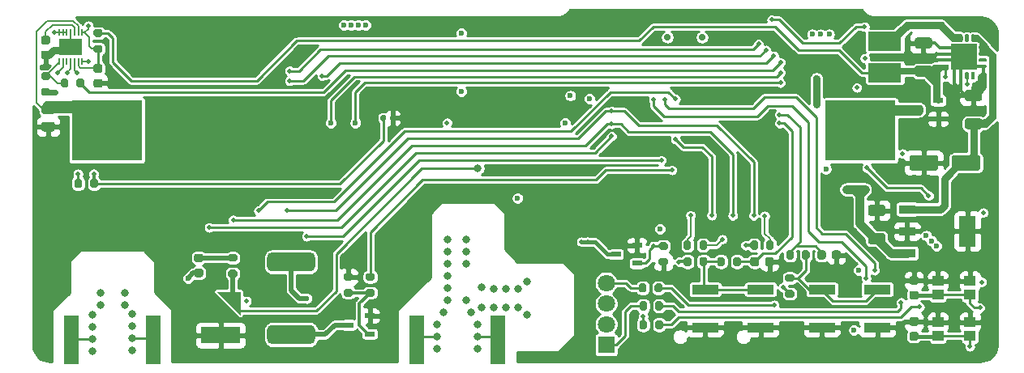
<source format=gtl>
G04 #@! TF.GenerationSoftware,KiCad,Pcbnew,(5.1.10)-1*
G04 #@! TF.CreationDate,2022-02-22T01:10:41-03:00*
G04 #@! TF.ProjectId,Alcantara_v.1.0,416c6361-6e74-4617-9261-5f762e312e30,rev?*
G04 #@! TF.SameCoordinates,Original*
G04 #@! TF.FileFunction,Copper,L1,Top*
G04 #@! TF.FilePolarity,Positive*
%FSLAX46Y46*%
G04 Gerber Fmt 4.6, Leading zero omitted, Abs format (unit mm)*
G04 Created by KiCad (PCBNEW (5.1.10)-1) date 2022-02-22 01:10:41*
%MOMM*%
%LPD*%
G01*
G04 APERTURE LIST*
G04 #@! TA.AperFunction,EtchedComponent*
%ADD10C,0.000100*%
G04 #@! TD*
G04 #@! TA.AperFunction,SMDPad,CuDef*
%ADD11R,1.000000X1.000000*%
G04 #@! TD*
G04 #@! TA.AperFunction,SMDPad,CuDef*
%ADD12R,4.100000X1.700000*%
G04 #@! TD*
G04 #@! TA.AperFunction,ComponentPad*
%ADD13C,1.800000*%
G04 #@! TD*
G04 #@! TA.AperFunction,ComponentPad*
%ADD14R,1.800000X1.800000*%
G04 #@! TD*
G04 #@! TA.AperFunction,SMDPad,CuDef*
%ADD15R,3.500000X2.000000*%
G04 #@! TD*
G04 #@! TA.AperFunction,SMDPad,CuDef*
%ADD16R,7.340000X6.350000*%
G04 #@! TD*
G04 #@! TA.AperFunction,SMDPad,CuDef*
%ADD17R,1.150000X1.050000*%
G04 #@! TD*
G04 #@! TA.AperFunction,SMDPad,CuDef*
%ADD18R,1.750000X3.200000*%
G04 #@! TD*
G04 #@! TA.AperFunction,SMDPad,CuDef*
%ADD19R,1.750000X0.950000*%
G04 #@! TD*
G04 #@! TA.AperFunction,SMDPad,CuDef*
%ADD20R,1.050000X0.600000*%
G04 #@! TD*
G04 #@! TA.AperFunction,SMDPad,CuDef*
%ADD21R,2.800000X1.000000*%
G04 #@! TD*
G04 #@! TA.AperFunction,SMDPad,CuDef*
%ADD22R,1.500000X5.080000*%
G04 #@! TD*
G04 #@! TA.AperFunction,ComponentPad*
%ADD23C,0.500000*%
G04 #@! TD*
G04 #@! TA.AperFunction,SMDPad,CuDef*
%ADD24R,2.700000X2.700000*%
G04 #@! TD*
G04 #@! TA.AperFunction,SMDPad,CuDef*
%ADD25R,2.400000X1.800000*%
G04 #@! TD*
G04 #@! TA.AperFunction,SMDPad,CuDef*
%ADD26R,0.200000X0.750000*%
G04 #@! TD*
G04 #@! TA.AperFunction,SMDPad,CuDef*
%ADD27R,1.100000X0.700000*%
G04 #@! TD*
G04 #@! TA.AperFunction,SMDPad,CuDef*
%ADD28R,1.100000X0.600000*%
G04 #@! TD*
G04 #@! TA.AperFunction,ViaPad*
%ADD29C,0.800000*%
G04 #@! TD*
G04 #@! TA.AperFunction,ViaPad*
%ADD30C,0.600000*%
G04 #@! TD*
G04 #@! TA.AperFunction,ViaPad*
%ADD31C,0.500000*%
G04 #@! TD*
G04 #@! TA.AperFunction,ViaPad*
%ADD32C,0.700000*%
G04 #@! TD*
G04 #@! TA.AperFunction,Conductor*
%ADD33C,0.500000*%
G04 #@! TD*
G04 #@! TA.AperFunction,Conductor*
%ADD34C,0.250000*%
G04 #@! TD*
G04 #@! TA.AperFunction,Conductor*
%ADD35C,0.350000*%
G04 #@! TD*
G04 #@! TA.AperFunction,Conductor*
%ADD36C,0.750000*%
G04 #@! TD*
G04 #@! TA.AperFunction,Conductor*
%ADD37C,0.800000*%
G04 #@! TD*
G04 #@! TA.AperFunction,Conductor*
%ADD38C,0.900000*%
G04 #@! TD*
G04 #@! TA.AperFunction,Conductor*
%ADD39C,0.200000*%
G04 #@! TD*
G04 #@! TA.AperFunction,Conductor*
%ADD40C,0.300000*%
G04 #@! TD*
G04 #@! TA.AperFunction,Conductor*
%ADD41C,0.600000*%
G04 #@! TD*
G04 #@! TA.AperFunction,Conductor*
%ADD42C,0.400000*%
G04 #@! TD*
G04 #@! TA.AperFunction,Conductor*
%ADD43C,0.293370*%
G04 #@! TD*
G04 #@! TA.AperFunction,Conductor*
%ADD44C,0.254000*%
G04 #@! TD*
G04 #@! TA.AperFunction,Conductor*
%ADD45C,0.100000*%
G04 #@! TD*
G04 APERTURE END LIST*
D10*
G36*
X73154000Y-58321000D02*
G01*
X75554000Y-58321000D01*
X75554000Y-60721000D01*
X73154000Y-58321000D01*
G37*
X73154000Y-58321000D02*
X75554000Y-58321000D01*
X75554000Y-60721000D01*
X73154000Y-58321000D01*
D11*
X74954000Y-58921000D03*
D12*
X73504000Y-62871000D03*
D13*
X113775000Y-57404000D03*
X113775000Y-59563000D03*
X113775000Y-61722000D03*
D14*
X113775000Y-63881000D03*
D15*
X142875000Y-35400000D03*
X142875000Y-32100000D03*
G04 #@! TA.AperFunction,SMDPad,CuDef*
G36*
G01*
X54995000Y-33091000D02*
X55495000Y-33091000D01*
G75*
G02*
X55720000Y-33316000I0J-225000D01*
G01*
X55720000Y-33766000D01*
G75*
G02*
X55495000Y-33991000I-225000J0D01*
G01*
X54995000Y-33991000D01*
G75*
G02*
X54770000Y-33766000I0J225000D01*
G01*
X54770000Y-33316000D01*
G75*
G02*
X54995000Y-33091000I225000J0D01*
G01*
G37*
G04 #@! TD.AperFunction*
G04 #@! TA.AperFunction,SMDPad,CuDef*
G36*
G01*
X54995000Y-31541000D02*
X55495000Y-31541000D01*
G75*
G02*
X55720000Y-31766000I0J-225000D01*
G01*
X55720000Y-32216000D01*
G75*
G02*
X55495000Y-32441000I-225000J0D01*
G01*
X54995000Y-32441000D01*
G75*
G02*
X54770000Y-32216000I0J225000D01*
G01*
X54770000Y-31766000D01*
G75*
G02*
X54995000Y-31541000I225000J0D01*
G01*
G37*
G04 #@! TD.AperFunction*
G04 #@! TA.AperFunction,SMDPad,CuDef*
G36*
G01*
X78870000Y-54189000D02*
X82870000Y-54189000D01*
G75*
G02*
X83370000Y-54689000I0J-500000D01*
G01*
X83370000Y-55689000D01*
G75*
G02*
X82870000Y-56189000I-500000J0D01*
G01*
X78870000Y-56189000D01*
G75*
G02*
X78370000Y-55689000I0J500000D01*
G01*
X78370000Y-54689000D01*
G75*
G02*
X78870000Y-54189000I500000J0D01*
G01*
G37*
G04 #@! TD.AperFunction*
G04 #@! TA.AperFunction,SMDPad,CuDef*
G36*
G01*
X78870000Y-61789000D02*
X82870000Y-61789000D01*
G75*
G02*
X83370000Y-62289000I0J-500000D01*
G01*
X83370000Y-63289000D01*
G75*
G02*
X82870000Y-63789000I-500000J0D01*
G01*
X78870000Y-63789000D01*
G75*
G02*
X78370000Y-63289000I0J500000D01*
G01*
X78370000Y-62289000D01*
G75*
G02*
X78870000Y-61789000I500000J0D01*
G01*
G37*
G04 #@! TD.AperFunction*
D16*
X61635000Y-41452800D03*
X140295000Y-41452800D03*
D17*
X148418000Y-61490000D03*
X148418000Y-62940000D03*
X151768000Y-61490000D03*
X151768000Y-62940000D03*
X148418000Y-57172000D03*
X148418000Y-58622000D03*
X151768000Y-57172000D03*
X151768000Y-58622000D03*
G04 #@! TA.AperFunction,SMDPad,CuDef*
G36*
G01*
X118890600Y-62047800D02*
X118890600Y-61497800D01*
G75*
G02*
X119090600Y-61297800I200000J0D01*
G01*
X119490600Y-61297800D01*
G75*
G02*
X119690600Y-61497800I0J-200000D01*
G01*
X119690600Y-62047800D01*
G75*
G02*
X119490600Y-62247800I-200000J0D01*
G01*
X119090600Y-62247800D01*
G75*
G02*
X118890600Y-62047800I0J200000D01*
G01*
G37*
G04 #@! TD.AperFunction*
G04 #@! TA.AperFunction,SMDPad,CuDef*
G36*
G01*
X117240600Y-62047800D02*
X117240600Y-61497800D01*
G75*
G02*
X117440600Y-61297800I200000J0D01*
G01*
X117840600Y-61297800D01*
G75*
G02*
X118040600Y-61497800I0J-200000D01*
G01*
X118040600Y-62047800D01*
G75*
G02*
X117840600Y-62247800I-200000J0D01*
G01*
X117440600Y-62247800D01*
G75*
G02*
X117240600Y-62047800I0J200000D01*
G01*
G37*
G04 #@! TD.AperFunction*
G04 #@! TA.AperFunction,SMDPad,CuDef*
G36*
G01*
X120010600Y-53931000D02*
X119460600Y-53931000D01*
G75*
G02*
X119260600Y-53731000I0J200000D01*
G01*
X119260600Y-53331000D01*
G75*
G02*
X119460600Y-53131000I200000J0D01*
G01*
X120010600Y-53131000D01*
G75*
G02*
X120210600Y-53331000I0J-200000D01*
G01*
X120210600Y-53731000D01*
G75*
G02*
X120010600Y-53931000I-200000J0D01*
G01*
G37*
G04 #@! TD.AperFunction*
G04 #@! TA.AperFunction,SMDPad,CuDef*
G36*
G01*
X120010600Y-55581000D02*
X119460600Y-55581000D01*
G75*
G02*
X119260600Y-55381000I0J200000D01*
G01*
X119260600Y-54981000D01*
G75*
G02*
X119460600Y-54781000I200000J0D01*
G01*
X120010600Y-54781000D01*
G75*
G02*
X120210600Y-54981000I0J-200000D01*
G01*
X120210600Y-55381000D01*
G75*
G02*
X120010600Y-55581000I-200000J0D01*
G01*
G37*
G04 #@! TD.AperFunction*
D18*
X151500000Y-51975000D03*
D19*
X145200000Y-54275000D03*
X145200000Y-51975000D03*
X145200000Y-49675000D03*
D20*
X86884000Y-61783000D03*
X89084000Y-60833000D03*
X89084000Y-62733000D03*
G04 #@! TA.AperFunction,SMDPad,CuDef*
G36*
G01*
X124325600Y-54893800D02*
X124325600Y-55443800D01*
G75*
G02*
X124125600Y-55643800I-200000J0D01*
G01*
X123725600Y-55643800D01*
G75*
G02*
X123525600Y-55443800I0J200000D01*
G01*
X123525600Y-54893800D01*
G75*
G02*
X123725600Y-54693800I200000J0D01*
G01*
X124125600Y-54693800D01*
G75*
G02*
X124325600Y-54893800I0J-200000D01*
G01*
G37*
G04 #@! TD.AperFunction*
G04 #@! TA.AperFunction,SMDPad,CuDef*
G36*
G01*
X122675600Y-54893800D02*
X122675600Y-55443800D01*
G75*
G02*
X122475600Y-55643800I-200000J0D01*
G01*
X122075600Y-55643800D01*
G75*
G02*
X121875600Y-55443800I0J200000D01*
G01*
X121875600Y-54893800D01*
G75*
G02*
X122075600Y-54693800I200000J0D01*
G01*
X122475600Y-54693800D01*
G75*
G02*
X122675600Y-54893800I0J-200000D01*
G01*
G37*
G04 #@! TD.AperFunction*
G04 #@! TA.AperFunction,SMDPad,CuDef*
G36*
G01*
X91235500Y-40317000D02*
X91235500Y-39947000D01*
G75*
G02*
X91370500Y-39812000I135000J0D01*
G01*
X91640500Y-39812000D01*
G75*
G02*
X91775500Y-39947000I0J-135000D01*
G01*
X91775500Y-40317000D01*
G75*
G02*
X91640500Y-40452000I-135000J0D01*
G01*
X91370500Y-40452000D01*
G75*
G02*
X91235500Y-40317000I0J135000D01*
G01*
G37*
G04 #@! TD.AperFunction*
G04 #@! TA.AperFunction,SMDPad,CuDef*
G36*
G01*
X90215500Y-40317000D02*
X90215500Y-39947000D01*
G75*
G02*
X90350500Y-39812000I135000J0D01*
G01*
X90620500Y-39812000D01*
G75*
G02*
X90755500Y-39947000I0J-135000D01*
G01*
X90755500Y-40317000D01*
G75*
G02*
X90620500Y-40452000I-135000J0D01*
G01*
X90350500Y-40452000D01*
G75*
G02*
X90215500Y-40317000I0J135000D01*
G01*
G37*
G04 #@! TD.AperFunction*
D21*
X124100000Y-58071000D03*
X129900000Y-58071000D03*
X129900000Y-62071000D03*
X124100000Y-62071000D03*
D20*
X114792400Y-54391600D03*
X116992400Y-53441600D03*
X116992400Y-55341600D03*
D22*
X93985640Y-63347600D03*
X102485640Y-63347600D03*
X57943240Y-63342520D03*
X66443240Y-63342520D03*
G04 #@! TA.AperFunction,SMDPad,CuDef*
G36*
G01*
X148450000Y-44275000D02*
X148450000Y-45375000D01*
G75*
G02*
X148200000Y-45625000I-250000J0D01*
G01*
X145700000Y-45625000D01*
G75*
G02*
X145450000Y-45375000I0J250000D01*
G01*
X145450000Y-44275000D01*
G75*
G02*
X145700000Y-44025000I250000J0D01*
G01*
X148200000Y-44025000D01*
G75*
G02*
X148450000Y-44275000I0J-250000D01*
G01*
G37*
G04 #@! TD.AperFunction*
G04 #@! TA.AperFunction,SMDPad,CuDef*
G36*
G01*
X152850000Y-44275000D02*
X152850000Y-45375000D01*
G75*
G02*
X152600000Y-45625000I-250000J0D01*
G01*
X150100000Y-45625000D01*
G75*
G02*
X149850000Y-45375000I0J250000D01*
G01*
X149850000Y-44275000D01*
G75*
G02*
X150100000Y-44025000I250000J0D01*
G01*
X152600000Y-44025000D01*
G75*
G02*
X152850000Y-44275000I0J-250000D01*
G01*
G37*
G04 #@! TD.AperFunction*
D21*
X136292000Y-58071000D03*
X142092000Y-58071000D03*
X142092000Y-62071000D03*
X136292000Y-62071000D03*
D23*
X150019000Y-34850000D03*
X150019000Y-33750000D03*
X150019000Y-32650000D03*
X151119000Y-34850000D03*
X151119000Y-33750000D03*
X151119000Y-32650000D03*
X152219000Y-34850000D03*
X152219000Y-33750000D03*
X152219000Y-32650000D03*
D24*
X151119000Y-33750000D03*
G04 #@! TA.AperFunction,SMDPad,CuDef*
G36*
G01*
X152756500Y-32600000D02*
X153406500Y-32600000D01*
G75*
G02*
X153494000Y-32687500I0J-87500D01*
G01*
X153494000Y-32862500D01*
G75*
G02*
X153406500Y-32950000I-87500J0D01*
G01*
X152756500Y-32950000D01*
G75*
G02*
X152669000Y-32862500I0J87500D01*
G01*
X152669000Y-32687500D01*
G75*
G02*
X152756500Y-32600000I87500J0D01*
G01*
G37*
G04 #@! TD.AperFunction*
G04 #@! TA.AperFunction,SMDPad,CuDef*
G36*
G01*
X152756500Y-33250000D02*
X153406500Y-33250000D01*
G75*
G02*
X153494000Y-33337500I0J-87500D01*
G01*
X153494000Y-33512500D01*
G75*
G02*
X153406500Y-33600000I-87500J0D01*
G01*
X152756500Y-33600000D01*
G75*
G02*
X152669000Y-33512500I0J87500D01*
G01*
X152669000Y-33337500D01*
G75*
G02*
X152756500Y-33250000I87500J0D01*
G01*
G37*
G04 #@! TD.AperFunction*
G04 #@! TA.AperFunction,SMDPad,CuDef*
G36*
G01*
X152756500Y-33900000D02*
X153406500Y-33900000D01*
G75*
G02*
X153494000Y-33987500I0J-87500D01*
G01*
X153494000Y-34162500D01*
G75*
G02*
X153406500Y-34250000I-87500J0D01*
G01*
X152756500Y-34250000D01*
G75*
G02*
X152669000Y-34162500I0J87500D01*
G01*
X152669000Y-33987500D01*
G75*
G02*
X152756500Y-33900000I87500J0D01*
G01*
G37*
G04 #@! TD.AperFunction*
G04 #@! TA.AperFunction,SMDPad,CuDef*
G36*
G01*
X152756500Y-34550000D02*
X153406500Y-34550000D01*
G75*
G02*
X153494000Y-34637500I0J-87500D01*
G01*
X153494000Y-34812500D01*
G75*
G02*
X153406500Y-34900000I-87500J0D01*
G01*
X152756500Y-34900000D01*
G75*
G02*
X152669000Y-34812500I0J87500D01*
G01*
X152669000Y-34637500D01*
G75*
G02*
X152756500Y-34550000I87500J0D01*
G01*
G37*
G04 #@! TD.AperFunction*
G04 #@! TA.AperFunction,SMDPad,CuDef*
G36*
G01*
X152006500Y-35300000D02*
X152181500Y-35300000D01*
G75*
G02*
X152269000Y-35387500I0J-87500D01*
G01*
X152269000Y-36037500D01*
G75*
G02*
X152181500Y-36125000I-87500J0D01*
G01*
X152006500Y-36125000D01*
G75*
G02*
X151919000Y-36037500I0J87500D01*
G01*
X151919000Y-35387500D01*
G75*
G02*
X152006500Y-35300000I87500J0D01*
G01*
G37*
G04 #@! TD.AperFunction*
G04 #@! TA.AperFunction,SMDPad,CuDef*
G36*
G01*
X151356500Y-35300000D02*
X151531500Y-35300000D01*
G75*
G02*
X151619000Y-35387500I0J-87500D01*
G01*
X151619000Y-36037500D01*
G75*
G02*
X151531500Y-36125000I-87500J0D01*
G01*
X151356500Y-36125000D01*
G75*
G02*
X151269000Y-36037500I0J87500D01*
G01*
X151269000Y-35387500D01*
G75*
G02*
X151356500Y-35300000I87500J0D01*
G01*
G37*
G04 #@! TD.AperFunction*
G04 #@! TA.AperFunction,SMDPad,CuDef*
G36*
G01*
X150706500Y-35300000D02*
X150881500Y-35300000D01*
G75*
G02*
X150969000Y-35387500I0J-87500D01*
G01*
X150969000Y-36037500D01*
G75*
G02*
X150881500Y-36125000I-87500J0D01*
G01*
X150706500Y-36125000D01*
G75*
G02*
X150619000Y-36037500I0J87500D01*
G01*
X150619000Y-35387500D01*
G75*
G02*
X150706500Y-35300000I87500J0D01*
G01*
G37*
G04 #@! TD.AperFunction*
G04 #@! TA.AperFunction,SMDPad,CuDef*
G36*
G01*
X150056500Y-35300000D02*
X150231500Y-35300000D01*
G75*
G02*
X150319000Y-35387500I0J-87500D01*
G01*
X150319000Y-36037500D01*
G75*
G02*
X150231500Y-36125000I-87500J0D01*
G01*
X150056500Y-36125000D01*
G75*
G02*
X149969000Y-36037500I0J87500D01*
G01*
X149969000Y-35387500D01*
G75*
G02*
X150056500Y-35300000I87500J0D01*
G01*
G37*
G04 #@! TD.AperFunction*
G04 #@! TA.AperFunction,SMDPad,CuDef*
G36*
G01*
X148831500Y-34550000D02*
X149481500Y-34550000D01*
G75*
G02*
X149569000Y-34637500I0J-87500D01*
G01*
X149569000Y-34812500D01*
G75*
G02*
X149481500Y-34900000I-87500J0D01*
G01*
X148831500Y-34900000D01*
G75*
G02*
X148744000Y-34812500I0J87500D01*
G01*
X148744000Y-34637500D01*
G75*
G02*
X148831500Y-34550000I87500J0D01*
G01*
G37*
G04 #@! TD.AperFunction*
G04 #@! TA.AperFunction,SMDPad,CuDef*
G36*
G01*
X148831500Y-33900000D02*
X149481500Y-33900000D01*
G75*
G02*
X149569000Y-33987500I0J-87500D01*
G01*
X149569000Y-34162500D01*
G75*
G02*
X149481500Y-34250000I-87500J0D01*
G01*
X148831500Y-34250000D01*
G75*
G02*
X148744000Y-34162500I0J87500D01*
G01*
X148744000Y-33987500D01*
G75*
G02*
X148831500Y-33900000I87500J0D01*
G01*
G37*
G04 #@! TD.AperFunction*
G04 #@! TA.AperFunction,SMDPad,CuDef*
G36*
G01*
X148831500Y-33250000D02*
X149481500Y-33250000D01*
G75*
G02*
X149569000Y-33337500I0J-87500D01*
G01*
X149569000Y-33512500D01*
G75*
G02*
X149481500Y-33600000I-87500J0D01*
G01*
X148831500Y-33600000D01*
G75*
G02*
X148744000Y-33512500I0J87500D01*
G01*
X148744000Y-33337500D01*
G75*
G02*
X148831500Y-33250000I87500J0D01*
G01*
G37*
G04 #@! TD.AperFunction*
G04 #@! TA.AperFunction,SMDPad,CuDef*
G36*
G01*
X148831500Y-32600000D02*
X149481500Y-32600000D01*
G75*
G02*
X149569000Y-32687500I0J-87500D01*
G01*
X149569000Y-32862500D01*
G75*
G02*
X149481500Y-32950000I-87500J0D01*
G01*
X148831500Y-32950000D01*
G75*
G02*
X148744000Y-32862500I0J87500D01*
G01*
X148744000Y-32687500D01*
G75*
G02*
X148831500Y-32600000I87500J0D01*
G01*
G37*
G04 #@! TD.AperFunction*
G04 #@! TA.AperFunction,SMDPad,CuDef*
G36*
G01*
X150056500Y-31375000D02*
X150231500Y-31375000D01*
G75*
G02*
X150319000Y-31462500I0J-87500D01*
G01*
X150319000Y-32112500D01*
G75*
G02*
X150231500Y-32200000I-87500J0D01*
G01*
X150056500Y-32200000D01*
G75*
G02*
X149969000Y-32112500I0J87500D01*
G01*
X149969000Y-31462500D01*
G75*
G02*
X150056500Y-31375000I87500J0D01*
G01*
G37*
G04 #@! TD.AperFunction*
G04 #@! TA.AperFunction,SMDPad,CuDef*
G36*
G01*
X150706500Y-31375000D02*
X150881500Y-31375000D01*
G75*
G02*
X150969000Y-31462500I0J-87500D01*
G01*
X150969000Y-32112500D01*
G75*
G02*
X150881500Y-32200000I-87500J0D01*
G01*
X150706500Y-32200000D01*
G75*
G02*
X150619000Y-32112500I0J87500D01*
G01*
X150619000Y-31462500D01*
G75*
G02*
X150706500Y-31375000I87500J0D01*
G01*
G37*
G04 #@! TD.AperFunction*
G04 #@! TA.AperFunction,SMDPad,CuDef*
G36*
G01*
X151356500Y-31375000D02*
X151531500Y-31375000D01*
G75*
G02*
X151619000Y-31462500I0J-87500D01*
G01*
X151619000Y-32112500D01*
G75*
G02*
X151531500Y-32200000I-87500J0D01*
G01*
X151356500Y-32200000D01*
G75*
G02*
X151269000Y-32112500I0J87500D01*
G01*
X151269000Y-31462500D01*
G75*
G02*
X151356500Y-31375000I87500J0D01*
G01*
G37*
G04 #@! TD.AperFunction*
G04 #@! TA.AperFunction,SMDPad,CuDef*
G36*
G01*
X152006500Y-31375000D02*
X152181500Y-31375000D01*
G75*
G02*
X152269000Y-31462500I0J-87500D01*
G01*
X152269000Y-32112500D01*
G75*
G02*
X152181500Y-32200000I-87500J0D01*
G01*
X152006500Y-32200000D01*
G75*
G02*
X151919000Y-32112500I0J87500D01*
G01*
X151919000Y-31462500D01*
G75*
G02*
X152006500Y-31375000I87500J0D01*
G01*
G37*
G04 #@! TD.AperFunction*
D25*
X57848500Y-32702500D03*
D26*
X59048500Y-34202500D03*
X58648500Y-34202500D03*
X58248500Y-34202500D03*
X57848500Y-34202500D03*
X57448500Y-34202500D03*
X57048500Y-34202500D03*
X56648500Y-34202500D03*
X56648500Y-31202500D03*
X57048500Y-31202500D03*
X57448500Y-31202500D03*
X57848500Y-31202500D03*
X58248500Y-31202500D03*
X58648500Y-31202500D03*
X59048500Y-31202500D03*
D27*
X146050000Y-39275000D03*
D28*
X148450000Y-38325000D03*
X148450000Y-40225000D03*
G04 #@! TA.AperFunction,SMDPad,CuDef*
G36*
G01*
X130473000Y-53716600D02*
X130473000Y-53166600D01*
G75*
G02*
X130673000Y-52966600I200000J0D01*
G01*
X131073000Y-52966600D01*
G75*
G02*
X131273000Y-53166600I0J-200000D01*
G01*
X131273000Y-53716600D01*
G75*
G02*
X131073000Y-53916600I-200000J0D01*
G01*
X130673000Y-53916600D01*
G75*
G02*
X130473000Y-53716600I0J200000D01*
G01*
G37*
G04 #@! TD.AperFunction*
G04 #@! TA.AperFunction,SMDPad,CuDef*
G36*
G01*
X128823000Y-53716600D02*
X128823000Y-53166600D01*
G75*
G02*
X129023000Y-52966600I200000J0D01*
G01*
X129423000Y-52966600D01*
G75*
G02*
X129623000Y-53166600I0J-200000D01*
G01*
X129623000Y-53716600D01*
G75*
G02*
X129423000Y-53916600I-200000J0D01*
G01*
X129023000Y-53916600D01*
G75*
G02*
X128823000Y-53716600I0J200000D01*
G01*
G37*
G04 #@! TD.AperFunction*
G04 #@! TA.AperFunction,SMDPad,CuDef*
G36*
G01*
X122651200Y-53166600D02*
X122651200Y-53716600D01*
G75*
G02*
X122451200Y-53916600I-200000J0D01*
G01*
X122051200Y-53916600D01*
G75*
G02*
X121851200Y-53716600I0J200000D01*
G01*
X121851200Y-53166600D01*
G75*
G02*
X122051200Y-52966600I200000J0D01*
G01*
X122451200Y-52966600D01*
G75*
G02*
X122651200Y-53166600I0J-200000D01*
G01*
G37*
G04 #@! TD.AperFunction*
G04 #@! TA.AperFunction,SMDPad,CuDef*
G36*
G01*
X124301200Y-53166600D02*
X124301200Y-53716600D01*
G75*
G02*
X124101200Y-53916600I-200000J0D01*
G01*
X123701200Y-53916600D01*
G75*
G02*
X123501200Y-53716600I0J200000D01*
G01*
X123501200Y-53166600D01*
G75*
G02*
X123701200Y-52966600I200000J0D01*
G01*
X124101200Y-52966600D01*
G75*
G02*
X124301200Y-53166600I0J-200000D01*
G01*
G37*
G04 #@! TD.AperFunction*
G04 #@! TA.AperFunction,SMDPad,CuDef*
G36*
G01*
X70961750Y-55909900D02*
X71474250Y-55909900D01*
G75*
G02*
X71693000Y-56128650I0J-218750D01*
G01*
X71693000Y-56566150D01*
G75*
G02*
X71474250Y-56784900I-218750J0D01*
G01*
X70961750Y-56784900D01*
G75*
G02*
X70743000Y-56566150I0J218750D01*
G01*
X70743000Y-56128650D01*
G75*
G02*
X70961750Y-55909900I218750J0D01*
G01*
G37*
G04 #@! TD.AperFunction*
G04 #@! TA.AperFunction,SMDPad,CuDef*
G36*
G01*
X70961750Y-54334900D02*
X71474250Y-54334900D01*
G75*
G02*
X71693000Y-54553650I0J-218750D01*
G01*
X71693000Y-54991150D01*
G75*
G02*
X71474250Y-55209900I-218750J0D01*
G01*
X70961750Y-55209900D01*
G75*
G02*
X70743000Y-54991150I0J218750D01*
G01*
X70743000Y-54553650D01*
G75*
G02*
X70961750Y-54334900I218750J0D01*
G01*
G37*
G04 #@! TD.AperFunction*
G04 #@! TA.AperFunction,SMDPad,CuDef*
G36*
G01*
X55949002Y-39732000D02*
X55048998Y-39732000D01*
G75*
G02*
X54799000Y-39482002I0J249998D01*
G01*
X54799000Y-38956998D01*
G75*
G02*
X55048998Y-38707000I249998J0D01*
G01*
X55949002Y-38707000D01*
G75*
G02*
X56199000Y-38956998I0J-249998D01*
G01*
X56199000Y-39482002D01*
G75*
G02*
X55949002Y-39732000I-249998J0D01*
G01*
G37*
G04 #@! TD.AperFunction*
G04 #@! TA.AperFunction,SMDPad,CuDef*
G36*
G01*
X55949002Y-41557000D02*
X55048998Y-41557000D01*
G75*
G02*
X54799000Y-41307002I0J249998D01*
G01*
X54799000Y-40781998D01*
G75*
G02*
X55048998Y-40532000I249998J0D01*
G01*
X55949002Y-40532000D01*
G75*
G02*
X56199000Y-40781998I0J-249998D01*
G01*
X56199000Y-41307002D01*
G75*
G02*
X55949002Y-41557000I-249998J0D01*
G01*
G37*
G04 #@! TD.AperFunction*
G04 #@! TA.AperFunction,SMDPad,CuDef*
G36*
G01*
X147550001Y-32850000D02*
X146249999Y-32850000D01*
G75*
G02*
X146000000Y-32600001I0J249999D01*
G01*
X146000000Y-31949999D01*
G75*
G02*
X146249999Y-31700000I249999J0D01*
G01*
X147550001Y-31700000D01*
G75*
G02*
X147800000Y-31949999I0J-249999D01*
G01*
X147800000Y-32600001D01*
G75*
G02*
X147550001Y-32850000I-249999J0D01*
G01*
G37*
G04 #@! TD.AperFunction*
G04 #@! TA.AperFunction,SMDPad,CuDef*
G36*
G01*
X147550001Y-35800000D02*
X146249999Y-35800000D01*
G75*
G02*
X146000000Y-35550001I0J249999D01*
G01*
X146000000Y-34899999D01*
G75*
G02*
X146249999Y-34650000I249999J0D01*
G01*
X147550001Y-34650000D01*
G75*
G02*
X147800000Y-34899999I0J-249999D01*
G01*
X147800000Y-35550001D01*
G75*
G02*
X147550001Y-35800000I-249999J0D01*
G01*
G37*
G04 #@! TD.AperFunction*
G04 #@! TA.AperFunction,SMDPad,CuDef*
G36*
G01*
X146175000Y-61875000D02*
X145675000Y-61875000D01*
G75*
G02*
X145450000Y-61650000I0J225000D01*
G01*
X145450000Y-61200000D01*
G75*
G02*
X145675000Y-60975000I225000J0D01*
G01*
X146175000Y-60975000D01*
G75*
G02*
X146400000Y-61200000I0J-225000D01*
G01*
X146400000Y-61650000D01*
G75*
G02*
X146175000Y-61875000I-225000J0D01*
G01*
G37*
G04 #@! TD.AperFunction*
G04 #@! TA.AperFunction,SMDPad,CuDef*
G36*
G01*
X146175000Y-63425000D02*
X145675000Y-63425000D01*
G75*
G02*
X145450000Y-63200000I0J225000D01*
G01*
X145450000Y-62750000D01*
G75*
G02*
X145675000Y-62525000I225000J0D01*
G01*
X146175000Y-62525000D01*
G75*
G02*
X146400000Y-62750000I0J-225000D01*
G01*
X146400000Y-63200000D01*
G75*
G02*
X146175000Y-63425000I-225000J0D01*
G01*
G37*
G04 #@! TD.AperFunction*
G04 #@! TA.AperFunction,SMDPad,CuDef*
G36*
G01*
X142675001Y-50375000D02*
X141374999Y-50375000D01*
G75*
G02*
X141125000Y-50125001I0J249999D01*
G01*
X141125000Y-49474999D01*
G75*
G02*
X141374999Y-49225000I249999J0D01*
G01*
X142675001Y-49225000D01*
G75*
G02*
X142925000Y-49474999I0J-249999D01*
G01*
X142925000Y-50125001D01*
G75*
G02*
X142675001Y-50375000I-249999J0D01*
G01*
G37*
G04 #@! TD.AperFunction*
G04 #@! TA.AperFunction,SMDPad,CuDef*
G36*
G01*
X142675001Y-53325000D02*
X141374999Y-53325000D01*
G75*
G02*
X141125000Y-53075001I0J249999D01*
G01*
X141125000Y-52424999D01*
G75*
G02*
X141374999Y-52175000I249999J0D01*
G01*
X142675001Y-52175000D01*
G75*
G02*
X142925000Y-52424999I0J-249999D01*
G01*
X142925000Y-53075001D01*
G75*
G02*
X142675001Y-53325000I-249999J0D01*
G01*
G37*
G04 #@! TD.AperFunction*
G04 #@! TA.AperFunction,SMDPad,CuDef*
G36*
G01*
X152775001Y-38350000D02*
X151474999Y-38350000D01*
G75*
G02*
X151225000Y-38100001I0J249999D01*
G01*
X151225000Y-37449999D01*
G75*
G02*
X151474999Y-37200000I249999J0D01*
G01*
X152775001Y-37200000D01*
G75*
G02*
X153025000Y-37449999I0J-249999D01*
G01*
X153025000Y-38100001D01*
G75*
G02*
X152775001Y-38350000I-249999J0D01*
G01*
G37*
G04 #@! TD.AperFunction*
G04 #@! TA.AperFunction,SMDPad,CuDef*
G36*
G01*
X152775001Y-41300000D02*
X151474999Y-41300000D01*
G75*
G02*
X151225000Y-41050001I0J249999D01*
G01*
X151225000Y-40399999D01*
G75*
G02*
X151474999Y-40150000I249999J0D01*
G01*
X152775001Y-40150000D01*
G75*
G02*
X153025000Y-40399999I0J-249999D01*
G01*
X153025000Y-41050001D01*
G75*
G02*
X152775001Y-41300000I-249999J0D01*
G01*
G37*
G04 #@! TD.AperFunction*
G04 #@! TA.AperFunction,SMDPad,CuDef*
G36*
G01*
X127018600Y-55443800D02*
X127018600Y-54893800D01*
G75*
G02*
X127218600Y-54693800I200000J0D01*
G01*
X127618600Y-54693800D01*
G75*
G02*
X127818600Y-54893800I0J-200000D01*
G01*
X127818600Y-55443800D01*
G75*
G02*
X127618600Y-55643800I-200000J0D01*
G01*
X127218600Y-55643800D01*
G75*
G02*
X127018600Y-55443800I0J200000D01*
G01*
G37*
G04 #@! TD.AperFunction*
G04 #@! TA.AperFunction,SMDPad,CuDef*
G36*
G01*
X125368600Y-55443800D02*
X125368600Y-54893800D01*
G75*
G02*
X125568600Y-54693800I200000J0D01*
G01*
X125968600Y-54693800D01*
G75*
G02*
X126168600Y-54893800I0J-200000D01*
G01*
X126168600Y-55443800D01*
G75*
G02*
X125968600Y-55643800I-200000J0D01*
G01*
X125568600Y-55643800D01*
G75*
G02*
X125368600Y-55443800I0J200000D01*
G01*
G37*
G04 #@! TD.AperFunction*
G04 #@! TA.AperFunction,SMDPad,CuDef*
G36*
G01*
X133370000Y-54182600D02*
X133370000Y-54732600D01*
G75*
G02*
X133170000Y-54932600I-200000J0D01*
G01*
X132770000Y-54932600D01*
G75*
G02*
X132570000Y-54732600I0J200000D01*
G01*
X132570000Y-54182600D01*
G75*
G02*
X132770000Y-53982600I200000J0D01*
G01*
X133170000Y-53982600D01*
G75*
G02*
X133370000Y-54182600I0J-200000D01*
G01*
G37*
G04 #@! TD.AperFunction*
G04 #@! TA.AperFunction,SMDPad,CuDef*
G36*
G01*
X135020000Y-54182600D02*
X135020000Y-54732600D01*
G75*
G02*
X134820000Y-54932600I-200000J0D01*
G01*
X134420000Y-54932600D01*
G75*
G02*
X134220000Y-54732600I0J200000D01*
G01*
X134220000Y-54182600D01*
G75*
G02*
X134420000Y-53982600I200000J0D01*
G01*
X134820000Y-53982600D01*
G75*
G02*
X135020000Y-54182600I0J-200000D01*
G01*
G37*
G04 #@! TD.AperFunction*
G04 #@! TA.AperFunction,SMDPad,CuDef*
G36*
G01*
X86564000Y-58017000D02*
X87114000Y-58017000D01*
G75*
G02*
X87314000Y-58217000I0J-200000D01*
G01*
X87314000Y-58617000D01*
G75*
G02*
X87114000Y-58817000I-200000J0D01*
G01*
X86564000Y-58817000D01*
G75*
G02*
X86364000Y-58617000I0J200000D01*
G01*
X86364000Y-58217000D01*
G75*
G02*
X86564000Y-58017000I200000J0D01*
G01*
G37*
G04 #@! TD.AperFunction*
G04 #@! TA.AperFunction,SMDPad,CuDef*
G36*
G01*
X86564000Y-56367000D02*
X87114000Y-56367000D01*
G75*
G02*
X87314000Y-56567000I0J-200000D01*
G01*
X87314000Y-56967000D01*
G75*
G02*
X87114000Y-57167000I-200000J0D01*
G01*
X86564000Y-57167000D01*
G75*
G02*
X86364000Y-56967000I0J200000D01*
G01*
X86364000Y-56567000D01*
G75*
G02*
X86564000Y-56367000I200000J0D01*
G01*
G37*
G04 #@! TD.AperFunction*
G04 #@! TA.AperFunction,SMDPad,CuDef*
G36*
G01*
X88854000Y-58017000D02*
X89404000Y-58017000D01*
G75*
G02*
X89604000Y-58217000I0J-200000D01*
G01*
X89604000Y-58617000D01*
G75*
G02*
X89404000Y-58817000I-200000J0D01*
G01*
X88854000Y-58817000D01*
G75*
G02*
X88654000Y-58617000I0J200000D01*
G01*
X88654000Y-58217000D01*
G75*
G02*
X88854000Y-58017000I200000J0D01*
G01*
G37*
G04 #@! TD.AperFunction*
G04 #@! TA.AperFunction,SMDPad,CuDef*
G36*
G01*
X88854000Y-56367000D02*
X89404000Y-56367000D01*
G75*
G02*
X89604000Y-56567000I0J-200000D01*
G01*
X89604000Y-56967000D01*
G75*
G02*
X89404000Y-57167000I-200000J0D01*
G01*
X88854000Y-57167000D01*
G75*
G02*
X88654000Y-56967000I0J200000D01*
G01*
X88654000Y-56567000D01*
G75*
G02*
X88854000Y-56367000I200000J0D01*
G01*
G37*
G04 #@! TD.AperFunction*
G04 #@! TA.AperFunction,SMDPad,CuDef*
G36*
G01*
X118839800Y-58187000D02*
X118839800Y-57637000D01*
G75*
G02*
X119039800Y-57437000I200000J0D01*
G01*
X119439800Y-57437000D01*
G75*
G02*
X119639800Y-57637000I0J-200000D01*
G01*
X119639800Y-58187000D01*
G75*
G02*
X119439800Y-58387000I-200000J0D01*
G01*
X119039800Y-58387000D01*
G75*
G02*
X118839800Y-58187000I0J200000D01*
G01*
G37*
G04 #@! TD.AperFunction*
G04 #@! TA.AperFunction,SMDPad,CuDef*
G36*
G01*
X117189800Y-58187000D02*
X117189800Y-57637000D01*
G75*
G02*
X117389800Y-57437000I200000J0D01*
G01*
X117789800Y-57437000D01*
G75*
G02*
X117989800Y-57637000I0J-200000D01*
G01*
X117989800Y-58187000D01*
G75*
G02*
X117789800Y-58387000I-200000J0D01*
G01*
X117389800Y-58387000D01*
G75*
G02*
X117189800Y-58187000I0J200000D01*
G01*
G37*
G04 #@! TD.AperFunction*
G04 #@! TA.AperFunction,SMDPad,CuDef*
G36*
G01*
X118890600Y-60066600D02*
X118890600Y-59516600D01*
G75*
G02*
X119090600Y-59316600I200000J0D01*
G01*
X119490600Y-59316600D01*
G75*
G02*
X119690600Y-59516600I0J-200000D01*
G01*
X119690600Y-60066600D01*
G75*
G02*
X119490600Y-60266600I-200000J0D01*
G01*
X119090600Y-60266600D01*
G75*
G02*
X118890600Y-60066600I0J200000D01*
G01*
G37*
G04 #@! TD.AperFunction*
G04 #@! TA.AperFunction,SMDPad,CuDef*
G36*
G01*
X117240600Y-60066600D02*
X117240600Y-59516600D01*
G75*
G02*
X117440600Y-59316600I200000J0D01*
G01*
X117840600Y-59316600D01*
G75*
G02*
X118040600Y-59516600I0J-200000D01*
G01*
X118040600Y-60066600D01*
G75*
G02*
X117840600Y-60266600I-200000J0D01*
G01*
X117440600Y-60266600D01*
G75*
G02*
X117240600Y-60066600I0J200000D01*
G01*
G37*
G04 #@! TD.AperFunction*
G04 #@! TA.AperFunction,SMDPad,CuDef*
G36*
G01*
X132668600Y-58133800D02*
X133218600Y-58133800D01*
G75*
G02*
X133418600Y-58333800I0J-200000D01*
G01*
X133418600Y-58733800D01*
G75*
G02*
X133218600Y-58933800I-200000J0D01*
G01*
X132668600Y-58933800D01*
G75*
G02*
X132468600Y-58733800I0J200000D01*
G01*
X132468600Y-58333800D01*
G75*
G02*
X132668600Y-58133800I200000J0D01*
G01*
G37*
G04 #@! TD.AperFunction*
G04 #@! TA.AperFunction,SMDPad,CuDef*
G36*
G01*
X132668600Y-56483800D02*
X133218600Y-56483800D01*
G75*
G02*
X133418600Y-56683800I0J-200000D01*
G01*
X133418600Y-57083800D01*
G75*
G02*
X133218600Y-57283800I-200000J0D01*
G01*
X132668600Y-57283800D01*
G75*
G02*
X132468600Y-57083800I0J200000D01*
G01*
X132468600Y-56683800D01*
G75*
G02*
X132668600Y-56483800I200000J0D01*
G01*
G37*
G04 #@! TD.AperFunction*
G04 #@! TA.AperFunction,SMDPad,CuDef*
G36*
G01*
X75049000Y-55172400D02*
X74499000Y-55172400D01*
G75*
G02*
X74299000Y-54972400I0J200000D01*
G01*
X74299000Y-54572400D01*
G75*
G02*
X74499000Y-54372400I200000J0D01*
G01*
X75049000Y-54372400D01*
G75*
G02*
X75249000Y-54572400I0J-200000D01*
G01*
X75249000Y-54972400D01*
G75*
G02*
X75049000Y-55172400I-200000J0D01*
G01*
G37*
G04 #@! TD.AperFunction*
G04 #@! TA.AperFunction,SMDPad,CuDef*
G36*
G01*
X75049000Y-56822400D02*
X74499000Y-56822400D01*
G75*
G02*
X74299000Y-56622400I0J200000D01*
G01*
X74299000Y-56222400D01*
G75*
G02*
X74499000Y-56022400I200000J0D01*
G01*
X75049000Y-56022400D01*
G75*
G02*
X75249000Y-56222400I0J-200000D01*
G01*
X75249000Y-56622400D01*
G75*
G02*
X75049000Y-56822400I-200000J0D01*
G01*
G37*
G04 #@! TD.AperFunction*
G04 #@! TA.AperFunction,SMDPad,CuDef*
G36*
G01*
X57614000Y-36199400D02*
X57614000Y-36749400D01*
G75*
G02*
X57414000Y-36949400I-200000J0D01*
G01*
X57014000Y-36949400D01*
G75*
G02*
X56814000Y-36749400I0J200000D01*
G01*
X56814000Y-36199400D01*
G75*
G02*
X57014000Y-35999400I200000J0D01*
G01*
X57414000Y-35999400D01*
G75*
G02*
X57614000Y-36199400I0J-200000D01*
G01*
G37*
G04 #@! TD.AperFunction*
G04 #@! TA.AperFunction,SMDPad,CuDef*
G36*
G01*
X59264000Y-36199400D02*
X59264000Y-36749400D01*
G75*
G02*
X59064000Y-36949400I-200000J0D01*
G01*
X58664000Y-36949400D01*
G75*
G02*
X58464000Y-36749400I0J200000D01*
G01*
X58464000Y-36199400D01*
G75*
G02*
X58664000Y-35999400I200000J0D01*
G01*
X59064000Y-35999400D01*
G75*
G02*
X59264000Y-36199400I0J-200000D01*
G01*
G37*
G04 #@! TD.AperFunction*
G04 #@! TA.AperFunction,SMDPad,CuDef*
G36*
G01*
X55520000Y-36151000D02*
X54970000Y-36151000D01*
G75*
G02*
X54770000Y-35951000I0J200000D01*
G01*
X54770000Y-35551000D01*
G75*
G02*
X54970000Y-35351000I200000J0D01*
G01*
X55520000Y-35351000D01*
G75*
G02*
X55720000Y-35551000I0J-200000D01*
G01*
X55720000Y-35951000D01*
G75*
G02*
X55520000Y-36151000I-200000J0D01*
G01*
G37*
G04 #@! TD.AperFunction*
G04 #@! TA.AperFunction,SMDPad,CuDef*
G36*
G01*
X55520000Y-37801000D02*
X54970000Y-37801000D01*
G75*
G02*
X54770000Y-37601000I0J200000D01*
G01*
X54770000Y-37201000D01*
G75*
G02*
X54970000Y-37001000I200000J0D01*
G01*
X55520000Y-37001000D01*
G75*
G02*
X55720000Y-37201000I0J-200000D01*
G01*
X55720000Y-37601000D01*
G75*
G02*
X55520000Y-37801000I-200000J0D01*
G01*
G37*
G04 #@! TD.AperFunction*
G04 #@! TA.AperFunction,SMDPad,CuDef*
G36*
G01*
X59036400Y-46702300D02*
X59036400Y-47252300D01*
G75*
G02*
X58836400Y-47452300I-200000J0D01*
G01*
X58436400Y-47452300D01*
G75*
G02*
X58236400Y-47252300I0J200000D01*
G01*
X58236400Y-46702300D01*
G75*
G02*
X58436400Y-46502300I200000J0D01*
G01*
X58836400Y-46502300D01*
G75*
G02*
X59036400Y-46702300I0J-200000D01*
G01*
G37*
G04 #@! TD.AperFunction*
G04 #@! TA.AperFunction,SMDPad,CuDef*
G36*
G01*
X60686400Y-46702300D02*
X60686400Y-47252300D01*
G75*
G02*
X60486400Y-47452300I-200000J0D01*
G01*
X60086400Y-47452300D01*
G75*
G02*
X59886400Y-47252300I0J200000D01*
G01*
X59886400Y-46702300D01*
G75*
G02*
X60086400Y-46502300I200000J0D01*
G01*
X60486400Y-46502300D01*
G75*
G02*
X60686400Y-46702300I0J-200000D01*
G01*
G37*
G04 #@! TD.AperFunction*
G04 #@! TA.AperFunction,SMDPad,CuDef*
G36*
G01*
X60981000Y-31642000D02*
X60431000Y-31642000D01*
G75*
G02*
X60231000Y-31442000I0J200000D01*
G01*
X60231000Y-31042000D01*
G75*
G02*
X60431000Y-30842000I200000J0D01*
G01*
X60981000Y-30842000D01*
G75*
G02*
X61181000Y-31042000I0J-200000D01*
G01*
X61181000Y-31442000D01*
G75*
G02*
X60981000Y-31642000I-200000J0D01*
G01*
G37*
G04 #@! TD.AperFunction*
G04 #@! TA.AperFunction,SMDPad,CuDef*
G36*
G01*
X60981000Y-33292000D02*
X60431000Y-33292000D01*
G75*
G02*
X60231000Y-33092000I0J200000D01*
G01*
X60231000Y-32692000D01*
G75*
G02*
X60431000Y-32492000I200000J0D01*
G01*
X60981000Y-32492000D01*
G75*
G02*
X61181000Y-32692000I0J-200000D01*
G01*
X61181000Y-33092000D01*
G75*
G02*
X60981000Y-33292000I-200000J0D01*
G01*
G37*
G04 #@! TD.AperFunction*
G04 #@! TA.AperFunction,SMDPad,CuDef*
G36*
G01*
X129723000Y-54918800D02*
X129723000Y-55418800D01*
G75*
G02*
X129498000Y-55643800I-225000J0D01*
G01*
X129048000Y-55643800D01*
G75*
G02*
X128823000Y-55418800I0J225000D01*
G01*
X128823000Y-54918800D01*
G75*
G02*
X129048000Y-54693800I225000J0D01*
G01*
X129498000Y-54693800D01*
G75*
G02*
X129723000Y-54918800I0J-225000D01*
G01*
G37*
G04 #@! TD.AperFunction*
G04 #@! TA.AperFunction,SMDPad,CuDef*
G36*
G01*
X131273000Y-54918800D02*
X131273000Y-55418800D01*
G75*
G02*
X131048000Y-55643800I-225000J0D01*
G01*
X130598000Y-55643800D01*
G75*
G02*
X130373000Y-55418800I0J225000D01*
G01*
X130373000Y-54918800D01*
G75*
G02*
X130598000Y-54693800I225000J0D01*
G01*
X131048000Y-54693800D01*
G75*
G02*
X131273000Y-54918800I0J-225000D01*
G01*
G37*
G04 #@! TD.AperFunction*
G04 #@! TA.AperFunction,SMDPad,CuDef*
G36*
G01*
X136708000Y-54207600D02*
X136708000Y-54707600D01*
G75*
G02*
X136483000Y-54932600I-225000J0D01*
G01*
X136033000Y-54932600D01*
G75*
G02*
X135808000Y-54707600I0J225000D01*
G01*
X135808000Y-54207600D01*
G75*
G02*
X136033000Y-53982600I225000J0D01*
G01*
X136483000Y-53982600D01*
G75*
G02*
X136708000Y-54207600I0J-225000D01*
G01*
G37*
G04 #@! TD.AperFunction*
G04 #@! TA.AperFunction,SMDPad,CuDef*
G36*
G01*
X138258000Y-54207600D02*
X138258000Y-54707600D01*
G75*
G02*
X138033000Y-54932600I-225000J0D01*
G01*
X137583000Y-54932600D01*
G75*
G02*
X137358000Y-54707600I0J225000D01*
G01*
X137358000Y-54207600D01*
G75*
G02*
X137583000Y-53982600I225000J0D01*
G01*
X138033000Y-53982600D01*
G75*
G02*
X138258000Y-54207600I0J-225000D01*
G01*
G37*
G04 #@! TD.AperFunction*
G04 #@! TA.AperFunction,SMDPad,CuDef*
G36*
G01*
X60456000Y-36050400D02*
X60956000Y-36050400D01*
G75*
G02*
X61181000Y-36275400I0J-225000D01*
G01*
X61181000Y-36725400D01*
G75*
G02*
X60956000Y-36950400I-225000J0D01*
G01*
X60456000Y-36950400D01*
G75*
G02*
X60231000Y-36725400I0J225000D01*
G01*
X60231000Y-36275400D01*
G75*
G02*
X60456000Y-36050400I225000J0D01*
G01*
G37*
G04 #@! TD.AperFunction*
G04 #@! TA.AperFunction,SMDPad,CuDef*
G36*
G01*
X60456000Y-34500400D02*
X60956000Y-34500400D01*
G75*
G02*
X61181000Y-34725400I0J-225000D01*
G01*
X61181000Y-35175400D01*
G75*
G02*
X60956000Y-35400400I-225000J0D01*
G01*
X60456000Y-35400400D01*
G75*
G02*
X60231000Y-35175400I0J225000D01*
G01*
X60231000Y-34725400D01*
G75*
G02*
X60456000Y-34500400I225000J0D01*
G01*
G37*
G04 #@! TD.AperFunction*
G04 #@! TA.AperFunction,SMDPad,CuDef*
G36*
G01*
X146175000Y-57575000D02*
X145675000Y-57575000D01*
G75*
G02*
X145450000Y-57350000I0J225000D01*
G01*
X145450000Y-56900000D01*
G75*
G02*
X145675000Y-56675000I225000J0D01*
G01*
X146175000Y-56675000D01*
G75*
G02*
X146400000Y-56900000I0J-225000D01*
G01*
X146400000Y-57350000D01*
G75*
G02*
X146175000Y-57575000I-225000J0D01*
G01*
G37*
G04 #@! TD.AperFunction*
G04 #@! TA.AperFunction,SMDPad,CuDef*
G36*
G01*
X146175000Y-59125000D02*
X145675000Y-59125000D01*
G75*
G02*
X145450000Y-58900000I0J225000D01*
G01*
X145450000Y-58450000D01*
G75*
G02*
X145675000Y-58225000I225000J0D01*
G01*
X146175000Y-58225000D01*
G75*
G02*
X146400000Y-58450000I0J-225000D01*
G01*
X146400000Y-58900000D01*
G75*
G02*
X146175000Y-59125000I-225000J0D01*
G01*
G37*
G04 #@! TD.AperFunction*
D29*
X100379400Y-45415200D03*
X55416520Y-61023500D03*
X55416520Y-62293500D03*
X55416520Y-63563500D03*
X55416520Y-64833500D03*
X56559520Y-58864500D03*
X58909020Y-53467000D03*
X57258020Y-57912000D03*
X55657820Y-59740800D03*
X57258020Y-55372000D03*
X57258020Y-56642000D03*
X57893020Y-54229000D03*
X106848779Y-54696360D03*
X108313512Y-54696360D03*
X105384046Y-54696360D03*
X109688500Y-54843680D03*
X91453840Y-63455550D03*
X91453840Y-62105540D03*
X91453840Y-60755530D03*
X91453840Y-64805560D03*
X67829500Y-58864500D03*
X68972500Y-61023500D03*
X68972500Y-62293500D03*
X68972500Y-63563500D03*
X68972500Y-64833500D03*
X67131000Y-57912000D03*
X110826420Y-63235840D03*
X111047400Y-61970920D03*
X65276800Y-53467000D03*
X68731200Y-59740800D03*
X67131000Y-55372000D03*
X66445200Y-54203600D03*
X60182576Y-53467000D03*
X61456132Y-53467000D03*
X62729688Y-53467000D03*
X64003244Y-53467000D03*
X106292520Y-65138300D03*
X107562520Y-65138300D03*
X108832520Y-65138300D03*
X109879000Y-64287400D03*
X111047400Y-60700920D03*
X111047400Y-59430920D03*
X111047400Y-56890920D03*
X110544480Y-55702200D03*
X104224960Y-54178200D03*
X103706800Y-53111400D03*
X91961840Y-59580780D03*
X92853380Y-58686700D03*
X93757620Y-57779920D03*
X94656780Y-56883300D03*
X94946340Y-55656480D03*
X94946340Y-54386480D03*
X94946340Y-53116480D03*
X94946340Y-51846480D03*
X94946340Y-50576480D03*
X95431480Y-49336960D03*
X96262060Y-48519080D03*
X97463480Y-48453040D03*
X98730940Y-48453040D03*
X100000940Y-48453040D03*
X101270940Y-48453040D03*
X103275000Y-49403000D03*
X105022520Y-65138300D03*
X111047400Y-58160920D03*
D30*
X99946400Y-37363400D03*
X102819200Y-37363400D03*
X120573800Y-44551600D03*
X121742200Y-44551600D03*
X122859800Y-44551600D03*
X123850400Y-44577000D03*
X126746000Y-40894000D03*
X128016000Y-40894000D03*
X125247400Y-43510200D03*
X123621800Y-42392600D03*
X132397500Y-50419000D03*
D31*
X130505200Y-32156400D03*
X131267200Y-32766000D03*
D30*
X135712200Y-30124400D03*
X136601200Y-30124400D03*
X137490200Y-30124400D03*
X138379200Y-30124400D03*
X118110000Y-48209200D03*
X115125500Y-48209200D03*
X119126000Y-42672000D03*
X118618000Y-40132000D03*
D31*
X114350800Y-38354000D03*
X114300000Y-43434000D03*
X107288200Y-40665400D03*
X111048800Y-31343600D03*
X112268000Y-31343600D03*
D30*
X124248800Y-63398400D03*
X130040000Y-63449200D03*
X120642000Y-51765200D03*
X112141000Y-48209200D03*
X109156500Y-48209200D03*
X109117000Y-45593000D03*
X112165000Y-45593000D03*
D31*
X99922200Y-40690800D03*
D30*
X130937000Y-46101000D03*
X130937000Y-45212000D03*
X143827500Y-50673000D03*
D31*
X149550000Y-57050000D03*
D32*
X153035000Y-36068000D03*
D30*
X139750000Y-32450000D03*
D32*
X135737600Y-38735000D03*
D30*
X86377298Y-30416498D03*
X87137365Y-30416498D03*
X87897432Y-30416498D03*
X149098000Y-46482000D03*
X149098000Y-47244000D03*
X149098000Y-48006000D03*
X149098000Y-48768000D03*
X88657500Y-30416498D03*
X147200000Y-52451000D03*
X147724500Y-52975500D03*
X148274500Y-53525500D03*
X135280400Y-31369000D03*
X137058400Y-31369000D03*
X136169400Y-31369000D03*
D32*
X120162320Y-31689040D03*
X123794520Y-31689040D03*
D31*
X125900000Y-52825000D03*
D32*
X138874500Y-47625000D03*
X139827000Y-47625000D03*
X140779500Y-47625000D03*
D30*
X140151006Y-56070500D03*
X139650000Y-62350000D03*
D32*
X140250000Y-48450000D03*
X140250000Y-49300000D03*
X140250000Y-50200000D03*
D29*
X67131000Y-56642000D03*
D30*
X54991000Y-42735500D03*
X56007000Y-42735500D03*
X55499000Y-43370500D03*
X54991000Y-44005500D03*
X56007000Y-44005500D03*
X55499000Y-44767500D03*
X54991000Y-45529500D03*
X56007000Y-45529500D03*
D31*
X62484000Y-36068000D03*
D30*
X56070500Y-33020000D03*
D31*
X128087120Y-50352960D03*
D30*
X144297400Y-55686960D03*
X140433500Y-52854300D03*
X66548000Y-32512000D03*
X70612000Y-32512000D03*
X68580000Y-32512000D03*
X66548000Y-34544000D03*
X68580000Y-34544000D03*
X70612000Y-34544000D03*
X70612000Y-41656000D03*
X68580000Y-41656000D03*
X66548000Y-41656000D03*
X66548000Y-43688000D03*
X68580000Y-43688000D03*
X70612000Y-43688000D03*
X66548000Y-45720000D03*
X68580000Y-45720000D03*
X70612000Y-45720000D03*
X72644000Y-41656000D03*
X72644000Y-43688000D03*
X72644000Y-45720000D03*
X74676000Y-45720000D03*
X74676000Y-43688000D03*
X74676000Y-41656000D03*
X76708000Y-41656000D03*
X76708000Y-43688000D03*
X76708000Y-45720000D03*
X78740000Y-45720000D03*
X78740000Y-43688000D03*
X78740000Y-41656000D03*
X80772000Y-41656000D03*
X80772000Y-43688000D03*
X80772000Y-45720000D03*
X82804000Y-41656000D03*
X82804000Y-43688000D03*
X82804000Y-45720000D03*
X66548000Y-48514000D03*
X68580000Y-48514000D03*
X70612000Y-48514000D03*
X72644000Y-48514000D03*
X74676000Y-48514000D03*
X76708000Y-48514000D03*
X66548000Y-50546000D03*
X68580000Y-50546000D03*
X70612000Y-50546000D03*
X72644000Y-50546000D03*
X68580000Y-52578000D03*
X70612000Y-52578000D03*
X64516000Y-50546000D03*
X64516000Y-48514000D03*
X62484000Y-48514000D03*
X62484000Y-50546000D03*
X60452000Y-50546000D03*
X58420000Y-50546000D03*
X55880000Y-50546000D03*
X55880000Y-48514000D03*
X66548000Y-39624000D03*
X68580000Y-39624000D03*
X70612000Y-39624000D03*
X72644000Y-39624000D03*
X74676000Y-39624000D03*
X76708000Y-39624000D03*
X78740000Y-39624000D03*
X80772000Y-39624000D03*
X82804000Y-39624000D03*
X73660000Y-52578000D03*
X76200000Y-52578000D03*
X78740000Y-52578000D03*
X81280000Y-52578000D03*
X55880000Y-52578000D03*
X58420000Y-48514000D03*
X60452000Y-48514000D03*
D31*
X146304000Y-40576500D03*
D30*
X139128500Y-58420000D03*
X136842500Y-50990500D03*
X91186000Y-52578000D03*
X95250000Y-39624000D03*
X93218000Y-39624000D03*
X86360000Y-39624000D03*
X86360000Y-41656000D03*
X86360000Y-43688000D03*
X106172000Y-45593000D03*
X102870000Y-45593000D03*
X106172000Y-48209200D03*
X128524000Y-42164000D03*
X129794000Y-43180000D03*
X130937000Y-44259500D03*
X145986500Y-46355000D03*
X147383500Y-46355000D03*
X144716500Y-44831000D03*
X141605000Y-48323500D03*
X142049500Y-51308000D03*
X136842500Y-49403000D03*
X126555500Y-56642000D03*
X128333500Y-56642000D03*
X130810000Y-56642000D03*
X132397500Y-55689500D03*
X142176500Y-64198500D03*
X140525500Y-64198500D03*
X143764000Y-64198500D03*
X118491000Y-63373000D03*
X77152500Y-62865000D03*
X86296500Y-60071000D03*
X86296500Y-63436500D03*
X135953500Y-59436000D03*
X121412000Y-56578500D03*
X127000000Y-58864500D03*
X118427500Y-56578500D03*
X114808000Y-53086000D03*
X135699500Y-33909000D03*
X137985500Y-34671000D03*
X139065000Y-36957000D03*
X151130000Y-30416500D03*
X152590500Y-30416500D03*
X109474000Y-40640000D03*
X98650000Y-37363400D03*
X82500000Y-59000000D03*
X98650000Y-31275000D03*
X70100000Y-56900000D03*
D31*
X76216400Y-59283600D03*
D30*
X56197500Y-37401500D03*
D31*
X128336040Y-53451760D03*
X121371360Y-55178960D03*
X132252720Y-57866280D03*
D30*
X110028200Y-37799800D03*
D31*
X144716500Y-43865800D03*
D32*
X135737600Y-35991800D03*
D31*
X139954000Y-36957000D03*
D30*
X119380000Y-51752500D03*
X136715500Y-45466000D03*
D31*
X131064000Y-29845000D03*
X152800002Y-59999998D03*
X140736800Y-30577000D03*
X151750000Y-64050000D03*
X140799000Y-33887000D03*
X153000000Y-57300000D03*
X149156507Y-35806507D03*
X56173500Y-31202500D03*
X59700000Y-30490000D03*
X141000000Y-45350000D03*
X147447000Y-48260000D03*
X117640588Y-60890588D03*
X119888000Y-38176200D03*
X141802000Y-56070500D03*
X118719600Y-38176200D03*
X140913000Y-56896000D03*
X146500000Y-59900000D03*
X130454394Y-33020000D03*
X80720000Y-36245800D03*
X80720000Y-35204400D03*
X129692400Y-32385004D03*
X119520000Y-44570002D03*
X131978402Y-35382201D03*
X120650000Y-45593000D03*
X131876798Y-39776400D03*
X131876800Y-40690800D03*
X131978402Y-36449000D03*
X131267200Y-33629600D03*
X131978402Y-34315402D03*
X114350796Y-42037000D03*
X131317986Y-59690000D03*
X58483500Y-35369508D03*
X57500000Y-35369500D03*
X82490000Y-52530000D03*
D30*
X85020000Y-40640000D03*
X87580000Y-40640000D03*
D31*
X84087602Y-35712398D03*
X144575002Y-59424986D03*
X72320000Y-51590000D03*
X59714000Y-34202500D03*
X58610500Y-45974000D03*
X56515000Y-35369508D03*
X60261500Y-45974000D03*
X80466000Y-49834800D03*
X114350800Y-39395400D03*
X129175000Y-50350000D03*
X74827200Y-50800000D03*
X114350796Y-40766996D03*
X126989840Y-50342800D03*
X77468800Y-49834800D03*
X121005602Y-38150800D03*
X121005600Y-42367199D03*
X124800000Y-50325000D03*
D29*
X60933400Y-58445400D03*
X60933400Y-59715400D03*
X63473400Y-58432700D03*
X63473400Y-59702700D03*
X64311600Y-60667900D03*
X64311600Y-61937900D03*
X64311600Y-63207900D03*
X64311600Y-64477900D03*
X60095200Y-60680600D03*
X60095200Y-61950600D03*
X60095200Y-63220600D03*
X60095200Y-64490600D03*
X104590720Y-59987180D03*
X105530520Y-60749180D03*
X100768020Y-57835800D03*
X99190680Y-52875180D03*
X99190680Y-54145180D03*
X99190680Y-55415180D03*
X97186620Y-52872640D03*
X97186620Y-54142640D03*
X97186620Y-55412640D03*
X97186620Y-56682640D03*
X97186620Y-57952640D03*
X97186620Y-59222640D03*
X96780220Y-60492640D03*
X99185600Y-59222640D03*
X99668200Y-60487560D03*
X100778180Y-59926220D03*
X102050720Y-59987180D03*
X103320720Y-59987180D03*
X105525440Y-57264300D03*
X102040560Y-57980580D03*
X103308020Y-57980580D03*
X104580560Y-57980580D03*
X96109660Y-61757720D03*
X96109660Y-63027720D03*
X96102040Y-64297720D03*
X100359080Y-61760100D03*
X100359080Y-63030100D03*
X100359080Y-64300100D03*
D31*
X118731794Y-53530994D03*
X151460000Y-36600000D03*
X153150000Y-50042000D03*
X111823500Y-53086000D03*
X111188500Y-53086000D03*
X97155000Y-40640000D03*
D30*
X104521000Y-48514000D03*
X112014000Y-38100000D03*
D31*
X130325000Y-50375000D03*
X122600000Y-50325000D03*
D33*
X74774000Y-58741000D02*
X74954000Y-58921000D01*
X74774000Y-56422400D02*
X74774000Y-58741000D01*
D34*
X94538800Y-45415200D02*
X100379400Y-45415200D01*
X85569000Y-54385000D02*
X94538800Y-45415200D01*
X85569000Y-58231000D02*
X85569000Y-54385000D01*
X75443480Y-60300000D02*
X83500000Y-60300000D01*
X74954000Y-59810520D02*
X75443480Y-60300000D01*
X83500000Y-60300000D02*
X85569000Y-58231000D01*
X74954000Y-58921000D02*
X74954000Y-59810520D01*
D35*
X150144000Y-32775000D02*
X151119000Y-33750000D01*
X149156500Y-32775000D02*
X150144000Y-32775000D01*
X150794000Y-33425000D02*
X151119000Y-33750000D01*
X149156500Y-33425000D02*
X150794000Y-33425000D01*
X149156500Y-34075000D02*
X150794000Y-34075000D01*
X150144000Y-34725000D02*
X151119000Y-33750000D01*
X150144000Y-35712500D02*
X150144000Y-34725000D01*
X150794000Y-34075000D02*
X151119000Y-33750000D01*
X150794000Y-35712500D02*
X150794000Y-34075000D01*
X152094000Y-34725000D02*
X151119000Y-33750000D01*
X153081500Y-34725000D02*
X152094000Y-34725000D01*
X150144000Y-35712500D02*
X150144000Y-37536000D01*
X150794000Y-36886000D02*
X150144000Y-37536000D01*
X150794000Y-35712500D02*
X150794000Y-36886000D01*
X151275000Y-37775000D02*
X152125000Y-37775000D01*
X150794000Y-37294000D02*
X151275000Y-37775000D01*
X150794000Y-36886000D02*
X150794000Y-37294000D01*
X152125000Y-40725000D02*
X153295000Y-40725000D01*
X153295000Y-40725000D02*
X154090000Y-39930000D01*
X154090000Y-39930000D02*
X154090000Y-33610000D01*
X153255000Y-32775000D02*
X153081500Y-32775000D01*
X154090000Y-33610000D02*
X153255000Y-32775000D01*
X152094000Y-31787500D02*
X152517500Y-31787500D01*
X153081500Y-32351500D02*
X153081500Y-32775000D01*
X152517500Y-31787500D02*
X153081500Y-32351500D01*
D36*
X152125000Y-44050000D02*
X151350000Y-44825000D01*
X152125000Y-40725000D02*
X152125000Y-44050000D01*
D37*
X149098000Y-49276000D02*
X149098000Y-46482000D01*
X148699000Y-49675000D02*
X149098000Y-49276000D01*
X145200000Y-49675000D02*
X148699000Y-49675000D01*
X150755000Y-44825000D02*
X151350000Y-44825000D01*
X149098000Y-46482000D02*
X150755000Y-44825000D01*
D38*
X138874500Y-47625000D02*
X139827000Y-47625000D01*
X139827000Y-47625000D02*
X140779500Y-47625000D01*
D36*
X135737600Y-38735000D02*
X135737600Y-35991800D01*
X135737600Y-35991800D02*
X135737600Y-35991800D01*
D38*
X140250000Y-48154500D02*
X140779500Y-47625000D01*
X140250000Y-49000500D02*
X140250000Y-48500000D01*
X139720500Y-47625000D02*
X138874500Y-47625000D01*
X140250000Y-48154500D02*
X139720500Y-47625000D01*
X140250000Y-48500000D02*
X140250000Y-48154500D01*
X140250000Y-49350000D02*
X140250000Y-49000500D01*
X140250000Y-50200000D02*
X140250000Y-49350000D01*
X140250000Y-51150000D02*
X140250000Y-50200000D01*
X141850000Y-52750000D02*
X140250000Y-51150000D01*
X142025000Y-52750000D02*
X141850000Y-52750000D01*
X143550000Y-54275000D02*
X145200000Y-54275000D01*
X142025000Y-52750000D02*
X143550000Y-54275000D01*
D36*
X55245000Y-33541000D02*
X55295500Y-33541000D01*
X55245000Y-33541000D02*
X55549500Y-33541000D01*
X55549500Y-33541000D02*
X56070500Y-33020000D01*
X57531000Y-33020000D02*
X57848500Y-32702500D01*
X56070500Y-33020000D02*
X56070500Y-33020000D01*
X56070500Y-33020000D02*
X57531000Y-33020000D01*
D39*
X57848500Y-31202500D02*
X57848500Y-32702500D01*
D35*
X149156500Y-32775000D02*
X148599000Y-32775000D01*
X148099000Y-32275000D02*
X146900000Y-32275000D01*
X148599000Y-32775000D02*
X148099000Y-32275000D01*
X148261200Y-33425000D02*
X148005800Y-33680400D01*
X149156500Y-33425000D02*
X148261200Y-33425000D01*
X147511400Y-34075000D02*
X147116800Y-33680400D01*
X149156500Y-34075000D02*
X147511400Y-34075000D01*
D38*
X153035000Y-36865000D02*
X152125000Y-37775000D01*
X153035000Y-36068000D02*
X153035000Y-36865000D01*
X152125000Y-37775000D02*
X152400000Y-37500000D01*
X152400000Y-37500000D02*
X152400000Y-36830000D01*
D40*
X82500000Y-59000000D02*
X82500000Y-59000000D01*
D33*
X81727920Y-59000000D02*
X82500000Y-59000000D01*
X80870000Y-58142080D02*
X81727920Y-59000000D01*
X80870000Y-55189000D02*
X80870000Y-58142080D01*
X70652600Y-56347400D02*
X70100000Y-56900000D01*
X71218000Y-56347400D02*
X70652600Y-56347400D01*
D41*
X55245500Y-37401500D02*
X55245000Y-37401000D01*
X56197500Y-37401500D02*
X55245500Y-37401500D01*
D39*
X125283400Y-53441600D02*
X125900000Y-52825000D01*
X123901200Y-53441600D02*
X125283400Y-53441600D01*
D40*
X128346200Y-53441600D02*
X128336040Y-53451760D01*
X129223000Y-53441600D02*
X128346200Y-53441600D01*
X121381520Y-55168800D02*
X121371360Y-55178960D01*
X122275600Y-55168800D02*
X121381520Y-55168800D01*
X132920240Y-58533800D02*
X132252720Y-57866280D01*
X132943600Y-58533800D02*
X132920240Y-58533800D01*
D36*
X135737600Y-35991800D02*
X135737598Y-35991798D01*
D34*
X148418000Y-58622000D02*
X151768000Y-58622000D01*
D42*
X148365000Y-58675000D02*
X148418000Y-58622000D01*
X145925000Y-58675000D02*
X148365000Y-58675000D01*
D34*
X152249998Y-59999998D02*
X152800002Y-59999998D01*
X151768000Y-59518000D02*
X152249998Y-59999998D01*
X151768000Y-58622000D02*
X151768000Y-59518000D01*
X139884447Y-30549553D02*
X140764247Y-30549553D01*
X138125200Y-32308800D02*
X139884447Y-30549553D01*
X134289800Y-32308800D02*
X138125200Y-32308800D01*
X131826000Y-29845000D02*
X134289800Y-32308800D01*
X131064000Y-29845000D02*
X131826000Y-29845000D01*
X151768000Y-62940000D02*
X148418000Y-62940000D01*
D42*
X148383000Y-62975000D02*
X148418000Y-62940000D01*
X145925000Y-62975000D02*
X148383000Y-62975000D01*
D34*
X151768000Y-62940000D02*
X151119999Y-62940000D01*
X151750000Y-62958000D02*
X151768000Y-62940000D01*
X151750000Y-64050000D02*
X151750000Y-62958000D01*
D41*
X143050000Y-35225000D02*
X142875000Y-35400000D01*
X146900000Y-35225000D02*
X143050000Y-35225000D01*
D35*
X148025000Y-35225000D02*
X146900000Y-35225000D01*
X148525000Y-34725000D02*
X148025000Y-35225000D01*
X149156500Y-34725000D02*
X148525000Y-34725000D01*
D41*
X148250000Y-36575000D02*
X146900000Y-35225000D01*
X148250000Y-38125000D02*
X148250000Y-36575000D01*
X148450000Y-38325000D02*
X148250000Y-38125000D01*
D34*
X61722000Y-31242000D02*
X60706000Y-31242000D01*
X62230000Y-31750000D02*
X61722000Y-31242000D01*
X62230000Y-34290000D02*
X62230000Y-31750000D01*
X77279600Y-36220400D02*
X64160400Y-36220400D01*
X117210840Y-32054800D02*
X81445200Y-32054800D01*
X118709440Y-30556200D02*
X117210840Y-32054800D01*
X64160400Y-36220400D02*
X62230000Y-34290000D01*
X131394200Y-30556200D02*
X118709440Y-30556200D01*
X81445200Y-32054800D02*
X77279600Y-36220400D01*
X133883400Y-33045400D02*
X131394200Y-30556200D01*
X138095400Y-33045400D02*
X133883400Y-33045400D01*
X140450000Y-35400000D02*
X138095400Y-33045400D01*
X142875000Y-35400000D02*
X140450000Y-35400000D01*
X149156500Y-34725000D02*
X149156500Y-35806500D01*
X149156500Y-35806500D02*
X149156507Y-35806507D01*
D39*
X55245000Y-31115000D02*
X55245000Y-31991000D01*
X57975500Y-30416500D02*
X55943500Y-30416500D01*
X58248500Y-30689500D02*
X57975500Y-30416500D01*
X55943500Y-30416500D02*
X55245000Y-31115000D01*
X58248500Y-31202500D02*
X58248500Y-30689500D01*
X60070000Y-32892000D02*
X60706000Y-32892000D01*
X59753500Y-32575500D02*
X60070000Y-32892000D01*
X59269500Y-31202500D02*
X59753500Y-31686500D01*
X59753500Y-31686500D02*
X59753500Y-32575500D01*
X59048500Y-31202500D02*
X59269500Y-31202500D01*
X57448500Y-31202500D02*
X56648500Y-31202500D01*
X56648500Y-31202500D02*
X56173500Y-31202500D01*
X56173500Y-31202500D02*
X56173500Y-31202500D01*
D34*
X60706000Y-34950400D02*
X60706000Y-32892000D01*
D39*
X58648500Y-34202500D02*
X58648500Y-34665296D01*
X58781204Y-34803604D02*
X58877200Y-34899600D01*
X60655200Y-34899600D02*
X60706000Y-34950400D01*
X58648500Y-34665296D02*
X58781204Y-34798000D01*
X58877200Y-34899600D02*
X60655200Y-34899600D01*
X58781204Y-34798000D02*
X58781204Y-34803604D01*
X59700000Y-30811500D02*
X59700000Y-30490000D01*
X59309000Y-31202500D02*
X59700000Y-30811500D01*
X59269500Y-31202500D02*
X59309000Y-31202500D01*
D34*
X146621500Y-47434500D02*
X147447000Y-48260000D01*
X143084500Y-47434500D02*
X146621500Y-47434500D01*
X141000000Y-45350000D02*
X143084500Y-47434500D01*
D33*
X71218000Y-54772400D02*
X74774000Y-54772400D01*
D34*
X116342000Y-57912000D02*
X117589800Y-57912000D01*
X115834000Y-57404000D02*
X116342000Y-57912000D01*
X113775000Y-57404000D02*
X115834000Y-57404000D01*
X117640600Y-61772800D02*
X117640600Y-60890600D01*
X117640600Y-60890600D02*
X117640588Y-60890588D01*
X141802000Y-55304840D02*
X141802000Y-56070500D01*
X136350000Y-52250000D02*
X138747160Y-52250000D01*
X135699500Y-51599500D02*
X136350000Y-52250000D01*
X133578600Y-37973000D02*
X135699500Y-40093900D01*
X130276600Y-37973000D02*
X133578600Y-37973000D01*
X129133600Y-39116000D02*
X130276600Y-37973000D01*
X120284240Y-39116000D02*
X129133600Y-39116000D01*
X138747160Y-52250000D02*
X141802000Y-55304840D01*
X135699500Y-40093900D02*
X135699500Y-51599500D01*
X119888000Y-38719760D02*
X120284240Y-39116000D01*
X119888000Y-38176200D02*
X119888000Y-38719760D01*
X140913000Y-55655360D02*
X140913000Y-56896000D01*
X138332640Y-53075000D02*
X140913000Y-55655360D01*
X134900000Y-52000000D02*
X135975000Y-53075000D01*
X135975000Y-53075000D02*
X138332640Y-53075000D01*
X133197600Y-38836600D02*
X134900000Y-40539000D01*
X130683000Y-38836600D02*
X133197600Y-38836600D01*
X129565400Y-39954200D02*
X130683000Y-38836600D01*
X119781320Y-39954200D02*
X129565400Y-39954200D01*
X134900000Y-40539000D02*
X134900000Y-52000000D01*
X118719600Y-38892480D02*
X119781320Y-39954200D01*
X118719600Y-38176200D02*
X118719600Y-38892480D01*
X143256000Y-32386000D02*
X143256000Y-31877000D01*
X143256000Y-32386000D02*
X143382000Y-32386000D01*
D35*
X142875000Y-32100000D02*
X143550000Y-32100000D01*
X143550000Y-32100000D02*
X145250000Y-30400000D01*
X148756500Y-30400000D02*
X150144000Y-31787500D01*
X145250000Y-30400000D02*
X148756500Y-30400000D01*
D34*
X145636800Y-59900000D02*
X146500000Y-59900000D01*
X144576800Y-60960000D02*
X145636800Y-59900000D01*
X121356120Y-60960000D02*
X144576800Y-60960000D01*
X120543320Y-61772800D02*
X121356120Y-60960000D01*
X119290600Y-61772800D02*
X120543320Y-61772800D01*
X132970000Y-54457600D02*
X132740400Y-54228000D01*
X132715000Y-39776400D02*
X131876798Y-39776400D01*
X134010400Y-41071800D02*
X132715000Y-39776400D01*
X134010400Y-53086000D02*
X134010400Y-41071800D01*
X133654800Y-53441600D02*
X134010400Y-53086000D01*
X127418600Y-55168800D02*
X129273000Y-55168800D01*
X132359400Y-40690800D02*
X131876800Y-40690800D01*
X133197600Y-41529000D02*
X132359400Y-40690800D01*
X131444800Y-54305200D02*
X133197600Y-52552400D01*
X133197600Y-52552400D02*
X133197600Y-41529000D01*
X130136600Y-54305200D02*
X131444800Y-54305200D01*
X129273000Y-55168800D02*
X130136600Y-54305200D01*
D39*
X58864000Y-36474400D02*
X58864000Y-36797000D01*
D33*
X86884000Y-58462000D02*
X86839000Y-58417000D01*
D40*
X86839000Y-58417000D02*
X89129000Y-58417000D01*
X89084000Y-62733000D02*
X88932000Y-62733000D01*
X88932000Y-62733000D02*
X87982000Y-61783000D01*
X87982000Y-59564000D02*
X89129000Y-58417000D01*
X87982000Y-61783000D02*
X87982000Y-59564000D01*
D34*
X60417700Y-43738800D02*
X62691000Y-41465500D01*
X60011300Y-38785800D02*
X62691000Y-41465500D01*
D36*
X58968000Y-38785800D02*
X61635000Y-41452800D01*
D34*
X133819400Y-56883800D02*
X132943600Y-56883800D01*
X135006600Y-58071000D02*
X133819400Y-56883800D01*
X136292000Y-58071000D02*
X135006600Y-58071000D01*
X134620000Y-56083200D02*
X133819400Y-56883800D01*
X134620000Y-54457600D02*
X134620000Y-56083200D01*
X129667000Y-57923000D02*
X129519000Y-58071000D01*
X129235200Y-57787200D02*
X129519000Y-58071000D01*
X123925600Y-55168800D02*
X125768600Y-55168800D01*
X123925600Y-57864400D02*
X123719000Y-58071000D01*
X123925600Y-55168800D02*
X123925600Y-57864400D01*
X129519000Y-58071000D02*
X123719000Y-58071000D01*
X117608400Y-59791600D02*
X117640600Y-59791600D01*
X140828400Y-40919400D02*
X140295000Y-41452800D01*
X140716000Y-41452800D02*
X140563600Y-41452800D01*
X140879200Y-42037000D02*
X140295000Y-41452800D01*
X140923800Y-40824000D02*
X140295000Y-41452800D01*
X141177800Y-40570000D02*
X140295000Y-41452800D01*
X142472800Y-39275000D02*
X140295000Y-41452800D01*
X146050000Y-39275000D02*
X142472800Y-39275000D01*
D39*
X58636400Y-46977300D02*
X58610500Y-46977300D01*
D34*
X122341640Y-59690000D02*
X131318000Y-59690000D01*
X120563640Y-57912000D02*
X122341640Y-59690000D01*
X119239800Y-57912000D02*
X120563640Y-57912000D01*
X82154200Y-36245800D02*
X80720000Y-36245800D01*
X84745000Y-33655000D02*
X82154200Y-36245800D01*
X129819394Y-33655000D02*
X84745000Y-33655000D01*
X130454394Y-33020000D02*
X129819394Y-33655000D01*
X129133604Y-32943800D02*
X129692400Y-32385004D01*
X83956200Y-32943800D02*
X129133604Y-32943800D01*
X81695600Y-35204400D02*
X83956200Y-32943800D01*
X80720000Y-35204400D02*
X81695600Y-35204400D01*
D39*
X58248500Y-35134508D02*
X58483500Y-35369508D01*
X58248500Y-34202500D02*
X58248500Y-35134508D01*
X57848500Y-34202500D02*
X57848500Y-35021000D01*
X57848500Y-35021000D02*
X57500000Y-35369500D01*
D34*
X86281000Y-52530000D02*
X82490000Y-52530000D01*
X119520000Y-44570002D02*
X94240998Y-44570002D01*
X94240998Y-44570002D02*
X86281000Y-52530000D01*
X85020000Y-38280000D02*
X85020000Y-40640000D01*
X87511400Y-35788600D02*
X85020000Y-38280000D01*
X131572001Y-35788600D02*
X87511400Y-35788600D01*
X131978401Y-35382200D02*
X131572001Y-35788600D01*
X131978402Y-35382201D02*
X131978401Y-35382200D01*
X89129000Y-52095000D02*
X89129000Y-56767000D01*
X94615000Y-46609000D02*
X89129000Y-52095000D01*
X112725200Y-46609000D02*
X94615000Y-46609000D01*
X113741200Y-45593000D02*
X112725200Y-46609000D01*
X120650000Y-45593000D02*
X113741200Y-45593000D01*
X133763200Y-53550000D02*
X133654800Y-53441600D01*
X135642800Y-53550000D02*
X133763200Y-53550000D01*
X136258000Y-54165200D02*
X135642800Y-53550000D01*
X136258000Y-54457600D02*
X136258000Y-54165200D01*
X132970000Y-54126400D02*
X132970000Y-54457600D01*
X133748200Y-53348200D02*
X132970000Y-54126400D01*
X87580000Y-37420000D02*
X87580000Y-40640000D01*
X88551000Y-36449000D02*
X87580000Y-37420000D01*
X131978402Y-36449000D02*
X88551000Y-36449000D01*
X85908400Y-34391600D02*
X84587602Y-35712398D01*
X130505200Y-34391600D02*
X85908400Y-34391600D01*
X84587602Y-35712398D02*
X84087602Y-35712398D01*
X131267200Y-33629600D02*
X130505200Y-34391600D01*
X131140204Y-35153600D02*
X131978402Y-34315402D01*
X86546400Y-35153600D02*
X131140204Y-35153600D01*
X84260400Y-37439600D02*
X86546400Y-35153600D01*
X59829200Y-37439600D02*
X84260400Y-37439600D01*
X58864000Y-36474400D02*
X59829200Y-37439600D01*
X144224200Y-60375800D02*
X144575002Y-60024998D01*
X144575002Y-60024998D02*
X144575002Y-59424998D01*
X120731280Y-59791600D02*
X121315480Y-60375800D01*
X121315480Y-60375800D02*
X144224200Y-60375800D01*
X119290600Y-59791600D02*
X120731280Y-59791600D01*
X86078000Y-51590000D02*
X72320000Y-51590000D01*
X93903800Y-43764200D02*
X86078000Y-51590000D01*
X112623596Y-43764200D02*
X93903800Y-43764200D01*
X114350796Y-42037000D02*
X112623596Y-43764200D01*
X55499000Y-39219500D02*
X55776500Y-39219500D01*
X59401700Y-39219500D02*
X61635000Y-41452800D01*
X55499000Y-39219500D02*
X59401700Y-39219500D01*
D39*
X58102500Y-29972000D02*
X58648500Y-30518000D01*
X55372000Y-29972000D02*
X58102500Y-29972000D01*
X54254400Y-31089600D02*
X55372000Y-29972000D01*
X58648500Y-30518000D02*
X58648500Y-31202500D01*
X54254400Y-38506400D02*
X54254400Y-31089600D01*
X54967500Y-39219500D02*
X54254400Y-38506400D01*
X55499000Y-39219500D02*
X54967500Y-39219500D01*
D34*
X140863000Y-59300000D02*
X142092000Y-58071000D01*
X137450000Y-59300000D02*
X140863000Y-59300000D01*
X136292000Y-58142000D02*
X137450000Y-59300000D01*
X136292000Y-58071000D02*
X136292000Y-58142000D01*
X116367560Y-59791600D02*
X117640600Y-59791600D01*
X115760500Y-60398660D02*
X116367560Y-59791600D01*
X115760500Y-62928500D02*
X115760500Y-60398660D01*
X114808000Y-63881000D02*
X115760500Y-62928500D01*
X113775000Y-63881000D02*
X114808000Y-63881000D01*
X58636400Y-45999900D02*
X58610500Y-45974000D01*
X58636400Y-46977300D02*
X58636400Y-45999900D01*
D39*
X59048500Y-34202500D02*
X59714000Y-34202500D01*
X57048500Y-34202500D02*
X57048500Y-34836008D01*
X57048500Y-34836008D02*
X56515000Y-35369508D01*
D34*
X60223936Y-45936436D02*
X60261500Y-45974000D01*
D40*
X60261500Y-46952400D02*
X60286400Y-46977300D01*
X60261500Y-45974000D02*
X60261500Y-46952400D01*
D34*
X60299100Y-46990000D02*
X60261500Y-46952400D01*
X65464998Y-46990000D02*
X60299100Y-46990000D01*
X65986001Y-46972999D02*
X65481999Y-46972999D01*
X66003002Y-46990000D02*
X65986001Y-46972999D01*
X65481999Y-46972999D02*
X65464998Y-46990000D01*
X85979000Y-46990000D02*
X66003002Y-46990000D01*
X90485500Y-42483500D02*
X85979000Y-46990000D01*
X90485500Y-40132000D02*
X90485500Y-42483500D01*
D39*
X55759850Y-35751000D02*
X55245000Y-35751000D01*
X56483250Y-36474400D02*
X55759850Y-35751000D01*
X57214000Y-36474400D02*
X56483250Y-36474400D01*
X56648500Y-34347500D02*
X55245000Y-35751000D01*
X56648500Y-34202500D02*
X56648500Y-34347500D01*
D34*
X117170200Y-40894000D02*
X115671600Y-39395400D01*
X125338840Y-40894000D02*
X117170200Y-40894000D01*
X115671600Y-39395400D02*
X114350800Y-39395400D01*
X129175000Y-44730160D02*
X125338840Y-40894000D01*
X129175000Y-50350000D02*
X129175000Y-44730160D01*
X80466000Y-49834800D02*
X85547200Y-49834800D01*
X85547200Y-49834800D02*
X93091000Y-42291000D01*
X93091000Y-42291000D02*
X110845600Y-42291000D01*
X110845600Y-42291000D02*
X113741200Y-39395400D01*
X113741200Y-39395400D02*
X114350800Y-39395400D01*
X126989840Y-43952160D02*
X126989840Y-50342800D01*
X124642880Y-41605200D02*
X126989840Y-43952160D01*
X116128800Y-41605200D02*
X124642880Y-41605200D01*
X115290596Y-40766996D02*
X116128800Y-41605200D01*
X114350796Y-40766996D02*
X115290596Y-40766996D01*
X113880904Y-40766996D02*
X114350796Y-40766996D01*
X111620300Y-43027600D02*
X113880904Y-40766996D01*
X93497400Y-43027600D02*
X111620300Y-43027600D01*
X85725000Y-50800000D02*
X93497400Y-43027600D01*
X74827200Y-50800000D02*
X85725000Y-50800000D01*
X121818401Y-43180000D02*
X121005600Y-42367199D01*
X123825000Y-43180000D02*
X121818401Y-43180000D01*
X124800000Y-44155000D02*
X123825000Y-43180000D01*
X124800000Y-50325000D02*
X124800000Y-44155000D01*
X77468800Y-49834800D02*
X78393600Y-48910000D01*
X78393600Y-48910000D02*
X85329000Y-48910000D01*
X85329000Y-48910000D02*
X92710000Y-41529000D01*
X92710000Y-41529000D02*
X110109000Y-41529000D01*
X110109000Y-41529000D02*
X114223800Y-37414200D01*
X114223800Y-37414200D02*
X120269002Y-37414200D01*
X120269002Y-37414200D02*
X121005602Y-38150800D01*
D33*
X84436000Y-62789000D02*
X80870000Y-62789000D01*
X85442000Y-61783000D02*
X84436000Y-62789000D01*
X86884000Y-61783000D02*
X85442000Y-61783000D01*
D43*
X66308620Y-63207900D02*
X66443240Y-63342520D01*
X64311600Y-63207900D02*
X66308620Y-63207900D01*
X58065160Y-63220600D02*
X57943240Y-63342520D01*
X60095200Y-63220600D02*
X58065160Y-63220600D01*
X94305520Y-63027720D02*
X93985640Y-63347600D01*
X96109660Y-63027720D02*
X94305520Y-63027720D01*
X102168140Y-63030100D02*
X102485640Y-63347600D01*
X100359080Y-63030100D02*
X102168140Y-63030100D01*
D34*
X118731800Y-53531000D02*
X119735600Y-53531000D01*
X118313200Y-53949600D02*
X118731800Y-53531000D01*
X118313200Y-54914800D02*
X118313200Y-53949600D01*
X117886400Y-55341600D02*
X118313200Y-54914800D01*
X116992400Y-55341600D02*
X117886400Y-55341600D01*
D39*
X151444000Y-36584000D02*
X151460000Y-36600000D01*
X151444000Y-35712500D02*
X151444000Y-36584000D01*
D42*
X113891100Y-54391600D02*
X114792400Y-54391600D01*
X112585500Y-53086000D02*
X113891100Y-54391600D01*
X111823500Y-53086000D02*
X112585500Y-53086000D01*
X111188500Y-53086000D02*
X111823500Y-53086000D01*
D39*
X130325000Y-52250000D02*
X130325000Y-50375000D01*
X130873000Y-52798000D02*
X130325000Y-52250000D01*
X130873000Y-53441600D02*
X130873000Y-52798000D01*
X122600000Y-52477120D02*
X122600000Y-50325000D01*
X122251200Y-52825920D02*
X122600000Y-52477120D01*
X122251200Y-53441600D02*
X122251200Y-52825920D01*
D44*
X148783839Y-30151967D02*
X148834835Y-30186041D01*
X149972602Y-31323808D01*
X149991848Y-31339602D01*
X150074252Y-31394662D01*
X150096209Y-31406398D01*
X150120032Y-31413625D01*
X150217233Y-31432960D01*
X150242010Y-31435400D01*
X150708490Y-31435400D01*
X150768649Y-31447367D01*
X150809043Y-31474357D01*
X150836033Y-31514751D01*
X150848000Y-31574910D01*
X150848000Y-31930890D01*
X150836033Y-31991049D01*
X150818588Y-32017157D01*
X149958363Y-32017157D01*
X148700798Y-30759592D01*
X148681552Y-30743798D01*
X148599148Y-30688738D01*
X148577191Y-30677002D01*
X148553368Y-30669775D01*
X148456167Y-30650440D01*
X148431390Y-30648000D01*
X145552153Y-30648000D01*
X145528020Y-30650314D01*
X145433245Y-30668658D01*
X145409383Y-30675762D01*
X145388463Y-30686668D01*
X145307377Y-30739051D01*
X145288362Y-30754090D01*
X144544565Y-31467805D01*
X144494355Y-31500241D01*
X144435669Y-31511600D01*
X143912853Y-31511600D01*
X143854704Y-31499709D01*
X143816684Y-31473408D01*
X143792038Y-31434287D01*
X143784731Y-31388640D01*
X143795932Y-31343783D01*
X143831765Y-31296465D01*
X145103290Y-30179173D01*
X145151683Y-30150119D01*
X145207217Y-30140000D01*
X148723679Y-30140000D01*
X148783839Y-30151967D01*
G04 #@! TA.AperFunction,Conductor*
D45*
G36*
X148783839Y-30151967D02*
G01*
X148834835Y-30186041D01*
X149972602Y-31323808D01*
X149991848Y-31339602D01*
X150074252Y-31394662D01*
X150096209Y-31406398D01*
X150120032Y-31413625D01*
X150217233Y-31432960D01*
X150242010Y-31435400D01*
X150708490Y-31435400D01*
X150768649Y-31447367D01*
X150809043Y-31474357D01*
X150836033Y-31514751D01*
X150848000Y-31574910D01*
X150848000Y-31930890D01*
X150836033Y-31991049D01*
X150818588Y-32017157D01*
X149958363Y-32017157D01*
X148700798Y-30759592D01*
X148681552Y-30743798D01*
X148599148Y-30688738D01*
X148577191Y-30677002D01*
X148553368Y-30669775D01*
X148456167Y-30650440D01*
X148431390Y-30648000D01*
X145552153Y-30648000D01*
X145528020Y-30650314D01*
X145433245Y-30668658D01*
X145409383Y-30675762D01*
X145388463Y-30686668D01*
X145307377Y-30739051D01*
X145288362Y-30754090D01*
X144544565Y-31467805D01*
X144494355Y-31500241D01*
X144435669Y-31511600D01*
X143912853Y-31511600D01*
X143854704Y-31499709D01*
X143816684Y-31473408D01*
X143792038Y-31434287D01*
X143784731Y-31388640D01*
X143795932Y-31343783D01*
X143831765Y-31296465D01*
X145103290Y-30179173D01*
X145151683Y-30150119D01*
X145207217Y-30140000D01*
X148723679Y-30140000D01*
X148783839Y-30151967D01*
G37*
G04 #@! TD.AperFunction*
D44*
X152415287Y-31491723D02*
X152465858Y-31524900D01*
X153471362Y-32508059D01*
X153497586Y-32570377D01*
X153533388Y-32656811D01*
X153545124Y-32678767D01*
X153560918Y-32698013D01*
X154305078Y-33442173D01*
X154339223Y-33493340D01*
X154351115Y-33553699D01*
X154335459Y-40042797D01*
X154321647Y-40106803D01*
X154282920Y-40159607D01*
X153386441Y-40958455D01*
X153337717Y-40988048D01*
X153281650Y-40998347D01*
X152692939Y-40998108D01*
X152632598Y-40986040D01*
X152592140Y-40958867D01*
X152565215Y-40918248D01*
X152553512Y-40857835D01*
X152555502Y-40505617D01*
X152567714Y-40445748D01*
X152594739Y-40405595D01*
X152635034Y-40378777D01*
X152694970Y-40366872D01*
X153174376Y-40366640D01*
X153198497Y-40364316D01*
X153293218Y-40345944D01*
X153317077Y-40338831D01*
X153337972Y-40327930D01*
X153419007Y-40275557D01*
X153438011Y-40260523D01*
X153733734Y-39976703D01*
X153750237Y-39957329D01*
X153807863Y-39874030D01*
X153819952Y-39852265D01*
X153827794Y-39827471D01*
X153848287Y-39728277D01*
X153850912Y-39702963D01*
X153859094Y-36975934D01*
X153864035Y-36925764D01*
X153866000Y-36905815D01*
X153866000Y-36905808D01*
X153870019Y-36865001D01*
X153866000Y-36824194D01*
X153866000Y-36027185D01*
X153862060Y-35987184D01*
X153865284Y-34912569D01*
X153867805Y-34904259D01*
X153876843Y-34812500D01*
X153876843Y-34637500D01*
X153867805Y-34545741D01*
X153866399Y-34541105D01*
X153867254Y-34256076D01*
X153867805Y-34254259D01*
X153876843Y-34162500D01*
X153876843Y-33987500D01*
X153868319Y-33900962D01*
X153868482Y-33846726D01*
X153866098Y-33821849D01*
X153846910Y-33724238D01*
X153839737Y-33700397D01*
X153827945Y-33678256D01*
X153772739Y-33595500D01*
X153756892Y-33576175D01*
X153753598Y-33572881D01*
X153734352Y-33557087D01*
X153651948Y-33502027D01*
X153629991Y-33490291D01*
X153606168Y-33483064D01*
X153508967Y-33463729D01*
X153484190Y-33461289D01*
X152941510Y-33461289D01*
X152881351Y-33449322D01*
X152851843Y-33429606D01*
X152851843Y-32400000D01*
X152844487Y-32325311D01*
X152822701Y-32253492D01*
X152787322Y-32187304D01*
X152739711Y-32129289D01*
X152681696Y-32081678D01*
X152615508Y-32046299D01*
X152543689Y-32024513D01*
X152469000Y-32017157D01*
X152073495Y-32017157D01*
X152051967Y-31984938D01*
X152040000Y-31924779D01*
X152040000Y-31619599D01*
X152051967Y-31559440D01*
X152078957Y-31519046D01*
X152119351Y-31492056D01*
X152179510Y-31480089D01*
X152355929Y-31480089D01*
X152415287Y-31491723D01*
G04 #@! TA.AperFunction,Conductor*
D45*
G36*
X152415287Y-31491723D02*
G01*
X152465858Y-31524900D01*
X153471362Y-32508059D01*
X153497586Y-32570377D01*
X153533388Y-32656811D01*
X153545124Y-32678767D01*
X153560918Y-32698013D01*
X154305078Y-33442173D01*
X154339223Y-33493340D01*
X154351115Y-33553699D01*
X154335459Y-40042797D01*
X154321647Y-40106803D01*
X154282920Y-40159607D01*
X153386441Y-40958455D01*
X153337717Y-40988048D01*
X153281650Y-40998347D01*
X152692939Y-40998108D01*
X152632598Y-40986040D01*
X152592140Y-40958867D01*
X152565215Y-40918248D01*
X152553512Y-40857835D01*
X152555502Y-40505617D01*
X152567714Y-40445748D01*
X152594739Y-40405595D01*
X152635034Y-40378777D01*
X152694970Y-40366872D01*
X153174376Y-40366640D01*
X153198497Y-40364316D01*
X153293218Y-40345944D01*
X153317077Y-40338831D01*
X153337972Y-40327930D01*
X153419007Y-40275557D01*
X153438011Y-40260523D01*
X153733734Y-39976703D01*
X153750237Y-39957329D01*
X153807863Y-39874030D01*
X153819952Y-39852265D01*
X153827794Y-39827471D01*
X153848287Y-39728277D01*
X153850912Y-39702963D01*
X153859094Y-36975934D01*
X153864035Y-36925764D01*
X153866000Y-36905815D01*
X153866000Y-36905808D01*
X153870019Y-36865001D01*
X153866000Y-36824194D01*
X153866000Y-36027185D01*
X153862060Y-35987184D01*
X153865284Y-34912569D01*
X153867805Y-34904259D01*
X153876843Y-34812500D01*
X153876843Y-34637500D01*
X153867805Y-34545741D01*
X153866399Y-34541105D01*
X153867254Y-34256076D01*
X153867805Y-34254259D01*
X153876843Y-34162500D01*
X153876843Y-33987500D01*
X153868319Y-33900962D01*
X153868482Y-33846726D01*
X153866098Y-33821849D01*
X153846910Y-33724238D01*
X153839737Y-33700397D01*
X153827945Y-33678256D01*
X153772739Y-33595500D01*
X153756892Y-33576175D01*
X153753598Y-33572881D01*
X153734352Y-33557087D01*
X153651948Y-33502027D01*
X153629991Y-33490291D01*
X153606168Y-33483064D01*
X153508967Y-33463729D01*
X153484190Y-33461289D01*
X152941510Y-33461289D01*
X152881351Y-33449322D01*
X152851843Y-33429606D01*
X152851843Y-32400000D01*
X152844487Y-32325311D01*
X152822701Y-32253492D01*
X152787322Y-32187304D01*
X152739711Y-32129289D01*
X152681696Y-32081678D01*
X152615508Y-32046299D01*
X152543689Y-32024513D01*
X152469000Y-32017157D01*
X152073495Y-32017157D01*
X152051967Y-31984938D01*
X152040000Y-31924779D01*
X152040000Y-31619599D01*
X152051967Y-31559440D01*
X152078957Y-31519046D01*
X152119351Y-31492056D01*
X152179510Y-31480089D01*
X152355929Y-31480089D01*
X152415287Y-31491723D01*
G37*
G04 #@! TD.AperFunction*
D44*
X146520639Y-38858056D02*
X146570283Y-38889393D01*
X146698087Y-39008633D01*
X146734982Y-39060861D01*
X146748000Y-39123466D01*
X146748000Y-39435339D01*
X146731888Y-39504533D01*
X146686870Y-39559488D01*
X146549309Y-39665304D01*
X146503948Y-39689602D01*
X146453179Y-39698000D01*
X143980306Y-39698000D01*
X143920147Y-39686033D01*
X143879753Y-39659043D01*
X143852763Y-39618649D01*
X143840796Y-39558490D01*
X143840796Y-38986610D01*
X143852763Y-38926451D01*
X143879753Y-38886057D01*
X143920147Y-38859067D01*
X143980306Y-38847100D01*
X146462954Y-38847100D01*
X146520639Y-38858056D01*
G04 #@! TA.AperFunction,Conductor*
D45*
G36*
X146520639Y-38858056D02*
G01*
X146570283Y-38889393D01*
X146698087Y-39008633D01*
X146734982Y-39060861D01*
X146748000Y-39123466D01*
X146748000Y-39435339D01*
X146731888Y-39504533D01*
X146686870Y-39559488D01*
X146549309Y-39665304D01*
X146503948Y-39689602D01*
X146453179Y-39698000D01*
X143980306Y-39698000D01*
X143920147Y-39686033D01*
X143879753Y-39659043D01*
X143852763Y-39618649D01*
X143840796Y-39558490D01*
X143840796Y-38986610D01*
X143852763Y-38926451D01*
X143879753Y-38886057D01*
X143920147Y-38859067D01*
X143980306Y-38847100D01*
X146462954Y-38847100D01*
X146520639Y-38858056D01*
G37*
G04 #@! TD.AperFunction*
D44*
X58089800Y-39497000D02*
X54991000Y-39497000D01*
X54991000Y-38787606D01*
X55297606Y-38481000D01*
X58089800Y-38481000D01*
X58089800Y-39497000D01*
G04 #@! TA.AperFunction,Conductor*
D45*
G36*
X58089800Y-39497000D02*
G01*
X54991000Y-39497000D01*
X54991000Y-38787606D01*
X55297606Y-38481000D01*
X58089800Y-38481000D01*
X58089800Y-39497000D01*
G37*
G04 #@! TD.AperFunction*
D44*
X119696335Y-31121235D02*
X119594515Y-31223055D01*
X119514516Y-31342782D01*
X119459412Y-31475815D01*
X119431320Y-31617043D01*
X119431320Y-31761037D01*
X119459412Y-31902265D01*
X119514516Y-32035298D01*
X119594515Y-32155025D01*
X119696335Y-32256845D01*
X119816062Y-32336844D01*
X119949095Y-32391948D01*
X120090323Y-32420040D01*
X120234317Y-32420040D01*
X120375545Y-32391948D01*
X120508578Y-32336844D01*
X120628305Y-32256845D01*
X120730125Y-32155025D01*
X120810124Y-32035298D01*
X120865228Y-31902265D01*
X120893320Y-31761037D01*
X120893320Y-31617043D01*
X120865228Y-31475815D01*
X120810124Y-31342782D01*
X120730125Y-31223055D01*
X120628305Y-31121235D01*
X120539953Y-31062200D01*
X123416887Y-31062200D01*
X123328535Y-31121235D01*
X123226715Y-31223055D01*
X123146716Y-31342782D01*
X123091612Y-31475815D01*
X123063520Y-31617043D01*
X123063520Y-31761037D01*
X123091612Y-31902265D01*
X123146716Y-32035298D01*
X123226715Y-32155025D01*
X123328535Y-32256845D01*
X123448262Y-32336844D01*
X123581295Y-32391948D01*
X123722523Y-32420040D01*
X123866517Y-32420040D01*
X124007745Y-32391948D01*
X124140778Y-32336844D01*
X124260505Y-32256845D01*
X124362325Y-32155025D01*
X124442324Y-32035298D01*
X124497428Y-31902265D01*
X124525520Y-31761037D01*
X124525520Y-31617043D01*
X124497428Y-31475815D01*
X124442324Y-31342782D01*
X124362325Y-31223055D01*
X124260505Y-31121235D01*
X124172153Y-31062200D01*
X131184609Y-31062200D01*
X133508028Y-33385620D01*
X133523873Y-33404927D01*
X133600921Y-33468159D01*
X133688825Y-33515145D01*
X133751165Y-33534055D01*
X133784206Y-33544078D01*
X133794094Y-33545052D01*
X133858546Y-33551400D01*
X133858553Y-33551400D01*
X133883399Y-33553847D01*
X133908245Y-33551400D01*
X137885809Y-33551400D01*
X140074628Y-35740220D01*
X140090473Y-35759527D01*
X140167521Y-35822759D01*
X140255425Y-35869745D01*
X140321589Y-35889815D01*
X140350806Y-35898678D01*
X140360694Y-35899652D01*
X140425146Y-35906000D01*
X140425153Y-35906000D01*
X140449999Y-35908447D01*
X140474845Y-35906000D01*
X140742157Y-35906000D01*
X140742157Y-36400000D01*
X140749513Y-36474689D01*
X140771299Y-36546508D01*
X140806678Y-36612696D01*
X140854289Y-36670711D01*
X140912304Y-36718322D01*
X140978492Y-36753701D01*
X141050311Y-36775487D01*
X141125000Y-36782843D01*
X144625000Y-36782843D01*
X144699689Y-36775487D01*
X144771508Y-36753701D01*
X144837696Y-36718322D01*
X144895711Y-36670711D01*
X144943322Y-36612696D01*
X144978701Y-36546508D01*
X145000487Y-36474689D01*
X145007843Y-36400000D01*
X145007843Y-35906000D01*
X145727430Y-35906000D01*
X145802512Y-35997488D01*
X145898411Y-36076190D01*
X146007821Y-36134671D01*
X146126538Y-36170683D01*
X146249999Y-36182843D01*
X146869027Y-36182843D01*
X147544000Y-36857816D01*
X147544000Y-37886071D01*
X147524513Y-37950311D01*
X147517157Y-38025000D01*
X147517157Y-38625000D01*
X147524513Y-38699689D01*
X147546299Y-38771508D01*
X147581678Y-38837696D01*
X147629289Y-38895711D01*
X147687304Y-38943322D01*
X147753492Y-38978701D01*
X147825311Y-39000487D01*
X147900000Y-39007843D01*
X148435258Y-39007843D01*
X148450000Y-39009295D01*
X148464742Y-39007843D01*
X149000000Y-39007843D01*
X149074689Y-39000487D01*
X149146508Y-38978701D01*
X149212696Y-38943322D01*
X149270711Y-38895711D01*
X149318322Y-38837696D01*
X149353701Y-38771508D01*
X149375487Y-38699689D01*
X149382843Y-38625000D01*
X149382843Y-38350000D01*
X150586928Y-38350000D01*
X150599188Y-38474482D01*
X150635498Y-38594180D01*
X150694463Y-38704494D01*
X150773815Y-38801185D01*
X150870506Y-38880537D01*
X150980820Y-38939502D01*
X151100518Y-38975812D01*
X151225000Y-38988072D01*
X151839250Y-38985000D01*
X151998000Y-38826250D01*
X151998000Y-37902000D01*
X150748750Y-37902000D01*
X150590000Y-38060750D01*
X150586928Y-38350000D01*
X149382843Y-38350000D01*
X149382843Y-38025000D01*
X149375487Y-37950311D01*
X149353701Y-37878492D01*
X149318322Y-37812304D01*
X149270711Y-37754289D01*
X149212696Y-37706678D01*
X149146508Y-37671299D01*
X149074689Y-37649513D01*
X149022218Y-37644345D01*
X149026742Y-36424057D01*
X149094359Y-36437507D01*
X149218655Y-36437507D01*
X149340563Y-36413258D01*
X149392329Y-36391816D01*
X149430881Y-36467875D01*
X149508112Y-36566269D01*
X149603055Y-36647705D01*
X149712062Y-36709054D01*
X149830942Y-36747957D01*
X149937250Y-36760000D01*
X150096000Y-36601250D01*
X150096000Y-36487137D01*
X150158112Y-36566269D01*
X150192000Y-36595336D01*
X150192000Y-36601250D01*
X150350750Y-36760000D01*
X150457058Y-36747957D01*
X150469000Y-36744049D01*
X150480942Y-36747957D01*
X150587250Y-36760000D01*
X150666998Y-36680252D01*
X150666998Y-36760000D01*
X150764636Y-36760000D01*
X150694463Y-36845506D01*
X150635498Y-36955820D01*
X150599188Y-37075518D01*
X150586928Y-37200000D01*
X150590000Y-37489250D01*
X150748750Y-37648000D01*
X151998000Y-37648000D01*
X151998000Y-36930597D01*
X152019185Y-36898891D01*
X152066751Y-36784056D01*
X152091000Y-36662148D01*
X152091000Y-36537852D01*
X152085031Y-36507843D01*
X152181500Y-36507843D01*
X152273259Y-36498805D01*
X152361492Y-36472040D01*
X152442809Y-36428576D01*
X152514083Y-36370083D01*
X152572576Y-36298809D01*
X152616040Y-36217492D01*
X152642805Y-36129259D01*
X152651843Y-36037500D01*
X152651843Y-35708108D01*
X152713180Y-35689502D01*
X152823494Y-35630537D01*
X152920185Y-35551185D01*
X152999537Y-35454494D01*
X153058502Y-35344180D01*
X153094812Y-35224482D01*
X153107072Y-35100000D01*
X153105724Y-34632843D01*
X153208500Y-34632843D01*
X153208500Y-34677000D01*
X153228500Y-34677000D01*
X153228500Y-34773000D01*
X153208500Y-34773000D01*
X153208500Y-35376250D01*
X153355451Y-35523201D01*
X153352056Y-36654797D01*
X153269180Y-36610498D01*
X153149482Y-36574188D01*
X153025000Y-36561928D01*
X152410750Y-36565000D01*
X152252000Y-36723750D01*
X152252000Y-37648000D01*
X152272000Y-37648000D01*
X152272000Y-37902000D01*
X152252000Y-37902000D01*
X152252000Y-38826250D01*
X152410750Y-38985000D01*
X153025000Y-38988072D01*
X153149482Y-38975812D01*
X153269180Y-38939502D01*
X153345323Y-38898802D01*
X153343077Y-39647525D01*
X153123082Y-39858665D01*
X153098277Y-39858677D01*
X153017179Y-39815329D01*
X152898462Y-39779317D01*
X152775001Y-39767157D01*
X151474999Y-39767157D01*
X151351538Y-39779317D01*
X151232821Y-39815329D01*
X151123411Y-39873810D01*
X151027512Y-39952512D01*
X150948810Y-40048411D01*
X150890329Y-40157821D01*
X150854317Y-40276538D01*
X150842157Y-40399999D01*
X150842157Y-41050001D01*
X150854317Y-41173462D01*
X150890329Y-41292179D01*
X150948810Y-41401589D01*
X151027512Y-41497488D01*
X151123411Y-41576190D01*
X151232821Y-41634671D01*
X151351538Y-41670683D01*
X151369000Y-41672403D01*
X151369001Y-43642157D01*
X150100000Y-43642157D01*
X149976538Y-43654317D01*
X149857821Y-43690329D01*
X149748411Y-43748810D01*
X149652512Y-43827512D01*
X149573810Y-43923411D01*
X149515329Y-44032821D01*
X149479317Y-44151538D01*
X149467157Y-44275000D01*
X149467157Y-45008342D01*
X149086661Y-45388838D01*
X149085000Y-45110750D01*
X148926250Y-44952000D01*
X147077000Y-44952000D01*
X147077000Y-46101250D01*
X147235750Y-46260000D01*
X148348348Y-46262815D01*
X148329023Y-46326522D01*
X148328302Y-46328898D01*
X148313222Y-46482000D01*
X148317001Y-46520367D01*
X148317000Y-48894000D01*
X146302711Y-48894000D01*
X146287696Y-48881678D01*
X146221508Y-48846299D01*
X146149689Y-48824513D01*
X146075000Y-48817157D01*
X144325000Y-48817157D01*
X144250311Y-48824513D01*
X144178492Y-48846299D01*
X144112304Y-48881678D01*
X144054289Y-48929289D01*
X144006678Y-48987304D01*
X143971299Y-49053492D01*
X143949513Y-49125311D01*
X143942157Y-49200000D01*
X143942157Y-50150000D01*
X143949513Y-50224689D01*
X143971299Y-50296508D01*
X144006678Y-50362696D01*
X144054289Y-50420711D01*
X144112304Y-50468322D01*
X144178492Y-50503701D01*
X144250311Y-50525487D01*
X144325000Y-50532843D01*
X146075000Y-50532843D01*
X146149689Y-50525487D01*
X146221508Y-50503701D01*
X146287696Y-50468322D01*
X146302711Y-50456000D01*
X148660643Y-50456000D01*
X148699000Y-50459778D01*
X148737357Y-50456000D01*
X148737360Y-50456000D01*
X148852103Y-50444699D01*
X148999322Y-50400040D01*
X149046168Y-50375000D01*
X149986928Y-50375000D01*
X149990000Y-51689250D01*
X150148750Y-51848000D01*
X151373000Y-51848000D01*
X151373000Y-49898750D01*
X151627000Y-49898750D01*
X151627000Y-51848000D01*
X152851250Y-51848000D01*
X153010000Y-51689250D01*
X153012411Y-50657994D01*
X153087852Y-50673000D01*
X153212148Y-50673000D01*
X153334056Y-50648751D01*
X153448891Y-50601185D01*
X153552239Y-50532130D01*
X153640130Y-50444239D01*
X153709185Y-50340891D01*
X153756751Y-50226056D01*
X153781000Y-50104148D01*
X153781000Y-49979852D01*
X153756751Y-49857944D01*
X153709185Y-49743109D01*
X153640130Y-49639761D01*
X153552239Y-49551870D01*
X153448891Y-49482815D01*
X153334056Y-49435249D01*
X153212148Y-49411000D01*
X153087852Y-49411000D01*
X152965944Y-49435249D01*
X152851109Y-49482815D01*
X152747761Y-49551870D01*
X152659870Y-49639761D01*
X152590815Y-49743109D01*
X152578383Y-49773122D01*
X152499482Y-49749188D01*
X152375000Y-49736928D01*
X151785750Y-49740000D01*
X151627000Y-49898750D01*
X151373000Y-49898750D01*
X151214250Y-49740000D01*
X150625000Y-49736928D01*
X150500518Y-49749188D01*
X150380820Y-49785498D01*
X150270506Y-49844463D01*
X150173815Y-49923815D01*
X150094463Y-50020506D01*
X150035498Y-50130820D01*
X149999188Y-50250518D01*
X149986928Y-50375000D01*
X149046168Y-50375000D01*
X149134999Y-50327519D01*
X149253922Y-50229922D01*
X149278379Y-50200121D01*
X149623118Y-49855381D01*
X149652922Y-49830922D01*
X149750519Y-49711999D01*
X149823040Y-49576322D01*
X149867699Y-49429103D01*
X149879000Y-49314360D01*
X149879000Y-49314358D01*
X149882778Y-49276001D01*
X149879000Y-49237644D01*
X149879000Y-46805500D01*
X150676658Y-46007843D01*
X152600000Y-46007843D01*
X152723462Y-45995683D01*
X152842179Y-45959671D01*
X152951589Y-45901190D01*
X153047488Y-45822488D01*
X153126190Y-45726589D01*
X153184671Y-45617179D01*
X153220683Y-45498462D01*
X153232843Y-45375000D01*
X153232843Y-44275000D01*
X153220683Y-44151538D01*
X153184671Y-44032821D01*
X153126190Y-43923411D01*
X153047488Y-43827512D01*
X152951589Y-43748810D01*
X152881000Y-43711079D01*
X152881000Y-41672403D01*
X152898462Y-41670683D01*
X153017179Y-41634671D01*
X153126589Y-41576190D01*
X153211727Y-41506319D01*
X153293036Y-41506352D01*
X153362025Y-41500082D01*
X153452493Y-41483464D01*
X153514109Y-41466706D01*
X153581439Y-41434378D01*
X153660056Y-41386630D01*
X153715749Y-41345437D01*
X154593561Y-40563222D01*
X154592448Y-63975540D01*
X154538499Y-64313162D01*
X154422634Y-64626744D01*
X154248062Y-64911858D01*
X154021436Y-65157634D01*
X153751394Y-65354705D01*
X153448212Y-65495575D01*
X153118101Y-65576178D01*
X152867058Y-65594000D01*
X104507000Y-65594000D01*
X104507000Y-64617000D01*
X108680000Y-64617000D01*
X108704776Y-64614560D01*
X108728601Y-64607333D01*
X108750557Y-64595597D01*
X108769542Y-64580062D01*
X110377900Y-62981000D01*
X112492157Y-62981000D01*
X112492157Y-64781000D01*
X112499513Y-64855689D01*
X112521299Y-64927508D01*
X112556678Y-64993696D01*
X112604289Y-65051711D01*
X112662304Y-65099322D01*
X112728492Y-65134701D01*
X112800311Y-65156487D01*
X112875000Y-65163843D01*
X114675000Y-65163843D01*
X114749689Y-65156487D01*
X114821508Y-65134701D01*
X114887696Y-65099322D01*
X114945711Y-65051711D01*
X114993322Y-64993696D01*
X115028701Y-64927508D01*
X115050487Y-64855689D01*
X115057843Y-64781000D01*
X115057843Y-64321203D01*
X115090479Y-64303759D01*
X115167527Y-64240527D01*
X115183376Y-64221215D01*
X116100720Y-63303872D01*
X116120027Y-63288027D01*
X116183259Y-63210979D01*
X116230245Y-63123075D01*
X116257980Y-63031642D01*
X116259178Y-63027694D01*
X116261610Y-63003000D01*
X116266500Y-62953354D01*
X116266500Y-62953347D01*
X116267313Y-62945091D01*
X120634000Y-62945091D01*
X120634000Y-63113709D01*
X120666895Y-63279086D01*
X120731422Y-63434868D01*
X120825101Y-63575068D01*
X120944332Y-63694299D01*
X121084532Y-63787978D01*
X121240314Y-63852505D01*
X121405691Y-63885400D01*
X121574309Y-63885400D01*
X121739686Y-63852505D01*
X121895468Y-63787978D01*
X122035668Y-63694299D01*
X122154899Y-63575068D01*
X122248578Y-63434868D01*
X122313105Y-63279086D01*
X122346000Y-63113709D01*
X122346000Y-63101801D01*
X122455820Y-63160502D01*
X122575518Y-63196812D01*
X122700000Y-63209072D01*
X123814250Y-63206000D01*
X123973000Y-63047250D01*
X123973000Y-62198000D01*
X124227000Y-62198000D01*
X124227000Y-63047250D01*
X124385750Y-63206000D01*
X125500000Y-63209072D01*
X125624482Y-63196812D01*
X125744180Y-63160502D01*
X125854494Y-63101537D01*
X125951185Y-63022185D01*
X126014454Y-62945091D01*
X127234000Y-62945091D01*
X127234000Y-63113709D01*
X127266895Y-63279086D01*
X127331422Y-63434868D01*
X127425101Y-63575068D01*
X127544332Y-63694299D01*
X127684532Y-63787978D01*
X127840314Y-63852505D01*
X128005691Y-63885400D01*
X128174309Y-63885400D01*
X128339686Y-63852505D01*
X128495468Y-63787978D01*
X128635668Y-63694299D01*
X128754899Y-63575068D01*
X128848578Y-63434868D01*
X128913105Y-63279086D01*
X128927266Y-63207894D01*
X129614250Y-63206000D01*
X129773000Y-63047250D01*
X129773000Y-62198000D01*
X130027000Y-62198000D01*
X130027000Y-63047250D01*
X130185750Y-63206000D01*
X131300000Y-63209072D01*
X131424482Y-63196812D01*
X131544180Y-63160502D01*
X131654494Y-63101537D01*
X131751185Y-63022185D01*
X131830537Y-62925494D01*
X131889502Y-62815180D01*
X131925812Y-62695482D01*
X131938072Y-62571000D01*
X134253928Y-62571000D01*
X134266188Y-62695482D01*
X134302498Y-62815180D01*
X134361463Y-62925494D01*
X134440815Y-63022185D01*
X134537506Y-63101537D01*
X134647820Y-63160502D01*
X134767518Y-63196812D01*
X134892000Y-63209072D01*
X136006250Y-63206000D01*
X136165000Y-63047250D01*
X136165000Y-62198000D01*
X136419000Y-62198000D01*
X136419000Y-63047250D01*
X136577750Y-63206000D01*
X137692000Y-63209072D01*
X137816482Y-63196812D01*
X137936180Y-63160502D01*
X138046494Y-63101537D01*
X138143185Y-63022185D01*
X138222537Y-62925494D01*
X138281502Y-62815180D01*
X138317812Y-62695482D01*
X138330072Y-62571000D01*
X138327000Y-62356750D01*
X138168250Y-62198000D01*
X136419000Y-62198000D01*
X136165000Y-62198000D01*
X134415750Y-62198000D01*
X134257000Y-62356750D01*
X134253928Y-62571000D01*
X131938072Y-62571000D01*
X131935000Y-62356750D01*
X131776250Y-62198000D01*
X130027000Y-62198000D01*
X129773000Y-62198000D01*
X128297984Y-62198000D01*
X128174309Y-62173400D01*
X128005691Y-62173400D01*
X127840314Y-62206295D01*
X127684532Y-62270822D01*
X127544332Y-62364501D01*
X127425101Y-62483732D01*
X127331422Y-62623932D01*
X127266895Y-62779714D01*
X127234000Y-62945091D01*
X126014454Y-62945091D01*
X126030537Y-62925494D01*
X126089502Y-62815180D01*
X126125812Y-62695482D01*
X126138072Y-62571000D01*
X126135000Y-62356750D01*
X125976250Y-62198000D01*
X124227000Y-62198000D01*
X123973000Y-62198000D01*
X122223750Y-62198000D01*
X122065000Y-62356750D01*
X122064476Y-62393309D01*
X122035668Y-62364501D01*
X121895468Y-62270822D01*
X121739686Y-62206295D01*
X121574309Y-62173400D01*
X121405691Y-62173400D01*
X121240314Y-62206295D01*
X121084532Y-62270822D01*
X120944332Y-62364501D01*
X120825101Y-62483732D01*
X120731422Y-62623932D01*
X120666895Y-62779714D01*
X120634000Y-62945091D01*
X116267313Y-62945091D01*
X116268947Y-62928501D01*
X116266500Y-62903655D01*
X116266500Y-60608251D01*
X116577152Y-60297600D01*
X116906376Y-60297600D01*
X116955984Y-60390410D01*
X117028468Y-60478732D01*
X117111405Y-60546796D01*
X117081403Y-60591697D01*
X117033837Y-60706532D01*
X117009588Y-60828440D01*
X117009588Y-60952736D01*
X117033837Y-61074644D01*
X117035883Y-61079583D01*
X117028468Y-61085668D01*
X116955984Y-61173990D01*
X116902123Y-61274756D01*
X116868956Y-61384093D01*
X116857757Y-61497800D01*
X116857757Y-62047800D01*
X116868956Y-62161507D01*
X116902123Y-62270844D01*
X116955984Y-62371610D01*
X117028468Y-62459932D01*
X117116790Y-62532416D01*
X117217556Y-62586277D01*
X117326893Y-62619444D01*
X117440600Y-62630643D01*
X117840600Y-62630643D01*
X117954307Y-62619444D01*
X118063644Y-62586277D01*
X118164410Y-62532416D01*
X118252732Y-62459932D01*
X118325216Y-62371610D01*
X118379077Y-62270844D01*
X118412244Y-62161507D01*
X118423443Y-62047800D01*
X118423443Y-61497800D01*
X118412244Y-61384093D01*
X118379077Y-61274756D01*
X118325216Y-61173990D01*
X118252732Y-61085668D01*
X118245299Y-61079568D01*
X118247339Y-61074644D01*
X118271588Y-60952736D01*
X118271588Y-60828440D01*
X118247339Y-60706532D01*
X118199773Y-60591697D01*
X118169780Y-60546809D01*
X118252732Y-60478732D01*
X118325216Y-60390410D01*
X118379077Y-60289644D01*
X118412244Y-60180307D01*
X118423443Y-60066600D01*
X118423443Y-59516600D01*
X118412244Y-59402893D01*
X118379077Y-59293556D01*
X118325216Y-59192790D01*
X118252732Y-59104468D01*
X118164410Y-59031984D01*
X118063644Y-58978123D01*
X117954307Y-58944956D01*
X117840600Y-58933757D01*
X117440600Y-58933757D01*
X117326893Y-58944956D01*
X117217556Y-58978123D01*
X117116790Y-59031984D01*
X117028468Y-59104468D01*
X116955984Y-59192790D01*
X116906376Y-59285600D01*
X116392405Y-59285600D01*
X116367559Y-59283153D01*
X116342713Y-59285600D01*
X116342706Y-59285600D01*
X116278254Y-59291948D01*
X116268366Y-59292922D01*
X116246477Y-59299562D01*
X116172985Y-59321855D01*
X116085081Y-59368841D01*
X116008033Y-59432073D01*
X115992188Y-59451380D01*
X115420280Y-60023289D01*
X115400974Y-60039133D01*
X115337742Y-60116181D01*
X115329382Y-60131822D01*
X115290755Y-60204086D01*
X115261822Y-60299468D01*
X115252053Y-60398660D01*
X115254501Y-60423516D01*
X115254500Y-62718908D01*
X115051976Y-62921432D01*
X115050487Y-62906311D01*
X115028701Y-62834492D01*
X114993322Y-62768304D01*
X114945711Y-62710289D01*
X114887696Y-62662678D01*
X114821508Y-62627299D01*
X114749689Y-62605513D01*
X114707273Y-62601335D01*
X114770018Y-62538590D01*
X114910207Y-62328781D01*
X115006772Y-62095654D01*
X115056000Y-61848167D01*
X115056000Y-61595833D01*
X115006772Y-61348346D01*
X114910207Y-61115219D01*
X114770018Y-60905410D01*
X114591590Y-60726982D01*
X114465153Y-60642500D01*
X114591590Y-60558018D01*
X114770018Y-60379590D01*
X114910207Y-60169781D01*
X115006772Y-59936654D01*
X115056000Y-59689167D01*
X115056000Y-59436833D01*
X115006772Y-59189346D01*
X114910207Y-58956219D01*
X114770018Y-58746410D01*
X114591590Y-58567982D01*
X114465153Y-58483500D01*
X114591590Y-58399018D01*
X114770018Y-58220590D01*
X114910207Y-58010781D01*
X114951952Y-57910000D01*
X115624409Y-57910000D01*
X115966628Y-58252220D01*
X115982473Y-58271527D01*
X116059521Y-58334759D01*
X116147425Y-58381745D01*
X116220607Y-58403944D01*
X116242806Y-58410678D01*
X116248330Y-58411222D01*
X116317146Y-58418000D01*
X116317153Y-58418000D01*
X116341999Y-58420447D01*
X116366845Y-58418000D01*
X116855576Y-58418000D01*
X116905184Y-58510810D01*
X116977668Y-58599132D01*
X117065990Y-58671616D01*
X117166756Y-58725477D01*
X117276093Y-58758644D01*
X117389800Y-58769843D01*
X117789800Y-58769843D01*
X117903507Y-58758644D01*
X118012844Y-58725477D01*
X118113610Y-58671616D01*
X118201932Y-58599132D01*
X118274416Y-58510810D01*
X118328277Y-58410044D01*
X118361444Y-58300707D01*
X118372643Y-58187000D01*
X118372643Y-57637000D01*
X118456957Y-57637000D01*
X118456957Y-58187000D01*
X118468156Y-58300707D01*
X118501323Y-58410044D01*
X118555184Y-58510810D01*
X118627668Y-58599132D01*
X118715990Y-58671616D01*
X118816756Y-58725477D01*
X118926093Y-58758644D01*
X119039800Y-58769843D01*
X119439800Y-58769843D01*
X119553507Y-58758644D01*
X119662844Y-58725477D01*
X119763610Y-58671616D01*
X119851932Y-58599132D01*
X119924416Y-58510810D01*
X119974024Y-58418000D01*
X120354049Y-58418000D01*
X121805848Y-59869800D01*
X121525072Y-59869800D01*
X121106656Y-59451385D01*
X121090807Y-59432073D01*
X121013759Y-59368841D01*
X120925855Y-59321855D01*
X120830473Y-59292922D01*
X120756134Y-59285600D01*
X120756126Y-59285600D01*
X120731280Y-59283153D01*
X120706434Y-59285600D01*
X120024824Y-59285600D01*
X119975216Y-59192790D01*
X119902732Y-59104468D01*
X119814410Y-59031984D01*
X119713644Y-58978123D01*
X119604307Y-58944956D01*
X119490600Y-58933757D01*
X119090600Y-58933757D01*
X118976893Y-58944956D01*
X118867556Y-58978123D01*
X118766790Y-59031984D01*
X118678468Y-59104468D01*
X118605984Y-59192790D01*
X118552123Y-59293556D01*
X118518956Y-59402893D01*
X118507757Y-59516600D01*
X118507757Y-60066600D01*
X118518956Y-60180307D01*
X118552123Y-60289644D01*
X118605984Y-60390410D01*
X118678468Y-60478732D01*
X118766790Y-60551216D01*
X118867556Y-60605077D01*
X118976893Y-60638244D01*
X119090600Y-60649443D01*
X119490600Y-60649443D01*
X119604307Y-60638244D01*
X119713644Y-60605077D01*
X119814410Y-60551216D01*
X119902732Y-60478732D01*
X119975216Y-60390410D01*
X120024824Y-60297600D01*
X120521689Y-60297600D01*
X120912308Y-60688220D01*
X120333729Y-61266800D01*
X120024824Y-61266800D01*
X119975216Y-61173990D01*
X119902732Y-61085668D01*
X119814410Y-61013184D01*
X119713644Y-60959323D01*
X119604307Y-60926156D01*
X119490600Y-60914957D01*
X119090600Y-60914957D01*
X118976893Y-60926156D01*
X118867556Y-60959323D01*
X118766790Y-61013184D01*
X118678468Y-61085668D01*
X118605984Y-61173990D01*
X118552123Y-61274756D01*
X118518956Y-61384093D01*
X118507757Y-61497800D01*
X118507757Y-62047800D01*
X118518956Y-62161507D01*
X118552123Y-62270844D01*
X118605984Y-62371610D01*
X118678468Y-62459932D01*
X118766790Y-62532416D01*
X118867556Y-62586277D01*
X118976893Y-62619444D01*
X119090600Y-62630643D01*
X119490600Y-62630643D01*
X119604307Y-62619444D01*
X119713644Y-62586277D01*
X119814410Y-62532416D01*
X119902732Y-62459932D01*
X119975216Y-62371610D01*
X120024824Y-62278800D01*
X120518474Y-62278800D01*
X120543320Y-62281247D01*
X120568166Y-62278800D01*
X120568174Y-62278800D01*
X120642513Y-62271478D01*
X120737895Y-62242545D01*
X120825799Y-62195559D01*
X120902847Y-62132327D01*
X120918696Y-62113015D01*
X121565712Y-61466000D01*
X122072269Y-61466000D01*
X122061928Y-61571000D01*
X122065000Y-61785250D01*
X122223750Y-61944000D01*
X123973000Y-61944000D01*
X123973000Y-61924000D01*
X124227000Y-61924000D01*
X124227000Y-61944000D01*
X125976250Y-61944000D01*
X126135000Y-61785250D01*
X126138072Y-61571000D01*
X126127731Y-61466000D01*
X127872269Y-61466000D01*
X127861928Y-61571000D01*
X127865000Y-61785250D01*
X128023750Y-61944000D01*
X129773000Y-61944000D01*
X129773000Y-61924000D01*
X130027000Y-61924000D01*
X130027000Y-61944000D01*
X131776250Y-61944000D01*
X131935000Y-61785250D01*
X131938072Y-61571000D01*
X131927731Y-61466000D01*
X134264269Y-61466000D01*
X134253928Y-61571000D01*
X134257000Y-61785250D01*
X134415750Y-61944000D01*
X136165000Y-61944000D01*
X136165000Y-61924000D01*
X136419000Y-61924000D01*
X136419000Y-61944000D01*
X138168250Y-61944000D01*
X138327000Y-61785250D01*
X138330072Y-61571000D01*
X138319731Y-61466000D01*
X140064269Y-61466000D01*
X140053928Y-61571000D01*
X140057000Y-61785250D01*
X140215748Y-61943998D01*
X140197749Y-61943998D01*
X140178967Y-61915888D01*
X140084112Y-61821033D01*
X139972574Y-61746506D01*
X139848640Y-61695171D01*
X139717073Y-61669000D01*
X139582927Y-61669000D01*
X139451360Y-61695171D01*
X139327426Y-61746506D01*
X139215888Y-61821033D01*
X139121033Y-61915888D01*
X139046506Y-62027426D01*
X138995171Y-62151360D01*
X138969000Y-62282927D01*
X138969000Y-62417073D01*
X138995171Y-62548640D01*
X139046506Y-62672574D01*
X139121033Y-62784112D01*
X139215888Y-62878967D01*
X139327426Y-62953494D01*
X139451360Y-63004829D01*
X139582927Y-63031000D01*
X139717073Y-63031000D01*
X139848640Y-63004829D01*
X139972574Y-62953494D01*
X140084112Y-62878967D01*
X140118313Y-62844766D01*
X140161463Y-62925494D01*
X140240815Y-63022185D01*
X140337506Y-63101537D01*
X140447820Y-63160502D01*
X140567518Y-63196812D01*
X140692000Y-63209072D01*
X141806250Y-63206000D01*
X141965000Y-63047250D01*
X141965000Y-62198000D01*
X142219000Y-62198000D01*
X142219000Y-63047250D01*
X142377750Y-63206000D01*
X143492000Y-63209072D01*
X143616482Y-63196812D01*
X143736180Y-63160502D01*
X143846494Y-63101537D01*
X143943185Y-63022185D01*
X144022537Y-62925494D01*
X144081502Y-62815180D01*
X144117812Y-62695482D01*
X144130072Y-62571000D01*
X144127000Y-62356750D01*
X143968250Y-62198000D01*
X142219000Y-62198000D01*
X141965000Y-62198000D01*
X141945000Y-62198000D01*
X141945000Y-61944000D01*
X141965000Y-61944000D01*
X141965000Y-61924000D01*
X142219000Y-61924000D01*
X142219000Y-61944000D01*
X143968250Y-61944000D01*
X144037250Y-61875000D01*
X144811928Y-61875000D01*
X144824188Y-61999482D01*
X144860498Y-62119180D01*
X144919463Y-62229494D01*
X144998815Y-62326185D01*
X145095506Y-62405537D01*
X145155945Y-62437843D01*
X145113426Y-62517389D01*
X145078837Y-62631416D01*
X145067157Y-62750000D01*
X145067157Y-63200000D01*
X145078837Y-63318584D01*
X145113426Y-63432611D01*
X145169597Y-63537699D01*
X145245190Y-63629810D01*
X145337301Y-63705403D01*
X145442389Y-63761574D01*
X145556416Y-63796163D01*
X145675000Y-63807843D01*
X146175000Y-63807843D01*
X146293584Y-63796163D01*
X146407611Y-63761574D01*
X146512699Y-63705403D01*
X146604810Y-63629810D01*
X146665384Y-63556000D01*
X147472461Y-63556000D01*
X147489299Y-63611508D01*
X147524678Y-63677696D01*
X147572289Y-63735711D01*
X147630304Y-63783322D01*
X147696492Y-63818701D01*
X147768311Y-63840487D01*
X147843000Y-63847843D01*
X148993000Y-63847843D01*
X149067689Y-63840487D01*
X149139508Y-63818701D01*
X149205696Y-63783322D01*
X149263711Y-63735711D01*
X149311322Y-63677696D01*
X149346701Y-63611508D01*
X149368487Y-63539689D01*
X149375843Y-63465000D01*
X149375843Y-63446000D01*
X150810157Y-63446000D01*
X150810157Y-63465000D01*
X150817513Y-63539689D01*
X150839299Y-63611508D01*
X150874678Y-63677696D01*
X150922289Y-63735711D01*
X150980304Y-63783322D01*
X151046492Y-63818701D01*
X151118311Y-63840487D01*
X151152403Y-63843845D01*
X151143249Y-63865944D01*
X151119000Y-63987852D01*
X151119000Y-64112148D01*
X151143249Y-64234056D01*
X151190815Y-64348891D01*
X151259870Y-64452239D01*
X151347761Y-64540130D01*
X151451109Y-64609185D01*
X151565944Y-64656751D01*
X151687852Y-64681000D01*
X151812148Y-64681000D01*
X151934056Y-64656751D01*
X152048891Y-64609185D01*
X152152239Y-64540130D01*
X152240130Y-64452239D01*
X152309185Y-64348891D01*
X152356751Y-64234056D01*
X152381000Y-64112148D01*
X152381000Y-63987852D01*
X152356751Y-63865944D01*
X152349008Y-63847251D01*
X152417689Y-63840487D01*
X152489508Y-63818701D01*
X152555696Y-63783322D01*
X152613711Y-63735711D01*
X152661322Y-63677696D01*
X152696701Y-63611508D01*
X152718487Y-63539689D01*
X152725843Y-63465000D01*
X152725843Y-62522272D01*
X152794185Y-62466185D01*
X152873537Y-62369494D01*
X152932502Y-62259180D01*
X152968812Y-62139482D01*
X152981072Y-62015000D01*
X152978000Y-61775750D01*
X152819250Y-61617000D01*
X151895000Y-61617000D01*
X151895000Y-61637000D01*
X151641000Y-61637000D01*
X151641000Y-61617000D01*
X150716750Y-61617000D01*
X150558000Y-61775750D01*
X150554928Y-62015000D01*
X150567188Y-62139482D01*
X150603498Y-62259180D01*
X150662463Y-62369494D01*
X150715402Y-62434000D01*
X149470598Y-62434000D01*
X149523537Y-62369494D01*
X149582502Y-62259180D01*
X149618812Y-62139482D01*
X149631072Y-62015000D01*
X149628000Y-61775750D01*
X149469250Y-61617000D01*
X148545000Y-61617000D01*
X148545000Y-61637000D01*
X148291000Y-61637000D01*
X148291000Y-61617000D01*
X147366750Y-61617000D01*
X147208000Y-61775750D01*
X147204928Y-62015000D01*
X147217188Y-62139482D01*
X147253498Y-62259180D01*
X147312463Y-62369494D01*
X147332574Y-62394000D01*
X146768552Y-62394000D01*
X146851185Y-62326185D01*
X146930537Y-62229494D01*
X146989502Y-62119180D01*
X147025812Y-61999482D01*
X147038072Y-61875000D01*
X147035000Y-61710750D01*
X146876250Y-61552000D01*
X146052000Y-61552000D01*
X146052000Y-61572000D01*
X145798000Y-61572000D01*
X145798000Y-61552000D01*
X144973750Y-61552000D01*
X144815000Y-61710750D01*
X144811928Y-61875000D01*
X144037250Y-61875000D01*
X144127000Y-61785250D01*
X144130072Y-61571000D01*
X144119731Y-61466000D01*
X144551954Y-61466000D01*
X144576800Y-61468447D01*
X144601646Y-61466000D01*
X144601654Y-61466000D01*
X144675993Y-61458678D01*
X144771375Y-61429745D01*
X144859279Y-61382759D01*
X144936327Y-61319527D01*
X144952176Y-61300215D01*
X144964071Y-61288321D01*
X144973750Y-61298000D01*
X145798000Y-61298000D01*
X145798000Y-61278000D01*
X146052000Y-61278000D01*
X146052000Y-61298000D01*
X146876250Y-61298000D01*
X147035000Y-61139250D01*
X147038072Y-60975000D01*
X147037088Y-60965000D01*
X147204928Y-60965000D01*
X147208000Y-61204250D01*
X147366750Y-61363000D01*
X148291000Y-61363000D01*
X148291000Y-60488750D01*
X148545000Y-60488750D01*
X148545000Y-61363000D01*
X149469250Y-61363000D01*
X149628000Y-61204250D01*
X149631072Y-60965000D01*
X150554928Y-60965000D01*
X150558000Y-61204250D01*
X150716750Y-61363000D01*
X151641000Y-61363000D01*
X151641000Y-60488750D01*
X151482250Y-60330000D01*
X151193000Y-60326928D01*
X151068518Y-60339188D01*
X150948820Y-60375498D01*
X150838506Y-60434463D01*
X150741815Y-60513815D01*
X150662463Y-60610506D01*
X150603498Y-60720820D01*
X150567188Y-60840518D01*
X150554928Y-60965000D01*
X149631072Y-60965000D01*
X149618812Y-60840518D01*
X149582502Y-60720820D01*
X149523537Y-60610506D01*
X149444185Y-60513815D01*
X149347494Y-60434463D01*
X149237180Y-60375498D01*
X149117482Y-60339188D01*
X148993000Y-60326928D01*
X148703750Y-60330000D01*
X148545000Y-60488750D01*
X148291000Y-60488750D01*
X148132250Y-60330000D01*
X147843000Y-60326928D01*
X147718518Y-60339188D01*
X147598820Y-60375498D01*
X147488506Y-60434463D01*
X147391815Y-60513815D01*
X147312463Y-60610506D01*
X147253498Y-60720820D01*
X147217188Y-60840518D01*
X147204928Y-60965000D01*
X147037088Y-60965000D01*
X147025812Y-60850518D01*
X146989502Y-60730820D01*
X146930537Y-60620506D01*
X146851185Y-60523815D01*
X146781308Y-60466468D01*
X146798891Y-60459185D01*
X146902239Y-60390130D01*
X146990130Y-60302239D01*
X147059185Y-60198891D01*
X147106751Y-60084056D01*
X147131000Y-59962148D01*
X147131000Y-59837852D01*
X147106751Y-59715944D01*
X147059185Y-59601109D01*
X146990130Y-59497761D01*
X146902239Y-59409870D01*
X146798891Y-59340815D01*
X146684056Y-59293249D01*
X146641725Y-59284829D01*
X146665384Y-59256000D01*
X147477921Y-59256000D01*
X147489299Y-59293508D01*
X147524678Y-59359696D01*
X147572289Y-59417711D01*
X147630304Y-59465322D01*
X147696492Y-59500701D01*
X147768311Y-59522487D01*
X147843000Y-59529843D01*
X148993000Y-59529843D01*
X149067689Y-59522487D01*
X149139508Y-59500701D01*
X149205696Y-59465322D01*
X149263711Y-59417711D01*
X149311322Y-59359696D01*
X149346701Y-59293508D01*
X149368487Y-59221689D01*
X149375843Y-59147000D01*
X149375843Y-59128000D01*
X150810157Y-59128000D01*
X150810157Y-59147000D01*
X150817513Y-59221689D01*
X150839299Y-59293508D01*
X150874678Y-59359696D01*
X150922289Y-59417711D01*
X150980304Y-59465322D01*
X151046492Y-59500701D01*
X151118311Y-59522487D01*
X151193000Y-59529843D01*
X151260719Y-59529843D01*
X151269322Y-59617192D01*
X151298255Y-59712574D01*
X151314262Y-59742520D01*
X151345242Y-59800479D01*
X151408474Y-59877527D01*
X151427780Y-59893371D01*
X151874626Y-60340218D01*
X151890471Y-60359525D01*
X151963935Y-60419815D01*
X151895000Y-60488750D01*
X151895000Y-61363000D01*
X152819250Y-61363000D01*
X152978000Y-61204250D01*
X152981072Y-60965000D01*
X152968812Y-60840518D01*
X152932502Y-60720820D01*
X152882343Y-60626981D01*
X152984058Y-60606749D01*
X153098893Y-60559183D01*
X153202241Y-60490128D01*
X153290132Y-60402237D01*
X153359187Y-60298889D01*
X153406753Y-60184054D01*
X153431002Y-60062146D01*
X153431002Y-59937850D01*
X153406753Y-59815942D01*
X153359187Y-59701107D01*
X153290132Y-59597759D01*
X153202241Y-59509868D01*
X153098893Y-59440813D01*
X152984058Y-59393247D01*
X152862150Y-59368998D01*
X152737854Y-59368998D01*
X152637269Y-59389006D01*
X152661322Y-59359696D01*
X152696701Y-59293508D01*
X152718487Y-59221689D01*
X152725843Y-59147000D01*
X152725843Y-58204272D01*
X152794185Y-58148185D01*
X152873537Y-58051494D01*
X152932502Y-57941180D01*
X152935719Y-57930576D01*
X152937852Y-57931000D01*
X153062148Y-57931000D01*
X153184056Y-57906751D01*
X153298891Y-57859185D01*
X153402239Y-57790130D01*
X153490130Y-57702239D01*
X153559185Y-57598891D01*
X153606751Y-57484056D01*
X153631000Y-57362148D01*
X153631000Y-57237852D01*
X153606751Y-57115944D01*
X153559185Y-57001109D01*
X153490130Y-56897761D01*
X153402239Y-56809870D01*
X153298891Y-56740815D01*
X153184056Y-56693249D01*
X153062148Y-56669000D01*
X152980790Y-56669000D01*
X152981072Y-56647000D01*
X152968812Y-56522518D01*
X152932502Y-56402820D01*
X152873537Y-56292506D01*
X152794185Y-56195815D01*
X152697494Y-56116463D01*
X152587180Y-56057498D01*
X152467482Y-56021188D01*
X152343000Y-56008928D01*
X152053750Y-56012000D01*
X151895000Y-56170750D01*
X151895000Y-57045000D01*
X151915000Y-57045000D01*
X151915000Y-57299000D01*
X151895000Y-57299000D01*
X151895000Y-57319000D01*
X151641000Y-57319000D01*
X151641000Y-57299000D01*
X150716750Y-57299000D01*
X150558000Y-57457750D01*
X150554928Y-57697000D01*
X150567188Y-57821482D01*
X150603498Y-57941180D01*
X150662463Y-58051494D01*
X150715402Y-58116000D01*
X149470598Y-58116000D01*
X149523537Y-58051494D01*
X149582502Y-57941180D01*
X149618812Y-57821482D01*
X149631072Y-57697000D01*
X149628000Y-57457750D01*
X149469250Y-57299000D01*
X148545000Y-57299000D01*
X148545000Y-57319000D01*
X148291000Y-57319000D01*
X148291000Y-57299000D01*
X147366750Y-57299000D01*
X147208000Y-57457750D01*
X147204928Y-57697000D01*
X147217188Y-57821482D01*
X147253498Y-57941180D01*
X147312463Y-58051494D01*
X147347347Y-58094000D01*
X146768552Y-58094000D01*
X146851185Y-58026185D01*
X146930537Y-57929494D01*
X146989502Y-57819180D01*
X147025812Y-57699482D01*
X147038072Y-57575000D01*
X147035000Y-57410750D01*
X146876250Y-57252000D01*
X146052000Y-57252000D01*
X146052000Y-57272000D01*
X145798000Y-57272000D01*
X145798000Y-57252000D01*
X144973750Y-57252000D01*
X144815000Y-57410750D01*
X144811928Y-57575000D01*
X144824188Y-57699482D01*
X144860498Y-57819180D01*
X144919463Y-57929494D01*
X144998815Y-58026185D01*
X145095506Y-58105537D01*
X145155945Y-58137843D01*
X145113426Y-58217389D01*
X145078837Y-58331416D01*
X145067157Y-58450000D01*
X145067157Y-58900000D01*
X145078837Y-59018584D01*
X145092545Y-59063773D01*
X145065132Y-59022747D01*
X144977241Y-58934856D01*
X144873893Y-58865801D01*
X144759058Y-58818235D01*
X144637150Y-58793986D01*
X144512854Y-58793986D01*
X144390946Y-58818235D01*
X144276111Y-58865801D01*
X144172763Y-58934856D01*
X144084872Y-59022747D01*
X144015817Y-59126095D01*
X143968251Y-59240930D01*
X143944002Y-59362838D01*
X143944002Y-59487134D01*
X143968251Y-59609042D01*
X144015817Y-59723877D01*
X144069002Y-59803474D01*
X144069002Y-59815406D01*
X144014609Y-59869800D01*
X131925584Y-59869800D01*
X131948986Y-59752148D01*
X131948986Y-59627852D01*
X131924737Y-59505944D01*
X131877171Y-59391109D01*
X131808116Y-59287761D01*
X131720225Y-59199870D01*
X131616877Y-59130815D01*
X131502042Y-59083249D01*
X131380134Y-59059000D01*
X131255838Y-59059000D01*
X131133930Y-59083249D01*
X131019095Y-59130815D01*
X130939498Y-59184000D01*
X122551232Y-59184000D01*
X120939016Y-57571785D01*
X120923167Y-57552473D01*
X120846119Y-57489241D01*
X120758215Y-57442255D01*
X120662833Y-57413322D01*
X120588494Y-57406000D01*
X120588486Y-57406000D01*
X120563640Y-57403553D01*
X120538794Y-57406000D01*
X119974024Y-57406000D01*
X119924416Y-57313190D01*
X119851932Y-57224868D01*
X119763610Y-57152384D01*
X119662844Y-57098523D01*
X119553507Y-57065356D01*
X119439800Y-57054157D01*
X119039800Y-57054157D01*
X118926093Y-57065356D01*
X118816756Y-57098523D01*
X118715990Y-57152384D01*
X118627668Y-57224868D01*
X118555184Y-57313190D01*
X118501323Y-57413956D01*
X118468156Y-57523293D01*
X118456957Y-57637000D01*
X118372643Y-57637000D01*
X118361444Y-57523293D01*
X118328277Y-57413956D01*
X118274416Y-57313190D01*
X118201932Y-57224868D01*
X118113610Y-57152384D01*
X118012844Y-57098523D01*
X117903507Y-57065356D01*
X117789800Y-57054157D01*
X117389800Y-57054157D01*
X117276093Y-57065356D01*
X117166756Y-57098523D01*
X117065990Y-57152384D01*
X116977668Y-57224868D01*
X116905184Y-57313190D01*
X116855576Y-57406000D01*
X116551592Y-57406000D01*
X116209376Y-57063785D01*
X116193527Y-57044473D01*
X116116479Y-56981241D01*
X116028575Y-56934255D01*
X115933193Y-56905322D01*
X115858854Y-56898000D01*
X115858846Y-56898000D01*
X115834000Y-56895553D01*
X115809154Y-56898000D01*
X114951952Y-56898000D01*
X114910207Y-56797219D01*
X114770018Y-56587410D01*
X114591590Y-56408982D01*
X114381781Y-56268793D01*
X114148654Y-56172228D01*
X113901167Y-56123000D01*
X113648833Y-56123000D01*
X113401346Y-56172228D01*
X113168219Y-56268793D01*
X112958410Y-56408982D01*
X112779982Y-56587410D01*
X112639793Y-56797219D01*
X112543228Y-57030346D01*
X112494000Y-57277833D01*
X112494000Y-57530167D01*
X112543228Y-57777654D01*
X112639793Y-58010781D01*
X112779982Y-58220590D01*
X112958410Y-58399018D01*
X113084847Y-58483500D01*
X112958410Y-58567982D01*
X112779982Y-58746410D01*
X112639793Y-58956219D01*
X112543228Y-59189346D01*
X112494000Y-59436833D01*
X112494000Y-59689167D01*
X112543228Y-59936654D01*
X112639793Y-60169781D01*
X112779982Y-60379590D01*
X112958410Y-60558018D01*
X113084847Y-60642500D01*
X112958410Y-60726982D01*
X112779982Y-60905410D01*
X112639793Y-61115219D01*
X112543228Y-61348346D01*
X112494000Y-61595833D01*
X112494000Y-61848167D01*
X112543228Y-62095654D01*
X112639793Y-62328781D01*
X112779982Y-62538590D01*
X112842727Y-62601335D01*
X112800311Y-62605513D01*
X112728492Y-62627299D01*
X112662304Y-62662678D01*
X112604289Y-62710289D01*
X112556678Y-62768304D01*
X112521299Y-62834492D01*
X112499513Y-62906311D01*
X112492157Y-62981000D01*
X110377900Y-62981000D01*
X110499542Y-62860062D01*
X110515392Y-62840863D01*
X110527191Y-62818941D01*
X110534487Y-62795137D01*
X110537000Y-62770000D01*
X110537000Y-56460000D01*
X110534560Y-56435224D01*
X110527333Y-56411399D01*
X110515597Y-56389443D01*
X110499406Y-56369803D01*
X109359406Y-55239803D01*
X109340092Y-55224094D01*
X109318083Y-55212454D01*
X109294228Y-55205332D01*
X109270000Y-55203000D01*
X104522870Y-55203000D01*
X103197000Y-53867659D01*
X103197000Y-53023852D01*
X110557500Y-53023852D01*
X110557500Y-53148148D01*
X110581749Y-53270056D01*
X110629315Y-53384891D01*
X110698370Y-53488239D01*
X110786261Y-53576130D01*
X110889609Y-53645185D01*
X111004444Y-53692751D01*
X111126352Y-53717000D01*
X111250648Y-53717000D01*
X111372556Y-53692751D01*
X111434725Y-53667000D01*
X111577275Y-53667000D01*
X111639444Y-53692751D01*
X111761352Y-53717000D01*
X111885648Y-53717000D01*
X112007556Y-53692751D01*
X112069725Y-53667000D01*
X112344843Y-53667000D01*
X113460087Y-54782245D01*
X113478283Y-54804417D01*
X113566752Y-54877021D01*
X113667685Y-54930971D01*
X113777204Y-54964193D01*
X113862560Y-54972600D01*
X113862562Y-54972600D01*
X113891099Y-54975411D01*
X113919636Y-54972600D01*
X114009226Y-54972600D01*
X114054704Y-55009922D01*
X114120892Y-55045301D01*
X114192711Y-55067087D01*
X114267400Y-55074443D01*
X115317400Y-55074443D01*
X115392089Y-55067087D01*
X115463908Y-55045301D01*
X115470831Y-55041600D01*
X116084557Y-55041600D01*
X116084557Y-55641600D01*
X116091913Y-55716289D01*
X116113699Y-55788108D01*
X116149078Y-55854296D01*
X116196689Y-55912311D01*
X116254704Y-55959922D01*
X116320892Y-55995301D01*
X116392711Y-56017087D01*
X116467400Y-56024443D01*
X117517400Y-56024443D01*
X117592089Y-56017087D01*
X117663908Y-55995301D01*
X117730096Y-55959922D01*
X117788111Y-55912311D01*
X117835722Y-55854296D01*
X117839301Y-55847600D01*
X117861554Y-55847600D01*
X117886400Y-55850047D01*
X117911246Y-55847600D01*
X117911254Y-55847600D01*
X117985593Y-55840278D01*
X118080975Y-55811345D01*
X118168879Y-55764359D01*
X118245927Y-55701127D01*
X118261776Y-55681815D01*
X118635590Y-55308002D01*
X118784348Y-55308002D01*
X118625600Y-55466750D01*
X118622528Y-55581000D01*
X118634788Y-55705482D01*
X118671098Y-55825180D01*
X118730063Y-55935494D01*
X118809415Y-56032185D01*
X118906106Y-56111537D01*
X119016420Y-56170502D01*
X119136118Y-56206812D01*
X119260600Y-56219072D01*
X119449850Y-56216000D01*
X119608600Y-56057250D01*
X119608600Y-55308000D01*
X119588600Y-55308000D01*
X119588600Y-55054000D01*
X119608600Y-55054000D01*
X119608600Y-55034000D01*
X119862600Y-55034000D01*
X119862600Y-55054000D01*
X119882600Y-55054000D01*
X119882600Y-55308000D01*
X119862600Y-55308000D01*
X119862600Y-56057250D01*
X120021350Y-56216000D01*
X120210600Y-56219072D01*
X120335082Y-56206812D01*
X120454780Y-56170502D01*
X120565094Y-56111537D01*
X120661785Y-56032185D01*
X120741137Y-55935494D01*
X120800102Y-55825180D01*
X120836412Y-55705482D01*
X120848672Y-55581000D01*
X120847312Y-55530438D01*
X120881230Y-55581199D01*
X120969121Y-55669090D01*
X121072469Y-55738145D01*
X121187304Y-55785711D01*
X121309212Y-55809960D01*
X121433508Y-55809960D01*
X121555416Y-55785711D01*
X121593047Y-55770124D01*
X121663468Y-55855932D01*
X121751790Y-55928416D01*
X121852556Y-55982277D01*
X121961893Y-56015444D01*
X122075600Y-56026643D01*
X122475600Y-56026643D01*
X122589307Y-56015444D01*
X122698644Y-55982277D01*
X122799410Y-55928416D01*
X122887732Y-55855932D01*
X122960216Y-55767610D01*
X123014077Y-55666844D01*
X123047244Y-55557507D01*
X123058443Y-55443800D01*
X123058443Y-54893800D01*
X123047244Y-54780093D01*
X123014077Y-54670756D01*
X122960216Y-54569990D01*
X122887732Y-54481668D01*
X122799410Y-54409184D01*
X122698644Y-54355323D01*
X122589307Y-54322156D01*
X122475600Y-54310957D01*
X122075600Y-54310957D01*
X121961893Y-54322156D01*
X121852556Y-54355323D01*
X121751790Y-54409184D01*
X121663468Y-54481668D01*
X121590984Y-54569990D01*
X121583566Y-54583869D01*
X121555416Y-54572209D01*
X121433508Y-54547960D01*
X121309212Y-54547960D01*
X121187304Y-54572209D01*
X121072469Y-54619775D01*
X120969121Y-54688830D01*
X120881230Y-54776721D01*
X120847427Y-54827311D01*
X120848672Y-54781000D01*
X120836412Y-54656518D01*
X120800102Y-54536820D01*
X120741137Y-54426506D01*
X120661785Y-54329815D01*
X120565094Y-54250463D01*
X120454780Y-54191498D01*
X120388352Y-54171347D01*
X120422732Y-54143132D01*
X120495216Y-54054810D01*
X120549077Y-53954044D01*
X120582244Y-53844707D01*
X120593443Y-53731000D01*
X120593443Y-53331000D01*
X120582244Y-53217293D01*
X120566867Y-53166600D01*
X121468357Y-53166600D01*
X121468357Y-53716600D01*
X121479556Y-53830307D01*
X121512723Y-53939644D01*
X121566584Y-54040410D01*
X121639068Y-54128732D01*
X121727390Y-54201216D01*
X121828156Y-54255077D01*
X121937493Y-54288244D01*
X122051200Y-54299443D01*
X122451200Y-54299443D01*
X122564907Y-54288244D01*
X122674244Y-54255077D01*
X122775010Y-54201216D01*
X122863332Y-54128732D01*
X122935816Y-54040410D01*
X122989677Y-53939644D01*
X123022844Y-53830307D01*
X123034043Y-53716600D01*
X123034043Y-53166600D01*
X123118357Y-53166600D01*
X123118357Y-53716600D01*
X123129556Y-53830307D01*
X123162723Y-53939644D01*
X123216584Y-54040410D01*
X123289068Y-54128732D01*
X123377390Y-54201216D01*
X123478156Y-54255077D01*
X123587493Y-54288244D01*
X123701200Y-54299443D01*
X124101200Y-54299443D01*
X124214907Y-54288244D01*
X124324244Y-54255077D01*
X124425010Y-54201216D01*
X124513332Y-54128732D01*
X124585816Y-54040410D01*
X124639677Y-53939644D01*
X124644847Y-53922600D01*
X125259774Y-53922600D01*
X125283400Y-53924927D01*
X125307026Y-53922600D01*
X125377692Y-53915640D01*
X125468361Y-53888136D01*
X125551922Y-53843472D01*
X125625164Y-53783364D01*
X125640230Y-53765006D01*
X125949237Y-53456000D01*
X125962148Y-53456000D01*
X126084056Y-53431751D01*
X126198891Y-53384185D01*
X126302239Y-53315130D01*
X126390130Y-53227239D01*
X126459185Y-53123891D01*
X126506751Y-53009056D01*
X126531000Y-52887148D01*
X126531000Y-52762852D01*
X126506751Y-52640944D01*
X126459185Y-52526109D01*
X126390130Y-52422761D01*
X126302239Y-52334870D01*
X126198891Y-52265815D01*
X126084056Y-52218249D01*
X125962148Y-52194000D01*
X125837852Y-52194000D01*
X125715944Y-52218249D01*
X125601109Y-52265815D01*
X125497761Y-52334870D01*
X125409870Y-52422761D01*
X125340815Y-52526109D01*
X125293249Y-52640944D01*
X125269000Y-52762852D01*
X125269000Y-52775763D01*
X125084164Y-52960600D01*
X124644847Y-52960600D01*
X124639677Y-52943556D01*
X124585816Y-52842790D01*
X124513332Y-52754468D01*
X124425010Y-52681984D01*
X124324244Y-52628123D01*
X124214907Y-52594956D01*
X124101200Y-52583757D01*
X123701200Y-52583757D01*
X123587493Y-52594956D01*
X123478156Y-52628123D01*
X123377390Y-52681984D01*
X123289068Y-52754468D01*
X123216584Y-52842790D01*
X123162723Y-52943556D01*
X123129556Y-53052893D01*
X123118357Y-53166600D01*
X123034043Y-53166600D01*
X123022844Y-53052893D01*
X122989677Y-52943556D01*
X122935816Y-52842790D01*
X122926486Y-52831422D01*
X122941764Y-52818884D01*
X123001872Y-52745642D01*
X123035898Y-52681984D01*
X123046536Y-52662082D01*
X123074040Y-52571413D01*
X123083327Y-52477120D01*
X123081000Y-52453494D01*
X123081000Y-50736369D01*
X123090130Y-50727239D01*
X123159185Y-50623891D01*
X123206751Y-50509056D01*
X123231000Y-50387148D01*
X123231000Y-50262852D01*
X123206751Y-50140944D01*
X123159185Y-50026109D01*
X123090130Y-49922761D01*
X123002239Y-49834870D01*
X122898891Y-49765815D01*
X122784056Y-49718249D01*
X122662148Y-49694000D01*
X122537852Y-49694000D01*
X122415944Y-49718249D01*
X122301109Y-49765815D01*
X122197761Y-49834870D01*
X122109870Y-49922761D01*
X122040815Y-50026109D01*
X121993249Y-50140944D01*
X121969000Y-50262852D01*
X121969000Y-50387148D01*
X121993249Y-50509056D01*
X122040815Y-50623891D01*
X122109870Y-50727239D01*
X122119001Y-50736370D01*
X122119000Y-52277883D01*
X121927789Y-52469095D01*
X121909437Y-52484156D01*
X121891018Y-52506600D01*
X121849329Y-52557398D01*
X121804874Y-52640567D01*
X121727390Y-52681984D01*
X121639068Y-52754468D01*
X121566584Y-52842790D01*
X121512723Y-52943556D01*
X121479556Y-53052893D01*
X121468357Y-53166600D01*
X120566867Y-53166600D01*
X120549077Y-53107956D01*
X120495216Y-53007190D01*
X120422732Y-52918868D01*
X120334410Y-52846384D01*
X120233644Y-52792523D01*
X120124307Y-52759356D01*
X120010600Y-52748157D01*
X119460600Y-52748157D01*
X119346893Y-52759356D01*
X119237556Y-52792523D01*
X119136790Y-52846384D01*
X119048468Y-52918868D01*
X119011531Y-52963875D01*
X118915850Y-52924243D01*
X118793942Y-52899994D01*
X118669646Y-52899994D01*
X118547738Y-52924243D01*
X118432903Y-52971809D01*
X118329555Y-53040864D01*
X118241664Y-53128755D01*
X118172609Y-53232103D01*
X118138439Y-53314598D01*
X117993652Y-53314598D01*
X118152400Y-53155850D01*
X118155472Y-53141600D01*
X118143212Y-53017118D01*
X118106902Y-52897420D01*
X118047937Y-52787106D01*
X117968585Y-52690415D01*
X117871894Y-52611063D01*
X117761580Y-52552098D01*
X117641882Y-52515788D01*
X117517400Y-52503528D01*
X117278150Y-52506600D01*
X117119400Y-52665350D01*
X117119400Y-53314600D01*
X117139400Y-53314600D01*
X117139400Y-53568600D01*
X117119400Y-53568600D01*
X117119400Y-54217850D01*
X117278150Y-54376600D01*
X117517400Y-54379672D01*
X117641882Y-54367412D01*
X117761580Y-54331102D01*
X117807201Y-54306717D01*
X117807200Y-54705208D01*
X117762521Y-54749888D01*
X117730096Y-54723278D01*
X117663908Y-54687899D01*
X117592089Y-54666113D01*
X117517400Y-54658757D01*
X116467400Y-54658757D01*
X116392711Y-54666113D01*
X116320892Y-54687899D01*
X116254704Y-54723278D01*
X116196689Y-54770889D01*
X116149078Y-54828904D01*
X116113699Y-54895092D01*
X116091913Y-54966911D01*
X116084557Y-55041600D01*
X115470831Y-55041600D01*
X115530096Y-55009922D01*
X115588111Y-54962311D01*
X115635722Y-54904296D01*
X115671101Y-54838108D01*
X115692887Y-54766289D01*
X115700243Y-54691600D01*
X115700243Y-54091600D01*
X115692887Y-54016911D01*
X115671101Y-53945092D01*
X115635722Y-53878904D01*
X115588111Y-53820889D01*
X115530096Y-53773278D01*
X115470832Y-53741600D01*
X115829328Y-53741600D01*
X115841588Y-53866082D01*
X115877898Y-53985780D01*
X115936863Y-54096094D01*
X116016215Y-54192785D01*
X116112906Y-54272137D01*
X116223220Y-54331102D01*
X116342918Y-54367412D01*
X116467400Y-54379672D01*
X116706650Y-54376600D01*
X116865400Y-54217850D01*
X116865400Y-53568600D01*
X115991150Y-53568600D01*
X115832400Y-53727350D01*
X115829328Y-53741600D01*
X115470832Y-53741600D01*
X115463908Y-53737899D01*
X115392089Y-53716113D01*
X115317400Y-53708757D01*
X114267400Y-53708757D01*
X114192711Y-53716113D01*
X114120892Y-53737899D01*
X114080596Y-53759438D01*
X113462758Y-53141600D01*
X115829328Y-53141600D01*
X115832400Y-53155850D01*
X115991150Y-53314600D01*
X116865400Y-53314600D01*
X116865400Y-52665350D01*
X116706650Y-52506600D01*
X116467400Y-52503528D01*
X116342918Y-52515788D01*
X116223220Y-52552098D01*
X116112906Y-52611063D01*
X116016215Y-52690415D01*
X115936863Y-52787106D01*
X115877898Y-52897420D01*
X115841588Y-53017118D01*
X115829328Y-53141600D01*
X113462758Y-53141600D01*
X113016517Y-52695360D01*
X112998317Y-52673183D01*
X112909848Y-52600579D01*
X112808915Y-52546629D01*
X112699396Y-52513407D01*
X112614040Y-52505000D01*
X112585500Y-52502189D01*
X112556960Y-52505000D01*
X112069725Y-52505000D01*
X112007556Y-52479249D01*
X111885648Y-52455000D01*
X111761352Y-52455000D01*
X111639444Y-52479249D01*
X111577275Y-52505000D01*
X111434725Y-52505000D01*
X111372556Y-52479249D01*
X111250648Y-52455000D01*
X111126352Y-52455000D01*
X111004444Y-52479249D01*
X110889609Y-52526815D01*
X110786261Y-52595870D01*
X110698370Y-52683761D01*
X110629315Y-52787109D01*
X110581749Y-52901944D01*
X110557500Y-53023852D01*
X103197000Y-53023852D01*
X103197000Y-51685427D01*
X118699000Y-51685427D01*
X118699000Y-51819573D01*
X118725171Y-51951140D01*
X118776506Y-52075074D01*
X118851033Y-52186612D01*
X118945888Y-52281467D01*
X119057426Y-52355994D01*
X119181360Y-52407329D01*
X119312927Y-52433500D01*
X119447073Y-52433500D01*
X119578640Y-52407329D01*
X119702574Y-52355994D01*
X119814112Y-52281467D01*
X119908967Y-52186612D01*
X119983494Y-52075074D01*
X120034829Y-51951140D01*
X120061000Y-51819573D01*
X120061000Y-51685427D01*
X120034829Y-51553860D01*
X119983494Y-51429926D01*
X119908967Y-51318388D01*
X119814112Y-51223533D01*
X119702574Y-51149006D01*
X119578640Y-51097671D01*
X119447073Y-51071500D01*
X119312927Y-51071500D01*
X119181360Y-51097671D01*
X119057426Y-51149006D01*
X118945888Y-51223533D01*
X118851033Y-51318388D01*
X118776506Y-51429926D01*
X118725171Y-51553860D01*
X118699000Y-51685427D01*
X103197000Y-51685427D01*
X103197000Y-50090000D01*
X103194560Y-50065224D01*
X103187333Y-50041399D01*
X103175597Y-50019443D01*
X103159359Y-49999756D01*
X102139359Y-48989756D01*
X102120036Y-48974057D01*
X102098022Y-48962429D01*
X102074163Y-48955320D01*
X102050000Y-48953000D01*
X96590000Y-48953000D01*
X96565224Y-48955440D01*
X96541399Y-48962667D01*
X96519443Y-48974403D01*
X96499321Y-48991082D01*
X95489321Y-50021082D01*
X95473717Y-50040481D01*
X95462196Y-50062552D01*
X95455203Y-50086446D01*
X95453000Y-50110000D01*
X95453000Y-56807723D01*
X92000332Y-60250063D01*
X91984509Y-60269284D01*
X91972740Y-60291224D01*
X91965478Y-60315037D01*
X91963000Y-60340000D01*
X91963000Y-65594000D01*
X68463160Y-65594000D01*
X68463160Y-63721000D01*
X70815928Y-63721000D01*
X70828188Y-63845482D01*
X70864498Y-63965180D01*
X70923463Y-64075494D01*
X71002815Y-64172185D01*
X71099506Y-64251537D01*
X71209820Y-64310502D01*
X71329518Y-64346812D01*
X71454000Y-64359072D01*
X73218250Y-64356000D01*
X73377000Y-64197250D01*
X73377000Y-62998000D01*
X73631000Y-62998000D01*
X73631000Y-64197250D01*
X73789750Y-64356000D01*
X75554000Y-64359072D01*
X75678482Y-64346812D01*
X75798180Y-64310502D01*
X75908494Y-64251537D01*
X76005185Y-64172185D01*
X76084537Y-64075494D01*
X76143502Y-63965180D01*
X76179812Y-63845482D01*
X76192072Y-63721000D01*
X76189000Y-63156750D01*
X76030250Y-62998000D01*
X73631000Y-62998000D01*
X73377000Y-62998000D01*
X70977750Y-62998000D01*
X70819000Y-63156750D01*
X70815928Y-63721000D01*
X68463160Y-63721000D01*
X68463160Y-62021000D01*
X70815928Y-62021000D01*
X70819000Y-62585250D01*
X70977750Y-62744000D01*
X73377000Y-62744000D01*
X73377000Y-61544750D01*
X73631000Y-61544750D01*
X73631000Y-62744000D01*
X76030250Y-62744000D01*
X76189000Y-62585250D01*
X76192072Y-62021000D01*
X76179812Y-61896518D01*
X76143502Y-61776820D01*
X76084537Y-61666506D01*
X76005185Y-61569815D01*
X75908494Y-61490463D01*
X75798180Y-61431498D01*
X75678482Y-61395188D01*
X75554000Y-61382928D01*
X73789750Y-61386000D01*
X73631000Y-61544750D01*
X73377000Y-61544750D01*
X73218250Y-61386000D01*
X71454000Y-61382928D01*
X71329518Y-61395188D01*
X71209820Y-61431498D01*
X71099506Y-61490463D01*
X71002815Y-61569815D01*
X70923463Y-61666506D01*
X70864498Y-61776820D01*
X70828188Y-61896518D01*
X70815928Y-62021000D01*
X68463160Y-62021000D01*
X68463160Y-60256420D01*
X68460720Y-60231644D01*
X68453493Y-60207819D01*
X68441757Y-60185863D01*
X68425900Y-60166555D01*
X66624200Y-58367344D01*
X66624200Y-56832927D01*
X69419000Y-56832927D01*
X69419000Y-56967073D01*
X69445171Y-57098640D01*
X69496506Y-57222574D01*
X69571033Y-57334112D01*
X69665888Y-57428967D01*
X69777426Y-57503494D01*
X69901360Y-57554829D01*
X70032927Y-57581000D01*
X70167073Y-57581000D01*
X70298640Y-57554829D01*
X70422574Y-57503494D01*
X70534112Y-57428967D01*
X70628967Y-57334112D01*
X70703494Y-57222574D01*
X70727323Y-57165045D01*
X70761368Y-57131000D01*
X70844385Y-57156184D01*
X70961750Y-57167743D01*
X71474250Y-57167743D01*
X71591615Y-57156184D01*
X71704470Y-57121949D01*
X71808477Y-57066356D01*
X71899640Y-56991540D01*
X71974456Y-56900377D01*
X72030049Y-56796370D01*
X72064284Y-56683515D01*
X72075843Y-56566150D01*
X72075843Y-56128650D01*
X72064284Y-56011285D01*
X72030049Y-55898430D01*
X71974456Y-55794423D01*
X71899640Y-55703260D01*
X71808477Y-55628444D01*
X71704470Y-55572851D01*
X71661777Y-55559900D01*
X71704470Y-55546949D01*
X71808477Y-55491356D01*
X71899640Y-55416540D01*
X71910424Y-55403400D01*
X74109859Y-55403400D01*
X74175190Y-55457016D01*
X74275956Y-55510877D01*
X74385293Y-55544044D01*
X74499000Y-55555243D01*
X75049000Y-55555243D01*
X75162707Y-55544044D01*
X75272044Y-55510877D01*
X75372810Y-55457016D01*
X75461132Y-55384532D01*
X75533616Y-55296210D01*
X75587477Y-55195444D01*
X75620644Y-55086107D01*
X75631843Y-54972400D01*
X75631843Y-54689000D01*
X77987157Y-54689000D01*
X77987157Y-55689000D01*
X78004121Y-55861234D01*
X78054359Y-56026849D01*
X78135943Y-56179481D01*
X78245736Y-56313264D01*
X78379519Y-56423057D01*
X78532151Y-56504641D01*
X78697766Y-56554879D01*
X78870000Y-56571843D01*
X80239000Y-56571843D01*
X80239001Y-58111080D01*
X80235948Y-58142080D01*
X80248130Y-58265777D01*
X80284211Y-58384721D01*
X80342804Y-58494340D01*
X80401897Y-58566345D01*
X80401900Y-58566348D01*
X80421658Y-58590423D01*
X80445733Y-58610181D01*
X81259819Y-59424268D01*
X81279577Y-59448343D01*
X81303652Y-59468101D01*
X81303654Y-59468103D01*
X81350792Y-59506788D01*
X81375659Y-59527196D01*
X81485278Y-59585789D01*
X81604222Y-59621870D01*
X81696922Y-59631000D01*
X81696931Y-59631000D01*
X81727919Y-59634052D01*
X81758907Y-59631000D01*
X82243832Y-59631000D01*
X82301360Y-59654829D01*
X82432927Y-59681000D01*
X82567073Y-59681000D01*
X82698640Y-59654829D01*
X82822574Y-59603494D01*
X82934112Y-59528967D01*
X83028967Y-59434112D01*
X83103494Y-59322574D01*
X83154829Y-59198640D01*
X83181000Y-59067073D01*
X83181000Y-58932927D01*
X83154829Y-58801360D01*
X83103494Y-58677426D01*
X83028967Y-58565888D01*
X82934112Y-58471033D01*
X82822574Y-58396506D01*
X82698640Y-58345171D01*
X82567073Y-58319000D01*
X82432927Y-58319000D01*
X82301360Y-58345171D01*
X82243832Y-58369000D01*
X81989289Y-58369000D01*
X81501000Y-57880712D01*
X81501000Y-56571843D01*
X82870000Y-56571843D01*
X83042234Y-56554879D01*
X83207849Y-56504641D01*
X83360481Y-56423057D01*
X83494264Y-56313264D01*
X83604057Y-56179481D01*
X83685641Y-56026849D01*
X83735879Y-55861234D01*
X83752843Y-55689000D01*
X83752843Y-54689000D01*
X83735879Y-54516766D01*
X83685641Y-54351151D01*
X83604057Y-54198519D01*
X83494264Y-54064736D01*
X83360481Y-53954943D01*
X83207849Y-53873359D01*
X83042234Y-53823121D01*
X82870000Y-53806157D01*
X78870000Y-53806157D01*
X78697766Y-53823121D01*
X78532151Y-53873359D01*
X78379519Y-53954943D01*
X78245736Y-54064736D01*
X78135943Y-54198519D01*
X78054359Y-54351151D01*
X78004121Y-54516766D01*
X77987157Y-54689000D01*
X75631843Y-54689000D01*
X75631843Y-54572400D01*
X75620644Y-54458693D01*
X75587477Y-54349356D01*
X75533616Y-54248590D01*
X75461132Y-54160268D01*
X75372810Y-54087784D01*
X75272044Y-54033923D01*
X75162707Y-54000756D01*
X75049000Y-53989557D01*
X74499000Y-53989557D01*
X74385293Y-54000756D01*
X74275956Y-54033923D01*
X74175190Y-54087784D01*
X74109859Y-54141400D01*
X71910424Y-54141400D01*
X71899640Y-54128260D01*
X71808477Y-54053444D01*
X71704470Y-53997851D01*
X71591615Y-53963616D01*
X71474250Y-53952057D01*
X70961750Y-53952057D01*
X70844385Y-53963616D01*
X70731530Y-53997851D01*
X70627523Y-54053444D01*
X70536360Y-54128260D01*
X70461544Y-54219423D01*
X70405951Y-54323430D01*
X70371716Y-54436285D01*
X70360157Y-54553650D01*
X70360157Y-54991150D01*
X70371716Y-55108515D01*
X70405951Y-55221370D01*
X70461544Y-55325377D01*
X70536360Y-55416540D01*
X70627523Y-55491356D01*
X70731530Y-55546949D01*
X70774223Y-55559900D01*
X70731530Y-55572851D01*
X70627523Y-55628444D01*
X70536360Y-55703260D01*
X70514497Y-55729900D01*
X70409958Y-55761611D01*
X70300339Y-55820204D01*
X70204257Y-55899057D01*
X70184495Y-55923137D01*
X69834955Y-56272677D01*
X69777426Y-56296506D01*
X69665888Y-56371033D01*
X69571033Y-56465888D01*
X69496506Y-56577426D01*
X69445171Y-56701360D01*
X69419000Y-56832927D01*
X66624200Y-56832927D01*
X66624200Y-55118000D01*
X66621760Y-55093224D01*
X66614533Y-55069399D01*
X66602797Y-55047443D01*
X66586890Y-55028085D01*
X65568350Y-54012085D01*
X65549086Y-53996315D01*
X65527114Y-53984607D01*
X65503281Y-53977409D01*
X65478660Y-53975000D01*
X58877200Y-53975000D01*
X58852424Y-53977440D01*
X58828599Y-53984667D01*
X58806643Y-53996403D01*
X58787397Y-54012197D01*
X57771397Y-55028197D01*
X57755603Y-55047443D01*
X57743867Y-55069399D01*
X57736640Y-55093224D01*
X57734200Y-55118000D01*
X57734200Y-58397874D01*
X55962917Y-60169157D01*
X55947123Y-60188403D01*
X55935387Y-60210359D01*
X55928160Y-60234184D01*
X55925720Y-60258960D01*
X55925720Y-65594000D01*
X55739414Y-65594000D01*
X55374996Y-65577121D01*
X55050336Y-65497065D01*
X54747409Y-65355474D01*
X54477754Y-65157741D01*
X54251640Y-64911397D01*
X54077682Y-64625826D01*
X53962504Y-64311905D01*
X53908017Y-63965861D01*
X53906000Y-63913683D01*
X53906000Y-46702300D01*
X57853557Y-46702300D01*
X57853557Y-47252300D01*
X57864756Y-47366007D01*
X57897923Y-47475344D01*
X57951784Y-47576110D01*
X58024268Y-47664432D01*
X58112590Y-47736916D01*
X58213356Y-47790777D01*
X58322693Y-47823944D01*
X58436400Y-47835143D01*
X58836400Y-47835143D01*
X58950107Y-47823944D01*
X59059444Y-47790777D01*
X59160210Y-47736916D01*
X59248532Y-47664432D01*
X59321016Y-47576110D01*
X59374877Y-47475344D01*
X59408044Y-47366007D01*
X59419243Y-47252300D01*
X59419243Y-46702300D01*
X59408044Y-46588593D01*
X59374877Y-46479256D01*
X59321016Y-46378490D01*
X59248532Y-46290168D01*
X59184347Y-46237493D01*
X59217251Y-46158056D01*
X59241500Y-46036148D01*
X59241500Y-45911852D01*
X59217251Y-45789944D01*
X59169685Y-45675109D01*
X59100630Y-45571761D01*
X59012739Y-45483870D01*
X58909391Y-45414815D01*
X58794556Y-45367249D01*
X58672648Y-45343000D01*
X58548352Y-45343000D01*
X58426444Y-45367249D01*
X58311609Y-45414815D01*
X58208261Y-45483870D01*
X58120370Y-45571761D01*
X58051315Y-45675109D01*
X58003749Y-45789944D01*
X57979500Y-45911852D01*
X57979500Y-46036148D01*
X58003749Y-46158056D01*
X58049794Y-46269219D01*
X58024268Y-46290168D01*
X57951784Y-46378490D01*
X57897923Y-46479256D01*
X57864756Y-46588593D01*
X57853557Y-46702300D01*
X53906000Y-46702300D01*
X53906000Y-41557000D01*
X54160928Y-41557000D01*
X54173188Y-41681482D01*
X54209498Y-41801180D01*
X54268463Y-41911494D01*
X54347815Y-42008185D01*
X54444506Y-42087537D01*
X54554820Y-42146502D01*
X54674518Y-42182812D01*
X54799000Y-42195072D01*
X55213250Y-42192000D01*
X55372000Y-42033250D01*
X55372000Y-41171500D01*
X55626000Y-41171500D01*
X55626000Y-42033250D01*
X55784750Y-42192000D01*
X56199000Y-42195072D01*
X56323482Y-42182812D01*
X56443180Y-42146502D01*
X56553494Y-42087537D01*
X56650185Y-42008185D01*
X56729537Y-41911494D01*
X56788502Y-41801180D01*
X56824812Y-41681482D01*
X56837072Y-41557000D01*
X56834000Y-41330250D01*
X56675250Y-41171500D01*
X55626000Y-41171500D01*
X55372000Y-41171500D01*
X54322750Y-41171500D01*
X54164000Y-41330250D01*
X54160928Y-41557000D01*
X53906000Y-41557000D01*
X53906000Y-38840078D01*
X53912636Y-38848164D01*
X53930994Y-38863230D01*
X54416157Y-39348394D01*
X54416157Y-39482002D01*
X54428317Y-39605463D01*
X54464329Y-39724180D01*
X54522810Y-39833590D01*
X54600754Y-39928564D01*
X54554820Y-39942498D01*
X54444506Y-40001463D01*
X54347815Y-40080815D01*
X54268463Y-40177506D01*
X54209498Y-40287820D01*
X54173188Y-40407518D01*
X54160928Y-40532000D01*
X54164000Y-40758750D01*
X54322750Y-40917500D01*
X55372000Y-40917500D01*
X55372000Y-40897500D01*
X55626000Y-40897500D01*
X55626000Y-40917500D01*
X56675250Y-40917500D01*
X56834000Y-40758750D01*
X56837072Y-40532000D01*
X56824812Y-40407518D01*
X56788502Y-40287820D01*
X56729537Y-40177506D01*
X56650185Y-40080815D01*
X56557804Y-40005000D01*
X57582157Y-40005000D01*
X57582157Y-44627800D01*
X57589513Y-44702489D01*
X57611299Y-44774308D01*
X57646678Y-44840496D01*
X57694289Y-44898511D01*
X57752304Y-44946122D01*
X57818492Y-44981501D01*
X57890311Y-45003287D01*
X57965000Y-45010643D01*
X65305000Y-45010643D01*
X65379689Y-45003287D01*
X65451508Y-44981501D01*
X65517696Y-44946122D01*
X65575711Y-44898511D01*
X65623322Y-44840496D01*
X65658701Y-44774308D01*
X65680487Y-44702489D01*
X65687843Y-44627800D01*
X65687843Y-38277800D01*
X65680487Y-38203111D01*
X65658701Y-38131292D01*
X65623322Y-38065104D01*
X65575711Y-38007089D01*
X65517696Y-37959478D01*
X65491733Y-37945600D01*
X84235554Y-37945600D01*
X84260400Y-37948047D01*
X84285246Y-37945600D01*
X84285254Y-37945600D01*
X84359593Y-37938278D01*
X84454975Y-37909345D01*
X84542879Y-37862359D01*
X84619927Y-37799127D01*
X84635776Y-37779815D01*
X86755992Y-35659600D01*
X86924808Y-35659600D01*
X84679785Y-37904624D01*
X84660473Y-37920473D01*
X84597241Y-37997521D01*
X84550255Y-38085426D01*
X84521322Y-38180808D01*
X84514000Y-38255147D01*
X84514000Y-38255154D01*
X84511553Y-38280000D01*
X84514000Y-38304846D01*
X84514001Y-40182920D01*
X84491033Y-40205888D01*
X84416506Y-40317426D01*
X84365171Y-40441360D01*
X84339000Y-40572927D01*
X84339000Y-40707073D01*
X84365171Y-40838640D01*
X84416506Y-40962574D01*
X84491033Y-41074112D01*
X84585888Y-41168967D01*
X84697426Y-41243494D01*
X84821360Y-41294829D01*
X84952927Y-41321000D01*
X85087073Y-41321000D01*
X85218640Y-41294829D01*
X85342574Y-41243494D01*
X85454112Y-41168967D01*
X85548967Y-41074112D01*
X85623494Y-40962574D01*
X85674829Y-40838640D01*
X85701000Y-40707073D01*
X85701000Y-40572927D01*
X85674829Y-40441360D01*
X85623494Y-40317426D01*
X85548967Y-40205888D01*
X85526000Y-40182921D01*
X85526000Y-38489591D01*
X87720992Y-36294600D01*
X87989808Y-36294600D01*
X87239785Y-37044624D01*
X87220473Y-37060473D01*
X87157241Y-37137521D01*
X87110255Y-37225426D01*
X87081322Y-37320808D01*
X87074000Y-37395147D01*
X87074000Y-37395154D01*
X87071553Y-37420000D01*
X87074000Y-37444846D01*
X87074001Y-40182920D01*
X87051033Y-40205888D01*
X86976506Y-40317426D01*
X86925171Y-40441360D01*
X86899000Y-40572927D01*
X86899000Y-40707073D01*
X86925171Y-40838640D01*
X86976506Y-40962574D01*
X87051033Y-41074112D01*
X87145888Y-41168967D01*
X87257426Y-41243494D01*
X87381360Y-41294829D01*
X87512927Y-41321000D01*
X87647073Y-41321000D01*
X87778640Y-41294829D01*
X87902574Y-41243494D01*
X88014112Y-41168967D01*
X88108967Y-41074112D01*
X88183494Y-40962574D01*
X88234829Y-40838640D01*
X88261000Y-40707073D01*
X88261000Y-40572927D01*
X88234829Y-40441360D01*
X88183494Y-40317426D01*
X88108967Y-40205888D01*
X88086000Y-40182921D01*
X88086000Y-37629591D01*
X88760592Y-36955000D01*
X98103853Y-36955000D01*
X98046506Y-37040826D01*
X97995171Y-37164760D01*
X97969000Y-37296327D01*
X97969000Y-37430473D01*
X97995171Y-37562040D01*
X98046506Y-37685974D01*
X98121033Y-37797512D01*
X98215888Y-37892367D01*
X98327426Y-37966894D01*
X98451360Y-38018229D01*
X98582927Y-38044400D01*
X98717073Y-38044400D01*
X98848640Y-38018229D01*
X98972574Y-37966894D01*
X99084112Y-37892367D01*
X99178967Y-37797512D01*
X99222254Y-37732727D01*
X109347200Y-37732727D01*
X109347200Y-37866873D01*
X109373371Y-37998440D01*
X109424706Y-38122374D01*
X109499233Y-38233912D01*
X109594088Y-38328767D01*
X109705626Y-38403294D01*
X109829560Y-38454629D01*
X109961127Y-38480800D01*
X110095273Y-38480800D01*
X110226840Y-38454629D01*
X110350774Y-38403294D01*
X110462312Y-38328767D01*
X110557167Y-38233912D01*
X110631694Y-38122374D01*
X110683029Y-37998440D01*
X110709200Y-37866873D01*
X110709200Y-37732727D01*
X110683029Y-37601160D01*
X110631694Y-37477226D01*
X110557167Y-37365688D01*
X110462312Y-37270833D01*
X110350774Y-37196306D01*
X110226840Y-37144971D01*
X110095273Y-37118800D01*
X109961127Y-37118800D01*
X109829560Y-37144971D01*
X109705626Y-37196306D01*
X109594088Y-37270833D01*
X109499233Y-37365688D01*
X109424706Y-37477226D01*
X109373371Y-37601160D01*
X109347200Y-37732727D01*
X99222254Y-37732727D01*
X99253494Y-37685974D01*
X99304829Y-37562040D01*
X99331000Y-37430473D01*
X99331000Y-37296327D01*
X99304829Y-37164760D01*
X99253494Y-37040826D01*
X99196147Y-36955000D01*
X114009497Y-36955000D01*
X113941321Y-36991441D01*
X113864273Y-37054673D01*
X113848428Y-37073980D01*
X112680018Y-38242390D01*
X112695000Y-38167073D01*
X112695000Y-38032927D01*
X112668829Y-37901360D01*
X112617494Y-37777426D01*
X112542967Y-37665888D01*
X112448112Y-37571033D01*
X112336574Y-37496506D01*
X112212640Y-37445171D01*
X112081073Y-37419000D01*
X111946927Y-37419000D01*
X111815360Y-37445171D01*
X111691426Y-37496506D01*
X111579888Y-37571033D01*
X111485033Y-37665888D01*
X111410506Y-37777426D01*
X111359171Y-37901360D01*
X111333000Y-38032927D01*
X111333000Y-38167073D01*
X111359171Y-38298640D01*
X111410506Y-38422574D01*
X111485033Y-38534112D01*
X111579888Y-38628967D01*
X111691426Y-38703494D01*
X111815360Y-38754829D01*
X111946927Y-38781000D01*
X112081073Y-38781000D01*
X112156390Y-38766018D01*
X110140018Y-40782391D01*
X110155000Y-40707073D01*
X110155000Y-40572927D01*
X110128829Y-40441360D01*
X110077494Y-40317426D01*
X110002967Y-40205888D01*
X109908112Y-40111033D01*
X109796574Y-40036506D01*
X109672640Y-39985171D01*
X109541073Y-39959000D01*
X109406927Y-39959000D01*
X109275360Y-39985171D01*
X109151426Y-40036506D01*
X109039888Y-40111033D01*
X108945033Y-40205888D01*
X108870506Y-40317426D01*
X108819171Y-40441360D01*
X108793000Y-40572927D01*
X108793000Y-40707073D01*
X108819171Y-40838640D01*
X108870506Y-40962574D01*
X108910881Y-41023000D01*
X97657985Y-41023000D01*
X97714185Y-40938891D01*
X97761751Y-40824056D01*
X97786000Y-40702148D01*
X97786000Y-40577852D01*
X97761751Y-40455944D01*
X97714185Y-40341109D01*
X97645130Y-40237761D01*
X97557239Y-40149870D01*
X97453891Y-40080815D01*
X97339056Y-40033249D01*
X97217148Y-40009000D01*
X97092852Y-40009000D01*
X96970944Y-40033249D01*
X96856109Y-40080815D01*
X96752761Y-40149870D01*
X96664870Y-40237761D01*
X96595815Y-40341109D01*
X96548249Y-40455944D01*
X96524000Y-40577852D01*
X96524000Y-40702148D01*
X96548249Y-40824056D01*
X96595815Y-40938891D01*
X96652015Y-41023000D01*
X92734845Y-41023000D01*
X92709999Y-41020553D01*
X92685153Y-41023000D01*
X92685146Y-41023000D01*
X92620694Y-41029348D01*
X92610806Y-41030322D01*
X92594096Y-41035391D01*
X92515425Y-41059255D01*
X92427521Y-41106241D01*
X92350473Y-41169473D01*
X92334630Y-41188778D01*
X90988927Y-42534482D01*
X90991500Y-42508354D01*
X90991500Y-42508347D01*
X90993947Y-42483501D01*
X90991500Y-42458655D01*
X90991500Y-41040799D01*
X91103298Y-41076226D01*
X91219750Y-41087000D01*
X91378500Y-40928250D01*
X91378500Y-40259000D01*
X91632500Y-40259000D01*
X91632500Y-40928250D01*
X91791250Y-41087000D01*
X91907702Y-41076226D01*
X92026942Y-41038441D01*
X92136520Y-40978118D01*
X92232224Y-40897578D01*
X92310376Y-40799914D01*
X92367973Y-40688879D01*
X92402801Y-40568742D01*
X92413523Y-40444119D01*
X92410500Y-40417750D01*
X92251750Y-40259000D01*
X91632500Y-40259000D01*
X91378500Y-40259000D01*
X91358500Y-40259000D01*
X91358500Y-40005000D01*
X91378500Y-40005000D01*
X91378500Y-39335750D01*
X91632500Y-39335750D01*
X91632500Y-40005000D01*
X92251750Y-40005000D01*
X92410500Y-39846250D01*
X92413523Y-39819881D01*
X92402801Y-39695258D01*
X92367973Y-39575121D01*
X92310376Y-39464086D01*
X92232224Y-39366422D01*
X92136520Y-39285882D01*
X92026942Y-39225559D01*
X91907702Y-39187774D01*
X91791250Y-39177000D01*
X91632500Y-39335750D01*
X91378500Y-39335750D01*
X91219750Y-39177000D01*
X91103298Y-39187774D01*
X90984058Y-39225559D01*
X90874480Y-39285882D01*
X90778776Y-39366422D01*
X90720679Y-39439024D01*
X90620500Y-39429157D01*
X90350500Y-39429157D01*
X90249474Y-39439107D01*
X90152330Y-39468575D01*
X90062802Y-39516429D01*
X89984330Y-39580830D01*
X89919929Y-39659302D01*
X89872075Y-39748830D01*
X89842607Y-39845974D01*
X89832657Y-39947000D01*
X89832657Y-40317000D01*
X89842607Y-40418026D01*
X89872075Y-40515170D01*
X89919929Y-40604698D01*
X89979500Y-40677285D01*
X89979501Y-42273907D01*
X85769409Y-46484000D01*
X66117102Y-46484000D01*
X66085194Y-46474321D01*
X66010855Y-46466999D01*
X66010847Y-46466999D01*
X65986001Y-46464552D01*
X65961155Y-46466999D01*
X65506844Y-46466999D01*
X65481998Y-46464552D01*
X65457152Y-46466999D01*
X65457145Y-46466999D01*
X65382806Y-46474321D01*
X65350898Y-46484000D01*
X61026316Y-46484000D01*
X61024877Y-46479256D01*
X60971016Y-46378490D01*
X60898532Y-46290168D01*
X60835094Y-46238105D01*
X60868251Y-46158056D01*
X60892500Y-46036148D01*
X60892500Y-45911852D01*
X60868251Y-45789944D01*
X60820685Y-45675109D01*
X60751630Y-45571761D01*
X60663739Y-45483870D01*
X60560391Y-45414815D01*
X60445556Y-45367249D01*
X60323648Y-45343000D01*
X60199352Y-45343000D01*
X60077444Y-45367249D01*
X59962609Y-45414815D01*
X59859261Y-45483870D01*
X59771370Y-45571761D01*
X59702315Y-45675109D01*
X59654749Y-45789944D01*
X59630500Y-45911852D01*
X59630500Y-46036148D01*
X59654749Y-46158056D01*
X59700540Y-46268607D01*
X59674268Y-46290168D01*
X59601784Y-46378490D01*
X59547923Y-46479256D01*
X59514756Y-46588593D01*
X59503557Y-46702300D01*
X59503557Y-47252300D01*
X59514756Y-47366007D01*
X59547923Y-47475344D01*
X59601784Y-47576110D01*
X59674268Y-47664432D01*
X59762590Y-47736916D01*
X59863356Y-47790777D01*
X59972693Y-47823944D01*
X60086400Y-47835143D01*
X60486400Y-47835143D01*
X60600107Y-47823944D01*
X60709444Y-47790777D01*
X60810210Y-47736916D01*
X60898532Y-47664432D01*
X60971016Y-47576110D01*
X61013836Y-47496000D01*
X65440152Y-47496000D01*
X65464998Y-47498447D01*
X65489844Y-47496000D01*
X65489852Y-47496000D01*
X65564191Y-47488678D01*
X65596099Y-47478999D01*
X65871901Y-47478999D01*
X65903809Y-47488678D01*
X65978148Y-47496000D01*
X65978155Y-47496000D01*
X66003001Y-47498447D01*
X66027847Y-47496000D01*
X85954154Y-47496000D01*
X85979000Y-47498447D01*
X86003846Y-47496000D01*
X86003854Y-47496000D01*
X86029982Y-47493426D01*
X85119409Y-48404000D01*
X78418454Y-48404000D01*
X78393600Y-48401552D01*
X78368746Y-48404000D01*
X78294407Y-48411322D01*
X78199025Y-48440255D01*
X78111121Y-48487241D01*
X78034073Y-48550473D01*
X78018229Y-48569779D01*
X77378636Y-49209373D01*
X77284744Y-49228049D01*
X77169909Y-49275615D01*
X77066561Y-49344670D01*
X76978670Y-49432561D01*
X76909615Y-49535909D01*
X76862049Y-49650744D01*
X76837800Y-49772652D01*
X76837800Y-49896948D01*
X76862049Y-50018856D01*
X76909615Y-50133691D01*
X76978670Y-50237039D01*
X77035631Y-50294000D01*
X75205688Y-50294000D01*
X75126091Y-50240815D01*
X75011256Y-50193249D01*
X74889348Y-50169000D01*
X74765052Y-50169000D01*
X74643144Y-50193249D01*
X74528309Y-50240815D01*
X74424961Y-50309870D01*
X74337070Y-50397761D01*
X74268015Y-50501109D01*
X74220449Y-50615944D01*
X74196200Y-50737852D01*
X74196200Y-50862148D01*
X74220449Y-50984056D01*
X74261847Y-51084000D01*
X72698488Y-51084000D01*
X72618891Y-51030815D01*
X72504056Y-50983249D01*
X72382148Y-50959000D01*
X72257852Y-50959000D01*
X72135944Y-50983249D01*
X72021109Y-51030815D01*
X71917761Y-51099870D01*
X71829870Y-51187761D01*
X71760815Y-51291109D01*
X71713249Y-51405944D01*
X71689000Y-51527852D01*
X71689000Y-51652148D01*
X71713249Y-51774056D01*
X71760815Y-51888891D01*
X71829870Y-51992239D01*
X71917761Y-52080130D01*
X72021109Y-52149185D01*
X72135944Y-52196751D01*
X72257852Y-52221000D01*
X72382148Y-52221000D01*
X72504056Y-52196751D01*
X72618891Y-52149185D01*
X72698488Y-52096000D01*
X82031631Y-52096000D01*
X81999870Y-52127761D01*
X81930815Y-52231109D01*
X81883249Y-52345944D01*
X81859000Y-52467852D01*
X81859000Y-52592148D01*
X81883249Y-52714056D01*
X81930815Y-52828891D01*
X81999870Y-52932239D01*
X82087761Y-53020130D01*
X82191109Y-53089185D01*
X82305944Y-53136751D01*
X82427852Y-53161000D01*
X82552148Y-53161000D01*
X82674056Y-53136751D01*
X82788891Y-53089185D01*
X82868488Y-53036000D01*
X86202409Y-53036000D01*
X85228781Y-54009628D01*
X85209474Y-54025473D01*
X85146242Y-54102521D01*
X85125461Y-54141400D01*
X85099255Y-54190426D01*
X85070322Y-54285808D01*
X85060553Y-54385000D01*
X85063001Y-54409856D01*
X85063000Y-58021408D01*
X83290409Y-59794000D01*
X76588303Y-59794000D01*
X76618639Y-59773730D01*
X76706530Y-59685839D01*
X76775585Y-59582491D01*
X76823151Y-59467656D01*
X76847400Y-59345748D01*
X76847400Y-59221452D01*
X76823151Y-59099544D01*
X76775585Y-58984709D01*
X76706530Y-58881361D01*
X76618639Y-58793470D01*
X76515291Y-58724415D01*
X76400456Y-58676849D01*
X76278548Y-58652600D01*
X76154252Y-58652600D01*
X76032344Y-58676849D01*
X75935050Y-58717149D01*
X75935050Y-58321000D01*
X75931556Y-58285364D01*
X75928301Y-58249598D01*
X75927923Y-58248314D01*
X75927793Y-58246987D01*
X75917435Y-58212679D01*
X75907303Y-58178256D01*
X75906684Y-58177073D01*
X75906298Y-58175793D01*
X75889446Y-58144099D01*
X75872849Y-58112351D01*
X75872013Y-58111311D01*
X75871385Y-58110130D01*
X75848711Y-58082329D01*
X75826250Y-58054393D01*
X75825226Y-58053534D01*
X75824382Y-58052499D01*
X75796757Y-58029645D01*
X75769281Y-58006591D01*
X75768110Y-58005947D01*
X75767080Y-58005095D01*
X75735553Y-57988048D01*
X75704112Y-57970763D01*
X75702836Y-57970358D01*
X75701663Y-57969724D01*
X75667438Y-57959130D01*
X75633225Y-57948277D01*
X75631897Y-57948128D01*
X75630621Y-57947733D01*
X75594948Y-57943983D01*
X75559320Y-57939987D01*
X75556757Y-57939969D01*
X75556660Y-57939959D01*
X75556563Y-57939968D01*
X75554000Y-57939950D01*
X75405000Y-57939950D01*
X75405000Y-57080598D01*
X75461132Y-57034532D01*
X75533616Y-56946210D01*
X75587477Y-56845444D01*
X75620644Y-56736107D01*
X75631843Y-56622400D01*
X75631843Y-56222400D01*
X75620644Y-56108693D01*
X75587477Y-55999356D01*
X75533616Y-55898590D01*
X75461132Y-55810268D01*
X75372810Y-55737784D01*
X75272044Y-55683923D01*
X75162707Y-55650756D01*
X75049000Y-55639557D01*
X74499000Y-55639557D01*
X74385293Y-55650756D01*
X74275956Y-55683923D01*
X74175190Y-55737784D01*
X74086868Y-55810268D01*
X74014384Y-55898590D01*
X73960523Y-55999356D01*
X73927356Y-56108693D01*
X73916157Y-56222400D01*
X73916157Y-56622400D01*
X73927356Y-56736107D01*
X73960523Y-56845444D01*
X74014384Y-56946210D01*
X74086868Y-57034532D01*
X74143000Y-57080599D01*
X74143001Y-57939950D01*
X73154000Y-57939950D01*
X73117691Y-57943510D01*
X73081292Y-57946951D01*
X73080652Y-57947142D01*
X73079987Y-57947207D01*
X73045044Y-57957757D01*
X73010024Y-57968197D01*
X73009432Y-57968509D01*
X73008793Y-57968702D01*
X72976492Y-57985877D01*
X72944240Y-58002881D01*
X72943723Y-58003300D01*
X72943130Y-58003615D01*
X72914824Y-58026701D01*
X72886444Y-58049682D01*
X72886014Y-58050198D01*
X72885499Y-58050618D01*
X72862358Y-58078591D01*
X72838840Y-58106818D01*
X72838518Y-58107409D01*
X72838095Y-58107920D01*
X72820751Y-58139998D01*
X72803242Y-58172112D01*
X72803043Y-58172747D01*
X72802724Y-58173337D01*
X72791900Y-58208304D01*
X72781003Y-58243077D01*
X72780931Y-58243739D01*
X72780733Y-58244379D01*
X72776905Y-58280802D01*
X72772971Y-58317010D01*
X72773029Y-58317674D01*
X72772959Y-58318340D01*
X72776288Y-58354917D01*
X72779453Y-58391094D01*
X72779638Y-58391730D01*
X72779699Y-58392402D01*
X72790007Y-58427425D01*
X72800200Y-58462510D01*
X72800510Y-58463107D01*
X72800697Y-58463744D01*
X72817607Y-58496091D01*
X72834425Y-58528534D01*
X72834840Y-58529053D01*
X72835151Y-58529649D01*
X72858102Y-58558194D01*
X72880821Y-58586655D01*
X72881706Y-58587553D01*
X72881750Y-58587607D01*
X72881808Y-58587655D01*
X72884557Y-58590443D01*
X75284557Y-60990443D01*
X75312769Y-61013617D01*
X75340920Y-61036905D01*
X75341507Y-61037223D01*
X75342024Y-61037647D01*
X75374140Y-61054867D01*
X75406337Y-61072276D01*
X75406979Y-61072475D01*
X75407565Y-61072789D01*
X75442496Y-61083469D01*
X75477379Y-61094267D01*
X75478040Y-61094337D01*
X75478683Y-61094533D01*
X75515131Y-61098235D01*
X75551340Y-61102041D01*
X75552005Y-61101980D01*
X75552670Y-61102048D01*
X75588978Y-61098616D01*
X75625402Y-61095301D01*
X75626045Y-61095112D01*
X75626709Y-61095049D01*
X75661722Y-61084611D01*
X75696744Y-61074303D01*
X75697335Y-61073994D01*
X75697976Y-61073803D01*
X75730352Y-61056733D01*
X75762649Y-61039849D01*
X75763168Y-61039432D01*
X75763761Y-61039119D01*
X75792231Y-61016065D01*
X75820607Y-60993250D01*
X75821035Y-60992740D01*
X75821556Y-60992318D01*
X75845063Y-60964104D01*
X75868409Y-60936281D01*
X75868728Y-60935700D01*
X75869160Y-60935182D01*
X75886713Y-60902986D01*
X75904237Y-60871112D01*
X75904439Y-60870475D01*
X75904759Y-60869888D01*
X75915704Y-60834963D01*
X75924891Y-60806000D01*
X83475154Y-60806000D01*
X83500000Y-60808447D01*
X83524846Y-60806000D01*
X83524854Y-60806000D01*
X83599193Y-60798678D01*
X83694575Y-60769745D01*
X83782479Y-60722759D01*
X83859527Y-60659527D01*
X83875376Y-60640215D01*
X85909220Y-58606372D01*
X85928527Y-58590527D01*
X85981157Y-58526398D01*
X85981157Y-58617000D01*
X85992356Y-58730707D01*
X86025523Y-58840044D01*
X86079384Y-58940810D01*
X86151868Y-59029132D01*
X86240190Y-59101616D01*
X86340956Y-59155477D01*
X86450293Y-59188644D01*
X86564000Y-59199843D01*
X87114000Y-59199843D01*
X87227707Y-59188644D01*
X87337044Y-59155477D01*
X87437810Y-59101616D01*
X87526132Y-59029132D01*
X87592715Y-58948000D01*
X87847054Y-58948000D01*
X87624971Y-59170083D01*
X87604711Y-59186710D01*
X87588084Y-59206970D01*
X87588083Y-59206971D01*
X87538354Y-59267565D01*
X87489047Y-59359813D01*
X87458684Y-59459907D01*
X87448432Y-59564000D01*
X87451001Y-59590084D01*
X87451000Y-61104294D01*
X87409000Y-61100157D01*
X86359000Y-61100157D01*
X86284311Y-61107513D01*
X86212492Y-61129299D01*
X86170022Y-61152000D01*
X85472990Y-61152000D01*
X85442000Y-61148948D01*
X85411009Y-61152000D01*
X85411002Y-61152000D01*
X85318302Y-61161130D01*
X85199358Y-61197211D01*
X85089739Y-61255804D01*
X85019610Y-61313358D01*
X84993657Y-61334657D01*
X84973899Y-61358732D01*
X84174632Y-62158000D01*
X83739940Y-62158000D01*
X83735879Y-62116766D01*
X83685641Y-61951151D01*
X83604057Y-61798519D01*
X83494264Y-61664736D01*
X83360481Y-61554943D01*
X83207849Y-61473359D01*
X83042234Y-61423121D01*
X82870000Y-61406157D01*
X78870000Y-61406157D01*
X78697766Y-61423121D01*
X78532151Y-61473359D01*
X78379519Y-61554943D01*
X78245736Y-61664736D01*
X78135943Y-61798519D01*
X78054359Y-61951151D01*
X78004121Y-62116766D01*
X77987157Y-62289000D01*
X77987157Y-63289000D01*
X78004121Y-63461234D01*
X78054359Y-63626849D01*
X78135943Y-63779481D01*
X78245736Y-63913264D01*
X78379519Y-64023057D01*
X78532151Y-64104641D01*
X78697766Y-64154879D01*
X78870000Y-64171843D01*
X82870000Y-64171843D01*
X83042234Y-64154879D01*
X83207849Y-64104641D01*
X83360481Y-64023057D01*
X83494264Y-63913264D01*
X83604057Y-63779481D01*
X83685641Y-63626849D01*
X83735879Y-63461234D01*
X83739940Y-63420000D01*
X84405010Y-63420000D01*
X84436000Y-63423052D01*
X84466990Y-63420000D01*
X84466998Y-63420000D01*
X84559698Y-63410870D01*
X84678642Y-63374789D01*
X84788261Y-63316196D01*
X84884343Y-63237343D01*
X84904105Y-63213263D01*
X85703369Y-62414000D01*
X86170022Y-62414000D01*
X86212492Y-62436701D01*
X86284311Y-62458487D01*
X86359000Y-62465843D01*
X87409000Y-62465843D01*
X87483689Y-62458487D01*
X87555508Y-62436701D01*
X87621696Y-62401322D01*
X87679711Y-62353711D01*
X87727322Y-62295696D01*
X87733044Y-62284990D01*
X88176157Y-62728104D01*
X88176157Y-63033000D01*
X88183513Y-63107689D01*
X88205299Y-63179508D01*
X88240678Y-63245696D01*
X88288289Y-63303711D01*
X88346304Y-63351322D01*
X88412492Y-63386701D01*
X88484311Y-63408487D01*
X88559000Y-63415843D01*
X89609000Y-63415843D01*
X89683689Y-63408487D01*
X89755508Y-63386701D01*
X89821696Y-63351322D01*
X89879711Y-63303711D01*
X89927322Y-63245696D01*
X89962701Y-63179508D01*
X89984487Y-63107689D01*
X89991843Y-63033000D01*
X89991843Y-62433000D01*
X89984487Y-62358311D01*
X89962701Y-62286492D01*
X89927322Y-62220304D01*
X89879711Y-62162289D01*
X89821696Y-62114678D01*
X89755508Y-62079299D01*
X89683689Y-62057513D01*
X89609000Y-62050157D01*
X89000104Y-62050157D01*
X88718964Y-61769018D01*
X88798250Y-61768000D01*
X88957000Y-61609250D01*
X88957000Y-60960000D01*
X89211000Y-60960000D01*
X89211000Y-61609250D01*
X89369750Y-61768000D01*
X89609000Y-61771072D01*
X89733482Y-61758812D01*
X89853180Y-61722502D01*
X89963494Y-61663537D01*
X90060185Y-61584185D01*
X90139537Y-61487494D01*
X90198502Y-61377180D01*
X90234812Y-61257482D01*
X90247072Y-61133000D01*
X90244000Y-61118750D01*
X90085250Y-60960000D01*
X89211000Y-60960000D01*
X88957000Y-60960000D01*
X88937000Y-60960000D01*
X88937000Y-60706000D01*
X88957000Y-60706000D01*
X88957000Y-60056750D01*
X89211000Y-60056750D01*
X89211000Y-60706000D01*
X90085250Y-60706000D01*
X90244000Y-60547250D01*
X90247072Y-60533000D01*
X90234812Y-60408518D01*
X90198502Y-60288820D01*
X90139537Y-60178506D01*
X90060185Y-60081815D01*
X89963494Y-60002463D01*
X89853180Y-59943498D01*
X89733482Y-59907188D01*
X89609000Y-59894928D01*
X89369750Y-59898000D01*
X89211000Y-60056750D01*
X88957000Y-60056750D01*
X88798250Y-59898000D01*
X88559000Y-59894928D01*
X88513000Y-59899458D01*
X88513000Y-59783946D01*
X89097104Y-59199843D01*
X89404000Y-59199843D01*
X89517707Y-59188644D01*
X89627044Y-59155477D01*
X89727810Y-59101616D01*
X89816132Y-59029132D01*
X89888616Y-58940810D01*
X89942477Y-58840044D01*
X89975644Y-58730707D01*
X89986843Y-58617000D01*
X89986843Y-58217000D01*
X89975644Y-58103293D01*
X89942477Y-57993956D01*
X89888616Y-57893190D01*
X89816132Y-57804868D01*
X89727810Y-57732384D01*
X89627044Y-57678523D01*
X89517707Y-57645356D01*
X89404000Y-57634157D01*
X88854000Y-57634157D01*
X88740293Y-57645356D01*
X88630956Y-57678523D01*
X88530190Y-57732384D01*
X88441868Y-57804868D01*
X88375285Y-57886000D01*
X87592715Y-57886000D01*
X87526132Y-57804868D01*
X87491752Y-57776653D01*
X87558180Y-57756502D01*
X87668494Y-57697537D01*
X87765185Y-57618185D01*
X87844537Y-57521494D01*
X87903502Y-57411180D01*
X87939812Y-57291482D01*
X87952072Y-57167000D01*
X87949000Y-57052750D01*
X87790250Y-56894000D01*
X86966000Y-56894000D01*
X86966000Y-56914000D01*
X86712000Y-56914000D01*
X86712000Y-56894000D01*
X86692000Y-56894000D01*
X86692000Y-56640000D01*
X86712000Y-56640000D01*
X86712000Y-55890750D01*
X86966000Y-55890750D01*
X86966000Y-56640000D01*
X87790250Y-56640000D01*
X87949000Y-56481250D01*
X87952072Y-56367000D01*
X87939812Y-56242518D01*
X87903502Y-56122820D01*
X87844537Y-56012506D01*
X87765185Y-55915815D01*
X87668494Y-55836463D01*
X87558180Y-55777498D01*
X87438482Y-55741188D01*
X87314000Y-55728928D01*
X87124750Y-55732000D01*
X86966000Y-55890750D01*
X86712000Y-55890750D01*
X86553250Y-55732000D01*
X86364000Y-55728928D01*
X86239518Y-55741188D01*
X86119820Y-55777498D01*
X86075000Y-55801455D01*
X86075000Y-54594591D01*
X88625574Y-52044018D01*
X88623000Y-52070147D01*
X88623000Y-52070154D01*
X88620553Y-52095000D01*
X88623000Y-52119846D01*
X88623001Y-56032775D01*
X88530190Y-56082384D01*
X88441868Y-56154868D01*
X88369384Y-56243190D01*
X88315523Y-56343956D01*
X88282356Y-56453293D01*
X88271157Y-56567000D01*
X88271157Y-56967000D01*
X88282356Y-57080707D01*
X88315523Y-57190044D01*
X88369384Y-57290810D01*
X88441868Y-57379132D01*
X88530190Y-57451616D01*
X88630956Y-57505477D01*
X88740293Y-57538644D01*
X88854000Y-57549843D01*
X89404000Y-57549843D01*
X89517707Y-57538644D01*
X89627044Y-57505477D01*
X89727810Y-57451616D01*
X89816132Y-57379132D01*
X89888616Y-57290810D01*
X89942477Y-57190044D01*
X89975644Y-57080707D01*
X89986843Y-56967000D01*
X89986843Y-56567000D01*
X89975644Y-56453293D01*
X89942477Y-56343956D01*
X89888616Y-56243190D01*
X89816132Y-56154868D01*
X89727810Y-56082384D01*
X89635000Y-56032776D01*
X89635000Y-52304591D01*
X93492664Y-48446927D01*
X103840000Y-48446927D01*
X103840000Y-48581073D01*
X103866171Y-48712640D01*
X103917506Y-48836574D01*
X103992033Y-48948112D01*
X104086888Y-49042967D01*
X104198426Y-49117494D01*
X104322360Y-49168829D01*
X104453927Y-49195000D01*
X104588073Y-49195000D01*
X104719640Y-49168829D01*
X104843574Y-49117494D01*
X104955112Y-49042967D01*
X105049967Y-48948112D01*
X105124494Y-48836574D01*
X105175829Y-48712640D01*
X105202000Y-48581073D01*
X105202000Y-48446927D01*
X105175829Y-48315360D01*
X105124494Y-48191426D01*
X105049967Y-48079888D01*
X104955112Y-47985033D01*
X104843574Y-47910506D01*
X104719640Y-47859171D01*
X104588073Y-47833000D01*
X104453927Y-47833000D01*
X104322360Y-47859171D01*
X104198426Y-47910506D01*
X104086888Y-47985033D01*
X103992033Y-48079888D01*
X103917506Y-48191426D01*
X103866171Y-48315360D01*
X103840000Y-48446927D01*
X93492664Y-48446927D01*
X94824592Y-47115000D01*
X112700354Y-47115000D01*
X112725200Y-47117447D01*
X112750046Y-47115000D01*
X112750054Y-47115000D01*
X112824393Y-47107678D01*
X112919775Y-47078745D01*
X113007679Y-47031759D01*
X113084727Y-46968527D01*
X113100576Y-46949215D01*
X113950792Y-46099000D01*
X120271512Y-46099000D01*
X120351109Y-46152185D01*
X120465944Y-46199751D01*
X120587852Y-46224000D01*
X120712148Y-46224000D01*
X120834056Y-46199751D01*
X120948891Y-46152185D01*
X121052239Y-46083130D01*
X121140130Y-45995239D01*
X121209185Y-45891891D01*
X121256751Y-45777056D01*
X121281000Y-45655148D01*
X121281000Y-45530852D01*
X121256751Y-45408944D01*
X121209185Y-45294109D01*
X121140130Y-45190761D01*
X121052239Y-45102870D01*
X120948891Y-45033815D01*
X120834056Y-44986249D01*
X120712148Y-44962000D01*
X120587852Y-44962000D01*
X120465944Y-44986249D01*
X120351109Y-45033815D01*
X120271512Y-45087000D01*
X119882028Y-45087000D01*
X119922239Y-45060132D01*
X120010130Y-44972241D01*
X120079185Y-44868893D01*
X120126751Y-44754058D01*
X120151000Y-44632150D01*
X120151000Y-44507854D01*
X120126751Y-44385946D01*
X120079185Y-44271111D01*
X120010130Y-44167763D01*
X119922239Y-44079872D01*
X119818891Y-44010817D01*
X119704056Y-43963251D01*
X119582148Y-43939002D01*
X119457852Y-43939002D01*
X119335944Y-43963251D01*
X119221109Y-44010817D01*
X119141512Y-44064002D01*
X113039385Y-44064002D01*
X114440961Y-42662427D01*
X114534852Y-42643751D01*
X114649687Y-42596185D01*
X114753035Y-42527130D01*
X114840926Y-42439239D01*
X114909981Y-42335891D01*
X114957547Y-42221056D01*
X114981796Y-42099148D01*
X114981796Y-41974852D01*
X114957547Y-41852944D01*
X114909981Y-41738109D01*
X114840926Y-41634761D01*
X114753035Y-41546870D01*
X114649687Y-41477815D01*
X114534852Y-41430249D01*
X114412944Y-41406000D01*
X114288648Y-41406000D01*
X114166740Y-41430249D01*
X114051905Y-41477815D01*
X113948557Y-41546870D01*
X113860666Y-41634761D01*
X113791611Y-41738109D01*
X113744045Y-41852944D01*
X113725369Y-41946835D01*
X112414005Y-43258200D01*
X112105291Y-43258200D01*
X114043156Y-41320335D01*
X114051905Y-41326181D01*
X114166740Y-41373747D01*
X114288648Y-41397996D01*
X114412944Y-41397996D01*
X114534852Y-41373747D01*
X114649687Y-41326181D01*
X114729284Y-41272996D01*
X115081005Y-41272996D01*
X115753428Y-41945420D01*
X115769273Y-41964727D01*
X115846321Y-42027959D01*
X115934225Y-42074945D01*
X116005037Y-42096425D01*
X116029606Y-42103878D01*
X116039494Y-42104852D01*
X116103946Y-42111200D01*
X116103953Y-42111200D01*
X116128799Y-42113647D01*
X116153645Y-42111200D01*
X120428649Y-42111200D01*
X120398849Y-42183143D01*
X120374600Y-42305051D01*
X120374600Y-42429347D01*
X120398849Y-42551255D01*
X120446415Y-42666090D01*
X120515470Y-42769438D01*
X120603361Y-42857329D01*
X120706709Y-42926384D01*
X120821544Y-42973950D01*
X120915436Y-42992626D01*
X121443029Y-43520220D01*
X121458874Y-43539527D01*
X121535922Y-43602759D01*
X121609630Y-43642157D01*
X121623826Y-43649745D01*
X121719207Y-43678678D01*
X121729095Y-43679652D01*
X121793547Y-43686000D01*
X121793554Y-43686000D01*
X121818400Y-43688447D01*
X121843246Y-43686000D01*
X123615409Y-43686000D01*
X124294001Y-44364593D01*
X124294000Y-49946512D01*
X124240815Y-50026109D01*
X124193249Y-50140944D01*
X124169000Y-50262852D01*
X124169000Y-50387148D01*
X124193249Y-50509056D01*
X124240815Y-50623891D01*
X124309870Y-50727239D01*
X124397761Y-50815130D01*
X124501109Y-50884185D01*
X124615944Y-50931751D01*
X124737852Y-50956000D01*
X124862148Y-50956000D01*
X124984056Y-50931751D01*
X125098891Y-50884185D01*
X125202239Y-50815130D01*
X125290130Y-50727239D01*
X125359185Y-50623891D01*
X125406751Y-50509056D01*
X125431000Y-50387148D01*
X125431000Y-50262852D01*
X125406751Y-50140944D01*
X125359185Y-50026109D01*
X125306000Y-49946512D01*
X125306000Y-44179845D01*
X125308447Y-44154999D01*
X125306000Y-44130153D01*
X125306000Y-44130146D01*
X125298678Y-44055807D01*
X125295097Y-44044000D01*
X125269745Y-43960425D01*
X125268863Y-43958775D01*
X125222759Y-43872521D01*
X125159527Y-43795473D01*
X125140220Y-43779628D01*
X124200376Y-42839785D01*
X124184527Y-42820473D01*
X124107479Y-42757241D01*
X124019575Y-42710255D01*
X123924193Y-42681322D01*
X123849854Y-42674000D01*
X123849846Y-42674000D01*
X123825000Y-42671553D01*
X123800154Y-42674000D01*
X122027993Y-42674000D01*
X121631027Y-42277035D01*
X121612351Y-42183143D01*
X121582551Y-42111200D01*
X124433289Y-42111200D01*
X126483840Y-44161752D01*
X126483841Y-49964311D01*
X126430655Y-50043909D01*
X126383089Y-50158744D01*
X126358840Y-50280652D01*
X126358840Y-50404948D01*
X126383089Y-50526856D01*
X126430655Y-50641691D01*
X126499710Y-50745039D01*
X126587601Y-50832930D01*
X126690949Y-50901985D01*
X126805784Y-50949551D01*
X126927692Y-50973800D01*
X127051988Y-50973800D01*
X127173896Y-50949551D01*
X127288731Y-50901985D01*
X127392079Y-50832930D01*
X127479970Y-50745039D01*
X127549025Y-50641691D01*
X127596591Y-50526856D01*
X127620840Y-50404948D01*
X127620840Y-50280652D01*
X127596591Y-50158744D01*
X127549025Y-50043909D01*
X127495840Y-49964312D01*
X127495840Y-43977014D01*
X127498288Y-43952160D01*
X127488518Y-43852967D01*
X127459585Y-43757585D01*
X127446038Y-43732241D01*
X127428296Y-43699047D01*
X128669001Y-44939753D01*
X128669000Y-49971512D01*
X128615815Y-50051109D01*
X128568249Y-50165944D01*
X128544000Y-50287852D01*
X128544000Y-50412148D01*
X128568249Y-50534056D01*
X128615815Y-50648891D01*
X128684870Y-50752239D01*
X128772761Y-50840130D01*
X128876109Y-50909185D01*
X128990944Y-50956751D01*
X129112852Y-50981000D01*
X129237148Y-50981000D01*
X129359056Y-50956751D01*
X129473891Y-50909185D01*
X129577239Y-50840130D01*
X129665130Y-50752239D01*
X129734185Y-50648891D01*
X129744822Y-50623210D01*
X129765815Y-50673891D01*
X129834870Y-50777239D01*
X129844001Y-50786370D01*
X129844000Y-52226373D01*
X129841673Y-52250000D01*
X129850960Y-52344292D01*
X129852447Y-52349193D01*
X129878464Y-52434960D01*
X129923128Y-52518522D01*
X129983236Y-52591764D01*
X130001594Y-52606830D01*
X130210547Y-52815784D01*
X130188384Y-52842790D01*
X130134523Y-52943556D01*
X130101356Y-53052893D01*
X130090157Y-53166600D01*
X130090157Y-53716600D01*
X130098422Y-53800512D01*
X130050403Y-53805242D01*
X130037407Y-53806522D01*
X129995742Y-53819161D01*
X130005843Y-53716600D01*
X130005843Y-53166600D01*
X129994644Y-53052893D01*
X129961477Y-52943556D01*
X129907616Y-52842790D01*
X129835132Y-52754468D01*
X129746810Y-52681984D01*
X129646044Y-52628123D01*
X129536707Y-52594956D01*
X129423000Y-52583757D01*
X129023000Y-52583757D01*
X128909293Y-52594956D01*
X128799956Y-52628123D01*
X128699190Y-52681984D01*
X128610868Y-52754468D01*
X128538384Y-52842790D01*
X128534098Y-52850809D01*
X128520096Y-52845009D01*
X128398188Y-52820760D01*
X128273892Y-52820760D01*
X128151984Y-52845009D01*
X128037149Y-52892575D01*
X127933801Y-52961630D01*
X127845910Y-53049521D01*
X127776855Y-53152869D01*
X127729289Y-53267704D01*
X127705040Y-53389612D01*
X127705040Y-53513908D01*
X127729289Y-53635816D01*
X127776855Y-53750651D01*
X127845910Y-53853999D01*
X127933801Y-53941890D01*
X128037149Y-54010945D01*
X128151984Y-54058511D01*
X128273892Y-54082760D01*
X128398188Y-54082760D01*
X128520096Y-54058511D01*
X128544831Y-54048266D01*
X128610868Y-54128732D01*
X128699190Y-54201216D01*
X128799956Y-54255077D01*
X128909293Y-54288244D01*
X129023000Y-54299443D01*
X129423000Y-54299443D01*
X129427177Y-54299032D01*
X129415251Y-54310957D01*
X129048000Y-54310957D01*
X128929416Y-54322637D01*
X128815389Y-54357226D01*
X128710301Y-54413397D01*
X128618190Y-54488990D01*
X128542597Y-54581101D01*
X128498928Y-54662800D01*
X128152824Y-54662800D01*
X128103216Y-54569990D01*
X128030732Y-54481668D01*
X127942410Y-54409184D01*
X127841644Y-54355323D01*
X127732307Y-54322156D01*
X127618600Y-54310957D01*
X127218600Y-54310957D01*
X127104893Y-54322156D01*
X126995556Y-54355323D01*
X126894790Y-54409184D01*
X126806468Y-54481668D01*
X126733984Y-54569990D01*
X126680123Y-54670756D01*
X126646956Y-54780093D01*
X126635757Y-54893800D01*
X126635757Y-55443800D01*
X126646956Y-55557507D01*
X126680123Y-55666844D01*
X126733984Y-55767610D01*
X126806468Y-55855932D01*
X126894790Y-55928416D01*
X126995556Y-55982277D01*
X127104893Y-56015444D01*
X127218600Y-56026643D01*
X127618600Y-56026643D01*
X127732307Y-56015444D01*
X127841644Y-55982277D01*
X127942410Y-55928416D01*
X128030732Y-55855932D01*
X128103216Y-55767610D01*
X128152824Y-55674800D01*
X128498928Y-55674800D01*
X128542597Y-55756499D01*
X128618190Y-55848610D01*
X128710301Y-55924203D01*
X128815389Y-55980374D01*
X128929416Y-56014963D01*
X129048000Y-56026643D01*
X129498000Y-56026643D01*
X129616584Y-56014963D01*
X129730611Y-55980374D01*
X129810157Y-55937855D01*
X129842463Y-55998294D01*
X129921815Y-56094985D01*
X130018506Y-56174337D01*
X130128820Y-56233302D01*
X130248518Y-56269612D01*
X130373000Y-56281872D01*
X130537250Y-56278800D01*
X130696000Y-56120050D01*
X130696000Y-55295800D01*
X130950000Y-55295800D01*
X130950000Y-56120050D01*
X131108750Y-56278800D01*
X131273000Y-56281872D01*
X131397482Y-56269612D01*
X131517180Y-56233302D01*
X131627494Y-56174337D01*
X131724185Y-56094985D01*
X131803537Y-55998294D01*
X131862502Y-55887980D01*
X131898812Y-55768282D01*
X131911072Y-55643800D01*
X131908000Y-55454550D01*
X131749250Y-55295800D01*
X130950000Y-55295800D01*
X130696000Y-55295800D01*
X130676000Y-55295800D01*
X130676000Y-55041800D01*
X130696000Y-55041800D01*
X130696000Y-55021800D01*
X130950000Y-55021800D01*
X130950000Y-55041800D01*
X131749250Y-55041800D01*
X131908000Y-54883050D01*
X131911072Y-54693800D01*
X131898812Y-54569318D01*
X131898221Y-54567370D01*
X132187157Y-54278434D01*
X132187157Y-54732600D01*
X132198356Y-54846307D01*
X132231523Y-54955644D01*
X132285384Y-55056410D01*
X132357868Y-55144732D01*
X132446190Y-55217216D01*
X132546956Y-55271077D01*
X132656293Y-55304244D01*
X132770000Y-55315443D01*
X133170000Y-55315443D01*
X133283707Y-55304244D01*
X133393044Y-55271077D01*
X133493810Y-55217216D01*
X133582132Y-55144732D01*
X133654616Y-55056410D01*
X133708477Y-54955644D01*
X133741644Y-54846307D01*
X133752843Y-54732600D01*
X133752843Y-54182600D01*
X133741774Y-54070217D01*
X133754409Y-54057582D01*
X133763200Y-54058448D01*
X133788054Y-54056000D01*
X133852267Y-54056000D01*
X133848356Y-54068893D01*
X133837157Y-54182600D01*
X133837157Y-54732600D01*
X133848356Y-54846307D01*
X133881523Y-54955644D01*
X133935384Y-55056410D01*
X134007868Y-55144732D01*
X134096190Y-55217216D01*
X134114000Y-55226736D01*
X134114001Y-55873607D01*
X133669140Y-56318469D01*
X133630732Y-56271668D01*
X133542410Y-56199184D01*
X133441644Y-56145323D01*
X133332307Y-56112156D01*
X133218600Y-56100957D01*
X132668600Y-56100957D01*
X132554893Y-56112156D01*
X132445556Y-56145323D01*
X132344790Y-56199184D01*
X132256468Y-56271668D01*
X132183984Y-56359990D01*
X132130123Y-56460756D01*
X132096956Y-56570093D01*
X132085757Y-56683800D01*
X132085757Y-57083800D01*
X132096956Y-57197507D01*
X132113090Y-57250692D01*
X132068664Y-57259529D01*
X131953829Y-57307095D01*
X131850481Y-57376150D01*
X131762590Y-57464041D01*
X131693535Y-57567389D01*
X131682843Y-57593202D01*
X131682843Y-57571000D01*
X131675487Y-57496311D01*
X131653701Y-57424492D01*
X131618322Y-57358304D01*
X131570711Y-57300289D01*
X131512696Y-57252678D01*
X131446508Y-57217299D01*
X131374689Y-57195513D01*
X131300000Y-57188157D01*
X128500000Y-57188157D01*
X128425311Y-57195513D01*
X128353492Y-57217299D01*
X128287304Y-57252678D01*
X128229289Y-57300289D01*
X128181678Y-57358304D01*
X128146299Y-57424492D01*
X128124513Y-57496311D01*
X128117748Y-57565000D01*
X125882252Y-57565000D01*
X125875487Y-57496311D01*
X125853701Y-57424492D01*
X125818322Y-57358304D01*
X125770711Y-57300289D01*
X125712696Y-57252678D01*
X125646508Y-57217299D01*
X125574689Y-57195513D01*
X125500000Y-57188157D01*
X124431600Y-57188157D01*
X124431600Y-55937936D01*
X124449410Y-55928416D01*
X124537732Y-55855932D01*
X124610216Y-55767610D01*
X124659824Y-55674800D01*
X125034376Y-55674800D01*
X125083984Y-55767610D01*
X125156468Y-55855932D01*
X125244790Y-55928416D01*
X125345556Y-55982277D01*
X125454893Y-56015444D01*
X125568600Y-56026643D01*
X125968600Y-56026643D01*
X126082307Y-56015444D01*
X126191644Y-55982277D01*
X126292410Y-55928416D01*
X126380732Y-55855932D01*
X126453216Y-55767610D01*
X126507077Y-55666844D01*
X126540244Y-55557507D01*
X126551443Y-55443800D01*
X126551443Y-54893800D01*
X126540244Y-54780093D01*
X126507077Y-54670756D01*
X126453216Y-54569990D01*
X126380732Y-54481668D01*
X126292410Y-54409184D01*
X126191644Y-54355323D01*
X126082307Y-54322156D01*
X125968600Y-54310957D01*
X125568600Y-54310957D01*
X125454893Y-54322156D01*
X125345556Y-54355323D01*
X125244790Y-54409184D01*
X125156468Y-54481668D01*
X125083984Y-54569990D01*
X125034376Y-54662800D01*
X124659824Y-54662800D01*
X124610216Y-54569990D01*
X124537732Y-54481668D01*
X124449410Y-54409184D01*
X124348644Y-54355323D01*
X124239307Y-54322156D01*
X124125600Y-54310957D01*
X123725600Y-54310957D01*
X123611893Y-54322156D01*
X123502556Y-54355323D01*
X123401790Y-54409184D01*
X123313468Y-54481668D01*
X123240984Y-54569990D01*
X123187123Y-54670756D01*
X123153956Y-54780093D01*
X123142757Y-54893800D01*
X123142757Y-55443800D01*
X123153956Y-55557507D01*
X123187123Y-55666844D01*
X123240984Y-55767610D01*
X123313468Y-55855932D01*
X123401790Y-55928416D01*
X123419600Y-55937936D01*
X123419601Y-57188157D01*
X122700000Y-57188157D01*
X122625311Y-57195513D01*
X122553492Y-57217299D01*
X122487304Y-57252678D01*
X122429289Y-57300289D01*
X122381678Y-57358304D01*
X122346299Y-57424492D01*
X122324513Y-57496311D01*
X122317157Y-57571000D01*
X122317157Y-58571000D01*
X122324513Y-58645689D01*
X122346299Y-58717508D01*
X122381678Y-58783696D01*
X122429289Y-58841711D01*
X122487304Y-58889322D01*
X122553492Y-58924701D01*
X122625311Y-58946487D01*
X122700000Y-58953843D01*
X125500000Y-58953843D01*
X125574689Y-58946487D01*
X125646508Y-58924701D01*
X125712696Y-58889322D01*
X125770711Y-58841711D01*
X125818322Y-58783696D01*
X125853701Y-58717508D01*
X125875487Y-58645689D01*
X125882252Y-58577000D01*
X128117748Y-58577000D01*
X128124513Y-58645689D01*
X128146299Y-58717508D01*
X128181678Y-58783696D01*
X128229289Y-58841711D01*
X128287304Y-58889322D01*
X128353492Y-58924701D01*
X128425311Y-58946487D01*
X128500000Y-58953843D01*
X131300000Y-58953843D01*
X131374689Y-58946487D01*
X131446508Y-58924701D01*
X131512696Y-58889322D01*
X131570711Y-58841711D01*
X131618322Y-58783696D01*
X131653701Y-58717508D01*
X131675487Y-58645689D01*
X131682843Y-58571000D01*
X131682843Y-58139358D01*
X131693535Y-58165171D01*
X131762590Y-58268519D01*
X131850481Y-58356410D01*
X131953829Y-58425465D01*
X132068664Y-58473031D01*
X132085757Y-58476431D01*
X132085757Y-58733800D01*
X132096956Y-58847507D01*
X132130123Y-58956844D01*
X132183984Y-59057610D01*
X132256468Y-59145932D01*
X132344790Y-59218416D01*
X132445556Y-59272277D01*
X132554893Y-59305444D01*
X132668600Y-59316643D01*
X133218600Y-59316643D01*
X133332307Y-59305444D01*
X133441644Y-59272277D01*
X133542410Y-59218416D01*
X133630732Y-59145932D01*
X133703216Y-59057610D01*
X133757077Y-58956844D01*
X133790244Y-58847507D01*
X133801443Y-58733800D01*
X133801443Y-58333800D01*
X133790244Y-58220093D01*
X133757077Y-58110756D01*
X133703216Y-58009990D01*
X133630732Y-57921668D01*
X133542410Y-57849184D01*
X133441644Y-57795323D01*
X133332307Y-57762156D01*
X133218600Y-57750957D01*
X132888343Y-57750957D01*
X132869369Y-57731982D01*
X132859471Y-57682224D01*
X132853017Y-57666643D01*
X133218600Y-57666643D01*
X133332307Y-57655444D01*
X133441644Y-57622277D01*
X133542410Y-57568416D01*
X133630732Y-57495932D01*
X133669140Y-57449131D01*
X134509157Y-58289149D01*
X134509157Y-58571000D01*
X134516513Y-58645689D01*
X134538299Y-58717508D01*
X134573678Y-58783696D01*
X134621289Y-58841711D01*
X134679304Y-58889322D01*
X134745492Y-58924701D01*
X134817311Y-58946487D01*
X134892000Y-58953843D01*
X136388252Y-58953843D01*
X137074628Y-59640220D01*
X137090473Y-59659527D01*
X137167521Y-59722759D01*
X137255425Y-59769745D01*
X137327473Y-59791600D01*
X137350806Y-59798678D01*
X137360694Y-59799652D01*
X137425146Y-59806000D01*
X137425153Y-59806000D01*
X137449999Y-59808447D01*
X137474845Y-59806000D01*
X140838154Y-59806000D01*
X140863000Y-59808447D01*
X140887846Y-59806000D01*
X140887854Y-59806000D01*
X140962193Y-59798678D01*
X141057575Y-59769745D01*
X141145479Y-59722759D01*
X141222527Y-59659527D01*
X141238376Y-59640215D01*
X141924749Y-58953843D01*
X143492000Y-58953843D01*
X143566689Y-58946487D01*
X143638508Y-58924701D01*
X143704696Y-58889322D01*
X143762711Y-58841711D01*
X143810322Y-58783696D01*
X143845701Y-58717508D01*
X143867487Y-58645689D01*
X143874843Y-58571000D01*
X143874843Y-57571000D01*
X143867487Y-57496311D01*
X143845701Y-57424492D01*
X143810322Y-57358304D01*
X143762711Y-57300289D01*
X143704696Y-57252678D01*
X143638508Y-57217299D01*
X143566689Y-57195513D01*
X143492000Y-57188157D01*
X141474974Y-57188157D01*
X141519751Y-57080056D01*
X141544000Y-56958148D01*
X141544000Y-56833852D01*
X141519751Y-56711944D01*
X141479008Y-56613581D01*
X141503109Y-56629685D01*
X141617944Y-56677251D01*
X141739852Y-56701500D01*
X141864148Y-56701500D01*
X141986056Y-56677251D01*
X141991490Y-56675000D01*
X144811928Y-56675000D01*
X144815000Y-56839250D01*
X144973750Y-56998000D01*
X145798000Y-56998000D01*
X145798000Y-56198750D01*
X146052000Y-56198750D01*
X146052000Y-56998000D01*
X146876250Y-56998000D01*
X147035000Y-56839250D01*
X147038072Y-56675000D01*
X147035315Y-56647000D01*
X147204928Y-56647000D01*
X147208000Y-56886250D01*
X147366750Y-57045000D01*
X148291000Y-57045000D01*
X148291000Y-56170750D01*
X148545000Y-56170750D01*
X148545000Y-57045000D01*
X149469250Y-57045000D01*
X149628000Y-56886250D01*
X149631072Y-56647000D01*
X150554928Y-56647000D01*
X150558000Y-56886250D01*
X150716750Y-57045000D01*
X151641000Y-57045000D01*
X151641000Y-56170750D01*
X151482250Y-56012000D01*
X151193000Y-56008928D01*
X151068518Y-56021188D01*
X150948820Y-56057498D01*
X150838506Y-56116463D01*
X150741815Y-56195815D01*
X150662463Y-56292506D01*
X150603498Y-56402820D01*
X150567188Y-56522518D01*
X150554928Y-56647000D01*
X149631072Y-56647000D01*
X149618812Y-56522518D01*
X149582502Y-56402820D01*
X149523537Y-56292506D01*
X149444185Y-56195815D01*
X149347494Y-56116463D01*
X149237180Y-56057498D01*
X149117482Y-56021188D01*
X148993000Y-56008928D01*
X148703750Y-56012000D01*
X148545000Y-56170750D01*
X148291000Y-56170750D01*
X148132250Y-56012000D01*
X147843000Y-56008928D01*
X147718518Y-56021188D01*
X147598820Y-56057498D01*
X147488506Y-56116463D01*
X147391815Y-56195815D01*
X147312463Y-56292506D01*
X147253498Y-56402820D01*
X147217188Y-56522518D01*
X147204928Y-56647000D01*
X147035315Y-56647000D01*
X147025812Y-56550518D01*
X146989502Y-56430820D01*
X146930537Y-56320506D01*
X146851185Y-56223815D01*
X146754494Y-56144463D01*
X146644180Y-56085498D01*
X146524482Y-56049188D01*
X146400000Y-56036928D01*
X146210750Y-56040000D01*
X146052000Y-56198750D01*
X145798000Y-56198750D01*
X145639250Y-56040000D01*
X145450000Y-56036928D01*
X145325518Y-56049188D01*
X145205820Y-56085498D01*
X145095506Y-56144463D01*
X144998815Y-56223815D01*
X144919463Y-56320506D01*
X144860498Y-56430820D01*
X144824188Y-56550518D01*
X144811928Y-56675000D01*
X141991490Y-56675000D01*
X142100891Y-56629685D01*
X142204239Y-56560630D01*
X142292130Y-56472739D01*
X142361185Y-56369391D01*
X142408751Y-56254556D01*
X142433000Y-56132648D01*
X142433000Y-56008352D01*
X142408751Y-55886444D01*
X142361185Y-55771609D01*
X142308000Y-55692012D01*
X142308000Y-55329685D01*
X142310447Y-55304839D01*
X142308000Y-55279993D01*
X142308000Y-55279986D01*
X142300678Y-55205647D01*
X142286226Y-55158002D01*
X142271745Y-55110265D01*
X142252824Y-55074867D01*
X142224759Y-55022361D01*
X142161527Y-54945313D01*
X142142220Y-54929468D01*
X139122536Y-51909785D01*
X139106687Y-51890473D01*
X139029639Y-51827241D01*
X138941735Y-51780255D01*
X138846353Y-51751322D01*
X138772014Y-51744000D01*
X138772006Y-51744000D01*
X138747160Y-51741553D01*
X138722314Y-51744000D01*
X136559592Y-51744000D01*
X136205500Y-51389909D01*
X136205500Y-47625000D01*
X138039480Y-47625000D01*
X138055525Y-47787904D01*
X138103042Y-47944548D01*
X138180206Y-48088912D01*
X138284052Y-48215448D01*
X138410588Y-48319294D01*
X138554952Y-48396458D01*
X138711596Y-48443975D01*
X138833685Y-48456000D01*
X139376289Y-48456000D01*
X139419000Y-48498711D01*
X139419000Y-50240814D01*
X139419001Y-50240823D01*
X139419000Y-51109192D01*
X139414981Y-51150000D01*
X139419000Y-51190807D01*
X139419000Y-51190814D01*
X139431025Y-51312903D01*
X139478542Y-51469547D01*
X139555706Y-51613911D01*
X139659552Y-51740448D01*
X139691256Y-51766467D01*
X140742157Y-52817368D01*
X140742157Y-53075001D01*
X140754317Y-53198462D01*
X140790329Y-53317179D01*
X140848810Y-53426589D01*
X140927512Y-53522488D01*
X141023411Y-53601190D01*
X141132821Y-53659671D01*
X141251538Y-53695683D01*
X141374999Y-53707843D01*
X141807632Y-53707843D01*
X142933533Y-54833744D01*
X142959552Y-54865448D01*
X143086088Y-54969294D01*
X143230452Y-55046458D01*
X143322707Y-55074443D01*
X143387095Y-55093975D01*
X143401424Y-55095386D01*
X143509185Y-55106000D01*
X143509193Y-55106000D01*
X143550000Y-55110019D01*
X143590807Y-55106000D01*
X144186071Y-55106000D01*
X144250311Y-55125487D01*
X144325000Y-55132843D01*
X146075000Y-55132843D01*
X146149689Y-55125487D01*
X146221508Y-55103701D01*
X146287696Y-55068322D01*
X146345711Y-55020711D01*
X146393322Y-54962696D01*
X146428701Y-54896508D01*
X146450487Y-54824689D01*
X146457843Y-54750000D01*
X146457843Y-53800000D01*
X146450487Y-53725311D01*
X146428701Y-53653492D01*
X146393322Y-53587304D01*
X146345711Y-53529289D01*
X146287696Y-53481678D01*
X146221508Y-53446299D01*
X146149689Y-53424513D01*
X146075000Y-53417157D01*
X144325000Y-53417157D01*
X144250311Y-53424513D01*
X144186071Y-53444000D01*
X143894211Y-53444000D01*
X143307843Y-52857632D01*
X143307843Y-52450000D01*
X143686928Y-52450000D01*
X143699188Y-52574482D01*
X143735498Y-52694180D01*
X143794463Y-52804494D01*
X143873815Y-52901185D01*
X143970506Y-52980537D01*
X144080820Y-53039502D01*
X144200518Y-53075812D01*
X144325000Y-53088072D01*
X144914250Y-53085000D01*
X145073000Y-52926250D01*
X145073000Y-52102000D01*
X145327000Y-52102000D01*
X145327000Y-52926250D01*
X145485750Y-53085000D01*
X146075000Y-53088072D01*
X146199482Y-53075812D01*
X146319180Y-53039502D01*
X146429494Y-52980537D01*
X146526185Y-52901185D01*
X146605537Y-52804494D01*
X146610705Y-52794825D01*
X146671033Y-52885112D01*
X146765888Y-52979967D01*
X146877426Y-53054494D01*
X147001360Y-53105829D01*
X147058337Y-53117163D01*
X147069671Y-53174140D01*
X147121006Y-53298074D01*
X147195533Y-53409612D01*
X147290388Y-53504467D01*
X147401926Y-53578994D01*
X147525860Y-53630329D01*
X147604106Y-53645894D01*
X147619671Y-53724140D01*
X147671006Y-53848074D01*
X147745533Y-53959612D01*
X147840388Y-54054467D01*
X147951926Y-54128994D01*
X148075860Y-54180329D01*
X148207427Y-54206500D01*
X148341573Y-54206500D01*
X148473140Y-54180329D01*
X148597074Y-54128994D01*
X148708612Y-54054467D01*
X148803467Y-53959612D01*
X148877994Y-53848074D01*
X148929329Y-53724140D01*
X148955500Y-53592573D01*
X148955500Y-53575000D01*
X149986928Y-53575000D01*
X149999188Y-53699482D01*
X150035498Y-53819180D01*
X150094463Y-53929494D01*
X150173815Y-54026185D01*
X150270506Y-54105537D01*
X150380820Y-54164502D01*
X150500518Y-54200812D01*
X150625000Y-54213072D01*
X151214250Y-54210000D01*
X151373000Y-54051250D01*
X151373000Y-52102000D01*
X151627000Y-52102000D01*
X151627000Y-54051250D01*
X151785750Y-54210000D01*
X152375000Y-54213072D01*
X152499482Y-54200812D01*
X152619180Y-54164502D01*
X152729494Y-54105537D01*
X152826185Y-54026185D01*
X152905537Y-53929494D01*
X152964502Y-53819180D01*
X153000812Y-53699482D01*
X153013072Y-53575000D01*
X153010000Y-52260750D01*
X152851250Y-52102000D01*
X151627000Y-52102000D01*
X151373000Y-52102000D01*
X150148750Y-52102000D01*
X149990000Y-52260750D01*
X149986928Y-53575000D01*
X148955500Y-53575000D01*
X148955500Y-53458427D01*
X148929329Y-53326860D01*
X148877994Y-53202926D01*
X148803467Y-53091388D01*
X148708612Y-52996533D01*
X148597074Y-52922006D01*
X148473140Y-52870671D01*
X148394894Y-52855106D01*
X148379329Y-52776860D01*
X148327994Y-52652926D01*
X148253467Y-52541388D01*
X148158612Y-52446533D01*
X148047074Y-52372006D01*
X147923140Y-52320671D01*
X147866163Y-52309337D01*
X147854829Y-52252360D01*
X147803494Y-52128426D01*
X147728967Y-52016888D01*
X147634112Y-51922033D01*
X147522574Y-51847506D01*
X147398640Y-51796171D01*
X147267073Y-51770000D01*
X147132927Y-51770000D01*
X147001360Y-51796171D01*
X146877426Y-51847506D01*
X146765888Y-51922033D01*
X146671033Y-52016888D01*
X146596506Y-52128426D01*
X146590991Y-52141741D01*
X146551250Y-52102000D01*
X145327000Y-52102000D01*
X145073000Y-52102000D01*
X143848750Y-52102000D01*
X143690000Y-52260750D01*
X143686928Y-52450000D01*
X143307843Y-52450000D01*
X143307843Y-52424999D01*
X143295683Y-52301538D01*
X143259671Y-52182821D01*
X143201190Y-52073411D01*
X143122488Y-51977512D01*
X143026589Y-51898810D01*
X142917179Y-51840329D01*
X142798462Y-51804317D01*
X142675001Y-51792157D01*
X142067368Y-51792157D01*
X141775211Y-51500000D01*
X143686928Y-51500000D01*
X143690000Y-51689250D01*
X143848750Y-51848000D01*
X145073000Y-51848000D01*
X145073000Y-51023750D01*
X145327000Y-51023750D01*
X145327000Y-51848000D01*
X146551250Y-51848000D01*
X146710000Y-51689250D01*
X146713072Y-51500000D01*
X146700812Y-51375518D01*
X146664502Y-51255820D01*
X146605537Y-51145506D01*
X146526185Y-51048815D01*
X146429494Y-50969463D01*
X146319180Y-50910498D01*
X146199482Y-50874188D01*
X146075000Y-50861928D01*
X145485750Y-50865000D01*
X145327000Y-51023750D01*
X145073000Y-51023750D01*
X144914250Y-50865000D01*
X144325000Y-50861928D01*
X144200518Y-50874188D01*
X144080820Y-50910498D01*
X143970506Y-50969463D01*
X143873815Y-51048815D01*
X143794463Y-51145506D01*
X143735498Y-51255820D01*
X143699188Y-51375518D01*
X143686928Y-51500000D01*
X141775211Y-51500000D01*
X141287470Y-51012259D01*
X141739250Y-51010000D01*
X141898000Y-50851250D01*
X141898000Y-49927000D01*
X142152000Y-49927000D01*
X142152000Y-50851250D01*
X142310750Y-51010000D01*
X142925000Y-51013072D01*
X143049482Y-51000812D01*
X143169180Y-50964502D01*
X143279494Y-50905537D01*
X143376185Y-50826185D01*
X143455537Y-50729494D01*
X143514502Y-50619180D01*
X143550812Y-50499482D01*
X143563072Y-50375000D01*
X143560000Y-50085750D01*
X143401250Y-49927000D01*
X142152000Y-49927000D01*
X141898000Y-49927000D01*
X141878000Y-49927000D01*
X141878000Y-49673000D01*
X141898000Y-49673000D01*
X141898000Y-48748750D01*
X142152000Y-48748750D01*
X142152000Y-49673000D01*
X143401250Y-49673000D01*
X143560000Y-49514250D01*
X143563072Y-49225000D01*
X143550812Y-49100518D01*
X143514502Y-48980820D01*
X143455537Y-48870506D01*
X143376185Y-48773815D01*
X143279494Y-48694463D01*
X143169180Y-48635498D01*
X143049482Y-48599188D01*
X142925000Y-48586928D01*
X142310750Y-48590000D01*
X142152000Y-48748750D01*
X141898000Y-48748750D01*
X141739250Y-48590000D01*
X141125000Y-48586928D01*
X141081000Y-48591261D01*
X141081000Y-48498711D01*
X141338244Y-48241467D01*
X141369948Y-48215448D01*
X141473794Y-48088912D01*
X141550958Y-47944548D01*
X141584795Y-47833000D01*
X141598475Y-47787905D01*
X141604322Y-47728542D01*
X141614520Y-47625000D01*
X141598475Y-47462096D01*
X141550958Y-47305452D01*
X141473794Y-47161088D01*
X141369948Y-47034552D01*
X141243412Y-46930706D01*
X141099048Y-46853542D01*
X140942404Y-46806025D01*
X140820315Y-46794000D01*
X140820306Y-46794000D01*
X140779499Y-46789981D01*
X140738692Y-46794000D01*
X139761307Y-46794000D01*
X139720500Y-46789981D01*
X139679693Y-46794000D01*
X138833685Y-46794000D01*
X138711596Y-46806025D01*
X138554952Y-46853542D01*
X138410588Y-46930706D01*
X138284052Y-47034552D01*
X138180206Y-47161088D01*
X138103042Y-47305452D01*
X138055525Y-47462096D01*
X138039480Y-47625000D01*
X136205500Y-47625000D01*
X136205500Y-45919079D01*
X136281388Y-45994967D01*
X136392926Y-46069494D01*
X136516860Y-46120829D01*
X136648427Y-46147000D01*
X136782573Y-46147000D01*
X136914140Y-46120829D01*
X137038074Y-46069494D01*
X137149612Y-45994967D01*
X137244467Y-45900112D01*
X137318994Y-45788574D01*
X137370329Y-45664640D01*
X137396500Y-45533073D01*
X137396500Y-45398927D01*
X137370329Y-45267360D01*
X137318994Y-45143426D01*
X137244467Y-45031888D01*
X137223222Y-45010643D01*
X140467854Y-45010643D01*
X140440815Y-45051109D01*
X140393249Y-45165944D01*
X140369000Y-45287852D01*
X140369000Y-45412148D01*
X140393249Y-45534056D01*
X140440815Y-45648891D01*
X140509870Y-45752239D01*
X140597761Y-45840130D01*
X140701109Y-45909185D01*
X140815944Y-45956751D01*
X140909836Y-45975427D01*
X142709128Y-47774720D01*
X142724973Y-47794027D01*
X142802021Y-47857259D01*
X142889925Y-47904245D01*
X142985306Y-47933178D01*
X142995194Y-47934152D01*
X143059646Y-47940500D01*
X143059653Y-47940500D01*
X143084499Y-47942947D01*
X143109345Y-47940500D01*
X146411909Y-47940500D01*
X146821573Y-48350164D01*
X146840249Y-48444056D01*
X146887815Y-48558891D01*
X146956870Y-48662239D01*
X147044761Y-48750130D01*
X147148109Y-48819185D01*
X147262944Y-48866751D01*
X147384852Y-48891000D01*
X147509148Y-48891000D01*
X147631056Y-48866751D01*
X147745891Y-48819185D01*
X147849239Y-48750130D01*
X147937130Y-48662239D01*
X148006185Y-48558891D01*
X148053751Y-48444056D01*
X148078000Y-48322148D01*
X148078000Y-48197852D01*
X148053751Y-48075944D01*
X148006185Y-47961109D01*
X147937130Y-47857761D01*
X147849239Y-47769870D01*
X147745891Y-47700815D01*
X147631056Y-47653249D01*
X147537164Y-47634573D01*
X146996876Y-47094285D01*
X146981027Y-47074973D01*
X146903979Y-47011741D01*
X146816075Y-46964755D01*
X146720693Y-46935822D01*
X146646354Y-46928500D01*
X146646346Y-46928500D01*
X146621500Y-46926053D01*
X146596654Y-46928500D01*
X143294092Y-46928500D01*
X141990592Y-45625000D01*
X144811928Y-45625000D01*
X144824188Y-45749482D01*
X144860498Y-45869180D01*
X144919463Y-45979494D01*
X144998815Y-46076185D01*
X145095506Y-46155537D01*
X145205820Y-46214502D01*
X145325518Y-46250812D01*
X145450000Y-46263072D01*
X146664250Y-46260000D01*
X146823000Y-46101250D01*
X146823000Y-44952000D01*
X144973750Y-44952000D01*
X144815000Y-45110750D01*
X144811928Y-45625000D01*
X141990592Y-45625000D01*
X141625427Y-45259836D01*
X141606751Y-45165944D01*
X141559185Y-45051109D01*
X141532146Y-45010643D01*
X143965000Y-45010643D01*
X144039689Y-45003287D01*
X144111508Y-44981501D01*
X144177696Y-44946122D01*
X144235711Y-44898511D01*
X144283322Y-44840496D01*
X144318701Y-44774308D01*
X144340487Y-44702489D01*
X144347843Y-44627800D01*
X144347843Y-44378369D01*
X144417609Y-44424985D01*
X144532444Y-44472551D01*
X144654352Y-44496800D01*
X144778648Y-44496800D01*
X144814704Y-44489628D01*
X144815000Y-44539250D01*
X144973750Y-44698000D01*
X146823000Y-44698000D01*
X146823000Y-43548750D01*
X147077000Y-43548750D01*
X147077000Y-44698000D01*
X148926250Y-44698000D01*
X149085000Y-44539250D01*
X149088072Y-44025000D01*
X149075812Y-43900518D01*
X149039502Y-43780820D01*
X148980537Y-43670506D01*
X148901185Y-43573815D01*
X148804494Y-43494463D01*
X148694180Y-43435498D01*
X148574482Y-43399188D01*
X148450000Y-43386928D01*
X147235750Y-43390000D01*
X147077000Y-43548750D01*
X146823000Y-43548750D01*
X146664250Y-43390000D01*
X145450000Y-43386928D01*
X145325518Y-43399188D01*
X145205820Y-43435498D01*
X145188060Y-43444991D01*
X145118739Y-43375670D01*
X145015391Y-43306615D01*
X144900556Y-43259049D01*
X144778648Y-43234800D01*
X144654352Y-43234800D01*
X144532444Y-43259049D01*
X144417609Y-43306615D01*
X144347843Y-43353231D01*
X144347843Y-40525000D01*
X147261928Y-40525000D01*
X147274188Y-40649482D01*
X147310498Y-40769180D01*
X147369463Y-40879494D01*
X147448815Y-40976185D01*
X147545506Y-41055537D01*
X147655820Y-41114502D01*
X147775518Y-41150812D01*
X147900000Y-41163072D01*
X148164250Y-41160000D01*
X148323000Y-41001250D01*
X148323000Y-40352000D01*
X148577000Y-40352000D01*
X148577000Y-41001250D01*
X148735750Y-41160000D01*
X149000000Y-41163072D01*
X149124482Y-41150812D01*
X149244180Y-41114502D01*
X149354494Y-41055537D01*
X149451185Y-40976185D01*
X149530537Y-40879494D01*
X149589502Y-40769180D01*
X149625812Y-40649482D01*
X149638072Y-40525000D01*
X149635000Y-40510750D01*
X149476250Y-40352000D01*
X148577000Y-40352000D01*
X148323000Y-40352000D01*
X147423750Y-40352000D01*
X147265000Y-40510750D01*
X147261928Y-40525000D01*
X144347843Y-40525000D01*
X144347843Y-40206000D01*
X146463609Y-40206000D01*
X146525786Y-40200892D01*
X146607576Y-40187363D01*
X146656325Y-40175966D01*
X146725303Y-40147321D01*
X146798380Y-40108176D01*
X146850775Y-40074317D01*
X147008166Y-39953248D01*
X147037292Y-39925000D01*
X147261928Y-39925000D01*
X147265000Y-39939250D01*
X147423750Y-40098000D01*
X148323000Y-40098000D01*
X148323000Y-39448750D01*
X148577000Y-39448750D01*
X148577000Y-40098000D01*
X149476250Y-40098000D01*
X149635000Y-39939250D01*
X149638072Y-39925000D01*
X149625812Y-39800518D01*
X149589502Y-39680820D01*
X149530537Y-39570506D01*
X149451185Y-39473815D01*
X149354494Y-39394463D01*
X149244180Y-39335498D01*
X149124482Y-39299188D01*
X149000000Y-39286928D01*
X148735750Y-39290000D01*
X148577000Y-39448750D01*
X148323000Y-39448750D01*
X148164250Y-39290000D01*
X147900000Y-39286928D01*
X147775518Y-39299188D01*
X147655820Y-39335498D01*
X147545506Y-39394463D01*
X147448815Y-39473815D01*
X147369463Y-39570506D01*
X147310498Y-39680820D01*
X147274188Y-39800518D01*
X147261928Y-39925000D01*
X147037292Y-39925000D01*
X147070602Y-39892695D01*
X147143608Y-39803573D01*
X147195959Y-39719272D01*
X147219946Y-39648540D01*
X147246073Y-39536335D01*
X147256000Y-39449930D01*
X147256000Y-39110403D01*
X147248021Y-39032838D01*
X147226967Y-38931586D01*
X147202038Y-38854254D01*
X147165130Y-38789321D01*
X147105460Y-38704854D01*
X147054189Y-38646105D01*
X146908097Y-38509802D01*
X146851555Y-38466199D01*
X146771402Y-38415604D01*
X146710779Y-38384538D01*
X146639121Y-38363477D01*
X146545999Y-38345791D01*
X146474909Y-38339100D01*
X144347843Y-38339100D01*
X144347843Y-38277800D01*
X144340487Y-38203111D01*
X144318701Y-38131292D01*
X144283322Y-38065104D01*
X144235711Y-38007089D01*
X144177696Y-37959478D01*
X144111508Y-37924099D01*
X144039689Y-37902313D01*
X143965000Y-37894957D01*
X136625000Y-37894957D01*
X136550311Y-37902313D01*
X136493600Y-37919516D01*
X136493600Y-36894852D01*
X139323000Y-36894852D01*
X139323000Y-37019148D01*
X139347249Y-37141056D01*
X139394815Y-37255891D01*
X139463870Y-37359239D01*
X139551761Y-37447130D01*
X139655109Y-37516185D01*
X139769944Y-37563751D01*
X139891852Y-37588000D01*
X140016148Y-37588000D01*
X140138056Y-37563751D01*
X140252891Y-37516185D01*
X140356239Y-37447130D01*
X140444130Y-37359239D01*
X140513185Y-37255891D01*
X140560751Y-37141056D01*
X140585000Y-37019148D01*
X140585000Y-36894852D01*
X140560751Y-36772944D01*
X140513185Y-36658109D01*
X140444130Y-36554761D01*
X140356239Y-36466870D01*
X140252891Y-36397815D01*
X140138056Y-36350249D01*
X140016148Y-36326000D01*
X139891852Y-36326000D01*
X139769944Y-36350249D01*
X139655109Y-36397815D01*
X139551761Y-36466870D01*
X139463870Y-36554761D01*
X139394815Y-36658109D01*
X139347249Y-36772944D01*
X139323000Y-36894852D01*
X136493600Y-36894852D01*
X136493600Y-36028929D01*
X136497257Y-35991800D01*
X136482660Y-35843598D01*
X136439432Y-35701092D01*
X136369232Y-35569757D01*
X136274759Y-35454641D01*
X136159643Y-35360168D01*
X136028308Y-35289968D01*
X136028306Y-35289967D01*
X135885799Y-35246738D01*
X135737598Y-35232141D01*
X135589397Y-35246738D01*
X135446890Y-35289967D01*
X135315556Y-35360167D01*
X135200440Y-35454640D01*
X135105967Y-35569756D01*
X135035767Y-35701090D01*
X134992538Y-35843597D01*
X134977941Y-35991798D01*
X134981601Y-36028957D01*
X134981600Y-38660409D01*
X133953976Y-37632785D01*
X133938127Y-37613473D01*
X133861079Y-37550241D01*
X133773175Y-37503255D01*
X133677793Y-37474322D01*
X133603454Y-37467000D01*
X133603446Y-37467000D01*
X133578600Y-37464553D01*
X133553754Y-37467000D01*
X130301445Y-37467000D01*
X130276599Y-37464553D01*
X130251753Y-37467000D01*
X130251746Y-37467000D01*
X130187294Y-37473348D01*
X130177406Y-37474322D01*
X130116508Y-37492795D01*
X130082025Y-37503255D01*
X129994121Y-37550241D01*
X129917073Y-37613473D01*
X129901228Y-37632780D01*
X128924009Y-38610000D01*
X121438771Y-38610000D01*
X121495732Y-38553039D01*
X121564787Y-38449691D01*
X121612353Y-38334856D01*
X121636602Y-38212948D01*
X121636602Y-38088652D01*
X121612353Y-37966744D01*
X121564787Y-37851909D01*
X121495732Y-37748561D01*
X121407841Y-37660670D01*
X121304493Y-37591615D01*
X121189658Y-37544049D01*
X121095766Y-37525373D01*
X120644378Y-37073985D01*
X120628529Y-37054673D01*
X120551481Y-36991441D01*
X120483305Y-36955000D01*
X131599914Y-36955000D01*
X131679511Y-37008185D01*
X131794346Y-37055751D01*
X131916254Y-37080000D01*
X132040550Y-37080000D01*
X132162458Y-37055751D01*
X132277293Y-37008185D01*
X132380641Y-36939130D01*
X132468532Y-36851239D01*
X132537587Y-36747891D01*
X132585153Y-36633056D01*
X132609402Y-36511148D01*
X132609402Y-36386852D01*
X132585153Y-36264944D01*
X132537587Y-36150109D01*
X132468532Y-36046761D01*
X132380641Y-35958870D01*
X132315884Y-35915601D01*
X132380641Y-35872331D01*
X132468532Y-35784440D01*
X132537587Y-35681092D01*
X132585153Y-35566257D01*
X132609402Y-35444349D01*
X132609402Y-35320053D01*
X132585153Y-35198145D01*
X132537587Y-35083310D01*
X132468532Y-34979962D01*
X132380641Y-34892071D01*
X132315884Y-34848802D01*
X132380641Y-34805532D01*
X132468532Y-34717641D01*
X132537587Y-34614293D01*
X132585153Y-34499458D01*
X132609402Y-34377550D01*
X132609402Y-34253254D01*
X132585153Y-34131346D01*
X132537587Y-34016511D01*
X132468532Y-33913163D01*
X132380641Y-33825272D01*
X132277293Y-33756217D01*
X132162458Y-33708651D01*
X132040550Y-33684402D01*
X131916254Y-33684402D01*
X131898200Y-33687993D01*
X131898200Y-33567452D01*
X131873951Y-33445544D01*
X131826385Y-33330709D01*
X131757330Y-33227361D01*
X131669439Y-33139470D01*
X131566091Y-33070415D01*
X131451256Y-33022849D01*
X131329348Y-32998600D01*
X131205052Y-32998600D01*
X131085394Y-33022401D01*
X131085394Y-32957852D01*
X131061145Y-32835944D01*
X131013579Y-32721109D01*
X130944524Y-32617761D01*
X130856633Y-32529870D01*
X130753285Y-32460815D01*
X130638450Y-32413249D01*
X130516542Y-32389000D01*
X130392246Y-32389000D01*
X130323400Y-32402694D01*
X130323400Y-32322856D01*
X130299151Y-32200948D01*
X130251585Y-32086113D01*
X130182530Y-31982765D01*
X130094639Y-31894874D01*
X129991291Y-31825819D01*
X129876456Y-31778253D01*
X129754548Y-31754004D01*
X129630252Y-31754004D01*
X129508344Y-31778253D01*
X129393509Y-31825819D01*
X129290161Y-31894874D01*
X129202270Y-31982765D01*
X129133215Y-32086113D01*
X129085649Y-32200948D01*
X129066973Y-32294840D01*
X128924013Y-32437800D01*
X117541765Y-32437800D01*
X117570367Y-32414327D01*
X117586216Y-32395015D01*
X118919032Y-31062200D01*
X119784687Y-31062200D01*
X119696335Y-31121235D01*
G04 #@! TA.AperFunction,Conductor*
D45*
G36*
X119696335Y-31121235D02*
G01*
X119594515Y-31223055D01*
X119514516Y-31342782D01*
X119459412Y-31475815D01*
X119431320Y-31617043D01*
X119431320Y-31761037D01*
X119459412Y-31902265D01*
X119514516Y-32035298D01*
X119594515Y-32155025D01*
X119696335Y-32256845D01*
X119816062Y-32336844D01*
X119949095Y-32391948D01*
X120090323Y-32420040D01*
X120234317Y-32420040D01*
X120375545Y-32391948D01*
X120508578Y-32336844D01*
X120628305Y-32256845D01*
X120730125Y-32155025D01*
X120810124Y-32035298D01*
X120865228Y-31902265D01*
X120893320Y-31761037D01*
X120893320Y-31617043D01*
X120865228Y-31475815D01*
X120810124Y-31342782D01*
X120730125Y-31223055D01*
X120628305Y-31121235D01*
X120539953Y-31062200D01*
X123416887Y-31062200D01*
X123328535Y-31121235D01*
X123226715Y-31223055D01*
X123146716Y-31342782D01*
X123091612Y-31475815D01*
X123063520Y-31617043D01*
X123063520Y-31761037D01*
X123091612Y-31902265D01*
X123146716Y-32035298D01*
X123226715Y-32155025D01*
X123328535Y-32256845D01*
X123448262Y-32336844D01*
X123581295Y-32391948D01*
X123722523Y-32420040D01*
X123866517Y-32420040D01*
X124007745Y-32391948D01*
X124140778Y-32336844D01*
X124260505Y-32256845D01*
X124362325Y-32155025D01*
X124442324Y-32035298D01*
X124497428Y-31902265D01*
X124525520Y-31761037D01*
X124525520Y-31617043D01*
X124497428Y-31475815D01*
X124442324Y-31342782D01*
X124362325Y-31223055D01*
X124260505Y-31121235D01*
X124172153Y-31062200D01*
X131184609Y-31062200D01*
X133508028Y-33385620D01*
X133523873Y-33404927D01*
X133600921Y-33468159D01*
X133688825Y-33515145D01*
X133751165Y-33534055D01*
X133784206Y-33544078D01*
X133794094Y-33545052D01*
X133858546Y-33551400D01*
X133858553Y-33551400D01*
X133883399Y-33553847D01*
X133908245Y-33551400D01*
X137885809Y-33551400D01*
X140074628Y-35740220D01*
X140090473Y-35759527D01*
X140167521Y-35822759D01*
X140255425Y-35869745D01*
X140321589Y-35889815D01*
X140350806Y-35898678D01*
X140360694Y-35899652D01*
X140425146Y-35906000D01*
X140425153Y-35906000D01*
X140449999Y-35908447D01*
X140474845Y-35906000D01*
X140742157Y-35906000D01*
X140742157Y-36400000D01*
X140749513Y-36474689D01*
X140771299Y-36546508D01*
X140806678Y-36612696D01*
X140854289Y-36670711D01*
X140912304Y-36718322D01*
X140978492Y-36753701D01*
X141050311Y-36775487D01*
X141125000Y-36782843D01*
X144625000Y-36782843D01*
X144699689Y-36775487D01*
X144771508Y-36753701D01*
X144837696Y-36718322D01*
X144895711Y-36670711D01*
X144943322Y-36612696D01*
X144978701Y-36546508D01*
X145000487Y-36474689D01*
X145007843Y-36400000D01*
X145007843Y-35906000D01*
X145727430Y-35906000D01*
X145802512Y-35997488D01*
X145898411Y-36076190D01*
X146007821Y-36134671D01*
X146126538Y-36170683D01*
X146249999Y-36182843D01*
X146869027Y-36182843D01*
X147544000Y-36857816D01*
X147544000Y-37886071D01*
X147524513Y-37950311D01*
X147517157Y-38025000D01*
X147517157Y-38625000D01*
X147524513Y-38699689D01*
X147546299Y-38771508D01*
X147581678Y-38837696D01*
X147629289Y-38895711D01*
X147687304Y-38943322D01*
X147753492Y-38978701D01*
X147825311Y-39000487D01*
X147900000Y-39007843D01*
X148435258Y-39007843D01*
X148450000Y-39009295D01*
X148464742Y-39007843D01*
X149000000Y-39007843D01*
X149074689Y-39000487D01*
X149146508Y-38978701D01*
X149212696Y-38943322D01*
X149270711Y-38895711D01*
X149318322Y-38837696D01*
X149353701Y-38771508D01*
X149375487Y-38699689D01*
X149382843Y-38625000D01*
X149382843Y-38350000D01*
X150586928Y-38350000D01*
X150599188Y-38474482D01*
X150635498Y-38594180D01*
X150694463Y-38704494D01*
X150773815Y-38801185D01*
X150870506Y-38880537D01*
X150980820Y-38939502D01*
X151100518Y-38975812D01*
X151225000Y-38988072D01*
X151839250Y-38985000D01*
X151998000Y-38826250D01*
X151998000Y-37902000D01*
X150748750Y-37902000D01*
X150590000Y-38060750D01*
X150586928Y-38350000D01*
X149382843Y-38350000D01*
X149382843Y-38025000D01*
X149375487Y
... [171866 chars truncated]
</source>
